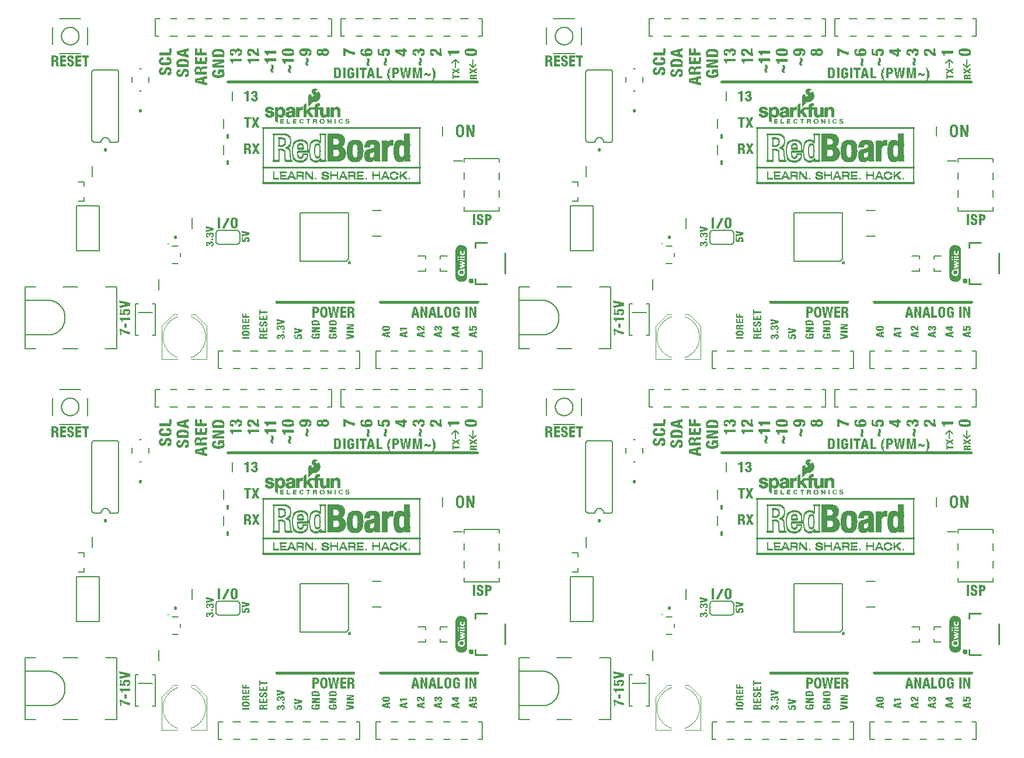
<source format=gto>
G75*
%MOIN*%
%OFA0B0*%
%FSLAX25Y25*%
%IPPOS*%
%LPD*%
%AMOC8*
5,1,8,0,0,1.08239X$1,22.5*
%
%ADD10R,0.00120X0.00126*%
%ADD11R,0.00370X0.00126*%
%ADD12R,0.00510X0.00126*%
%ADD13R,0.00630X0.00126*%
%ADD14R,0.00630X0.00125*%
%ADD15R,0.00750X0.00125*%
%ADD16R,0.01640X0.00125*%
%ADD17R,0.00760X0.00125*%
%ADD18R,0.01130X0.00125*%
%ADD19R,0.04410X0.00126*%
%ADD20R,0.00760X0.00126*%
%ADD21R,0.00880X0.00126*%
%ADD22R,0.02270X0.00126*%
%ADD23R,0.01010X0.00126*%
%ADD24R,0.02890X0.00126*%
%ADD25R,0.01760X0.00126*%
%ADD26R,0.01000X0.00126*%
%ADD27R,0.01130X0.00126*%
%ADD28R,0.03390X0.00126*%
%ADD29R,0.02260X0.00126*%
%ADD30R,0.04410X0.00126*%
%ADD31R,0.01010X0.00126*%
%ADD32R,0.01130X0.00126*%
%ADD33R,0.02270X0.00126*%
%ADD34R,0.03900X0.00126*%
%ADD35R,0.02770X0.00126*%
%ADD36R,0.01250X0.00126*%
%ADD37R,0.01260X0.00126*%
%ADD38R,0.04030X0.00126*%
%ADD39R,0.04020X0.00126*%
%ADD40R,0.03400X0.00126*%
%ADD41R,0.04410X0.00125*%
%ADD42R,0.00880X0.00125*%
%ADD43R,0.04150X0.00125*%
%ADD44R,0.03900X0.00125*%
%ADD45R,0.00750X0.00126*%
%ADD46R,0.04280X0.00126*%
%ADD47R,0.03650X0.00126*%
%ADD48R,0.00120X0.00126*%
%ADD49R,0.00130X0.00126*%
%ADD50R,0.00120X0.00126*%
%ADD51R,0.00250X0.00126*%
%ADD52R,0.00630X0.00126*%
%ADD53R,0.00500X0.00126*%
%ADD54R,0.00510X0.00126*%
%ADD55R,0.01140X0.00126*%
%ADD56R,0.01260X0.00126*%
%ADD57R,0.01250X0.00126*%
%ADD58R,0.02900X0.00126*%
%ADD59R,0.00620X0.00126*%
%ADD60R,0.00500X0.00126*%
%ADD61R,0.01640X0.00126*%
%ADD62R,0.01630X0.00126*%
%ADD63R,0.01640X0.00126*%
%ADD64R,0.00500X0.00125*%
%ADD65R,0.00620X0.00125*%
%ADD66R,0.01140X0.00125*%
%ADD67R,0.02010X0.00125*%
%ADD68R,0.02020X0.00125*%
%ADD69R,0.02130X0.00125*%
%ADD70R,0.02140X0.00125*%
%ADD71R,0.00620X0.00126*%
%ADD72R,0.01390X0.00126*%
%ADD73R,0.02510X0.00126*%
%ADD74R,0.02520X0.00126*%
%ADD75R,0.02520X0.00126*%
%ADD76R,0.00880X0.00126*%
%ADD77R,0.00750X0.00126*%
%ADD78R,0.02020X0.00126*%
%ADD79R,0.03020X0.00126*%
%ADD80R,0.03020X0.00126*%
%ADD81R,0.03010X0.00126*%
%ADD82R,0.02760X0.00126*%
%ADD83R,0.02650X0.00126*%
%ADD84R,0.03270X0.00126*%
%ADD85R,0.03270X0.00126*%
%ADD86R,0.02760X0.00125*%
%ADD87R,0.03270X0.00125*%
%ADD88R,0.03150X0.00125*%
%ADD89R,0.03140X0.00125*%
%ADD90R,0.03140X0.00125*%
%ADD91R,0.01390X0.00126*%
%ADD92R,0.02140X0.00126*%
%ADD93R,0.02640X0.00126*%
%ADD94R,0.00890X0.00126*%
%ADD95R,0.03640X0.00126*%
%ADD96R,0.03520X0.00126*%
%ADD97R,0.01890X0.00126*%
%ADD98R,0.04280X0.00126*%
%ADD99R,0.01640X0.00126*%
%ADD100R,0.02520X0.00126*%
%ADD101R,0.01000X0.00126*%
%ADD102R,0.03520X0.00126*%
%ADD103R,0.02260X0.00126*%
%ADD104R,0.00760X0.00126*%
%ADD105R,0.02390X0.00126*%
%ADD106R,0.02390X0.00126*%
%ADD107R,0.02270X0.00126*%
%ADD108R,0.02010X0.00126*%
%ADD109R,0.02140X0.00126*%
%ADD110R,0.01510X0.00126*%
%ADD111R,0.01890X0.00126*%
%ADD112R,0.02020X0.00126*%
%ADD113R,0.03020X0.00126*%
%ADD114R,0.02390X0.00126*%
%ADD115R,0.02390X0.00126*%
%ADD116R,0.01140X0.00126*%
%ADD117R,0.02900X0.00125*%
%ADD118R,0.01760X0.00125*%
%ADD119R,0.01010X0.00125*%
%ADD120R,0.01260X0.00125*%
%ADD121R,0.02390X0.00125*%
%ADD122R,0.02270X0.00125*%
%ADD123R,0.01890X0.00125*%
%ADD124R,0.03150X0.00126*%
%ADD125R,0.02020X0.00126*%
%ADD126R,0.01380X0.00126*%
%ADD127R,0.03400X0.00126*%
%ADD128R,0.01770X0.00126*%
%ADD129R,0.02270X0.00126*%
%ADD130R,0.01760X0.00126*%
%ADD131R,0.02770X0.00125*%
%ADD132R,0.03270X0.00126*%
%ADD133R,0.03270X0.00126*%
%ADD134R,0.02130X0.00126*%
%ADD135R,0.03020X0.00126*%
%ADD136R,0.03010X0.00126*%
%ADD137R,0.01000X0.00125*%
%ADD138R,0.02140X0.00125*%
%ADD139R,0.02640X0.00126*%
%ADD140R,0.02140X0.00126*%
%ADD141R,0.03140X0.00126*%
%ADD142R,0.01880X0.00126*%
%ADD143R,0.03770X0.00126*%
%ADD144R,0.01380X0.00125*%
%ADD145R,0.03270X0.00125*%
%ADD146R,0.04280X0.00125*%
%ADD147R,0.02010X0.00126*%
%ADD148R,0.01770X0.00125*%
%ADD149R,0.00510X0.00125*%
%ADD150R,0.03520X0.00126*%
%ADD151R,0.00380X0.00126*%
%ADD152R,0.03140X0.00126*%
%ADD153R,0.03900X0.00126*%
%ADD154R,0.04020X0.00126*%
%ADD155R,0.03770X0.00125*%
%ADD156R,0.01640X0.00125*%
%ADD157R,0.01250X0.00125*%
%ADD158R,0.01390X0.00125*%
%ADD159R,0.01140X0.00125*%
%ADD160R,0.02390X0.00125*%
%ADD161R,0.03140X0.00126*%
%ADD162R,0.04150X0.00126*%
%ADD163R,0.02640X0.00126*%
%ADD164R,0.01890X0.00126*%
%ADD165R,0.02640X0.00125*%
%ADD166R,0.02640X0.00126*%
%ADD167R,0.04150X0.00126*%
%ADD168R,0.02130X0.00126*%
%ADD169R,0.04270X0.00126*%
%ADD170R,0.00380X0.00125*%
%ADD171R,0.01510X0.00125*%
%ADD172R,0.01510X0.00126*%
%ADD173R,0.01390X0.00126*%
%ADD174R,0.01380X0.00126*%
%ADD175R,0.02270X0.00125*%
%ADD176R,0.01390X0.00125*%
%ADD177R,0.03650X0.00126*%
%ADD178R,0.03770X0.00126*%
%ADD179R,0.01880X0.00125*%
%ADD180R,0.05280X0.00126*%
%ADD181R,0.05540X0.00126*%
%ADD182R,0.04030X0.00126*%
%ADD183R,0.04020X0.00126*%
%ADD184R,0.05790X0.00125*%
%ADD185R,0.03020X0.00125*%
%ADD186R,0.03770X0.00125*%
%ADD187R,0.03780X0.00125*%
%ADD188R,0.05790X0.00126*%
%ADD189R,0.05790X0.00126*%
%ADD190R,0.03150X0.00126*%
%ADD191R,0.01630X0.00126*%
%ADD192R,0.02770X0.00126*%
%ADD193R,0.02890X0.00126*%
%ADD194R,0.01500X0.00126*%
%ADD195R,0.02890X0.00126*%
%ADD196R,0.03390X0.00126*%
%ADD197R,0.01500X0.00125*%
%ADD198R,0.03520X0.00125*%
%ADD199R,0.01500X0.00126*%
%ADD200R,0.01630X0.00125*%
%ADD201R,0.01880X0.00126*%
%ADD202R,0.01140X0.00126*%
%ADD203R,0.03530X0.00126*%
%ADD204R,0.03520X0.00125*%
%ADD205R,0.03530X0.00125*%
%ADD206R,0.00890X0.00125*%
%ADD207R,0.02770X0.00126*%
%ADD208R,0.03520X0.00126*%
%ADD209R,0.03780X0.00126*%
%ADD210R,0.03140X0.00126*%
%ADD211R,0.01140X0.00126*%
%ADD212R,0.03650X0.00125*%
%ADD213R,0.03390X0.00125*%
%ADD214R,0.02890X0.00126*%
%ADD215R,0.00890X0.00126*%
%ADD216R,0.03770X0.00126*%
%ADD217R,0.01770X0.00126*%
%ADD218R,0.04400X0.00126*%
%ADD219R,0.01770X0.00126*%
%ADD220R,0.04900X0.00125*%
%ADD221R,0.02890X0.00125*%
%ADD222R,0.02770X0.00125*%
%ADD223R,0.05150X0.00126*%
%ADD224R,0.05030X0.00126*%
%ADD225R,0.04660X0.00126*%
%ADD226R,0.05030X0.00125*%
%ADD227R,0.05030X0.00126*%
%ADD228R,0.04520X0.00126*%
%ADD229R,0.44410X0.00126*%
%ADD230R,0.55850X0.00126*%
%ADD231R,0.45150X0.00126*%
%ADD232R,0.56600X0.00126*%
%ADD233R,0.45410X0.00126*%
%ADD234R,0.56850X0.00126*%
%ADD235R,0.45660X0.00125*%
%ADD236R,0.56980X0.00125*%
%ADD237R,0.45660X0.00126*%
%ADD238R,0.57110X0.00126*%
%ADD239R,0.45660X0.00126*%
%ADD240R,0.57110X0.00126*%
%ADD241R,0.45530X0.00125*%
%ADD242R,0.56850X0.00125*%
%ADD243R,0.56730X0.00126*%
%ADD244R,0.44910X0.00126*%
%ADD245R,0.56230X0.00126*%
%ADD246R,0.03400X0.00125*%
%ADD247R,0.02140X0.00126*%
%ADD248R,0.02770X0.00126*%
%ADD249R,0.00250X0.00125*%
%ADD250R,0.02890X0.00125*%
%ADD251R,0.01890X0.00126*%
%ADD252R,0.02260X0.00125*%
%ADD253R,0.03780X0.00126*%
%ADD254R,0.02900X0.00126*%
%ADD255R,0.04650X0.00126*%
%ADD256R,1.43150X0.00126*%
%ADD257R,0.05160X0.00126*%
%ADD258R,1.43520X0.00126*%
%ADD259R,1.43770X0.00126*%
%ADD260R,1.44020X0.00125*%
%ADD261R,0.05290X0.00126*%
%ADD262R,1.44020X0.00126*%
%ADD263R,0.05410X0.00126*%
%ADD264R,1.44020X0.00126*%
%ADD265R,1.43770X0.00126*%
%ADD266R,1.42770X0.00126*%
%ADD267R,0.05410X0.00125*%
%ADD268R,0.05160X0.00125*%
%ADD269R,0.04780X0.00126*%
%ADD270R,0.03280X0.00125*%
%ADD271R,0.04650X0.00126*%
%ADD272R,0.03280X0.00126*%
%ADD273R,0.05660X0.00126*%
%ADD274R,0.06040X0.00126*%
%ADD275R,0.01390X0.00126*%
%ADD276R,0.06170X0.00125*%
%ADD277R,0.06410X0.00126*%
%ADD278R,0.06670X0.00126*%
%ADD279R,0.06790X0.00126*%
%ADD280R,0.00250X0.00126*%
%ADD281R,0.06790X0.00126*%
%ADD282R,0.00120X0.00126*%
%ADD283R,0.00130X0.00126*%
%ADD284R,0.06790X0.00125*%
%ADD285R,0.01890X0.00125*%
%ADD286R,0.00890X0.00125*%
%ADD287R,0.00130X0.00125*%
%ADD288R,0.03390X0.00126*%
%ADD289R,0.03390X0.00125*%
%ADD290R,0.06540X0.00126*%
%ADD291R,0.03280X0.00126*%
%ADD292R,0.02760X0.00126*%
%ADD293R,0.06170X0.00126*%
%ADD294R,0.06160X0.00126*%
%ADD295R,0.06290X0.00126*%
%ADD296R,0.02510X0.00125*%
%ADD297R,0.06410X0.00125*%
%ADD298R,0.06290X0.00125*%
%ADD299R,0.06540X0.00125*%
%ADD300R,0.06660X0.00126*%
%ADD301R,0.06420X0.00126*%
%ADD302R,0.06800X0.00126*%
%ADD303R,0.06800X0.00126*%
%ADD304R,0.06800X0.00125*%
%ADD305R,0.00370X0.00126*%
%ADD306R,0.03020X0.00125*%
%ADD307R,0.04530X0.00126*%
%ADD308R,0.04910X0.00126*%
%ADD309R,0.02510X0.00126*%
%ADD310R,0.03390X0.00126*%
%ADD311R,0.05290X0.00126*%
%ADD312R,0.03640X0.00126*%
%ADD313R,0.05780X0.00126*%
%ADD314R,0.06030X0.00125*%
%ADD315R,0.03640X0.00125*%
%ADD316R,0.06040X0.00125*%
%ADD317R,0.06170X0.00126*%
%ADD318R,0.06410X0.00126*%
%ADD319R,0.06290X0.00126*%
%ADD320R,0.03640X0.00126*%
%ADD321R,0.06670X0.00126*%
%ADD322R,0.02520X0.00125*%
%ADD323R,0.02020X0.00125*%
%ADD324R,0.01640X0.00126*%
%ADD325R,0.06540X0.00126*%
%ADD326R,0.06420X0.00125*%
%ADD327R,0.06670X0.00125*%
%ADD328R,0.05780X0.00126*%
%ADD329R,0.06420X0.00126*%
%ADD330R,0.03530X0.00126*%
%ADD331R,0.05540X0.00126*%
%ADD332R,0.06040X0.00126*%
%ADD333R,0.05920X0.00126*%
%ADD334R,0.03890X0.00126*%
%ADD335R,0.04660X0.00125*%
%ADD336R,0.05780X0.00125*%
%ADD337R,0.05400X0.00126*%
%ADD338R,0.05530X0.00126*%
%ADD339R,0.05040X0.00126*%
%ADD340R,0.05160X0.00126*%
%ADD341C,0.00800*%
%ADD342R,0.02020X0.00126*%
%ADD343R,0.02650X0.00125*%
%ADD344R,0.02650X0.00126*%
%ADD345R,0.04780X0.00126*%
%ADD346R,0.05660X0.00126*%
%ADD347R,0.06670X0.00126*%
%ADD348R,0.06280X0.00126*%
%ADD349R,0.06160X0.00125*%
%ADD350R,0.04650X0.00125*%
%ADD351R,0.05150X0.00125*%
%ADD352R,0.05280X0.00125*%
%ADD353R,0.04910X0.00126*%
%ADD354R,0.02000X0.00166*%
%ADD355R,0.01660X0.00166*%
%ADD356R,0.01340X0.00166*%
%ADD357R,0.00330X0.00166*%
%ADD358R,0.00500X0.00166*%
%ADD359R,0.01330X0.00166*%
%ADD360R,0.00340X0.00166*%
%ADD361R,0.02000X0.00167*%
%ADD362R,0.01660X0.00167*%
%ADD363R,0.00500X0.00167*%
%ADD364R,0.01670X0.00167*%
%ADD365R,0.00670X0.00167*%
%ADD366R,0.01830X0.00167*%
%ADD367R,0.00830X0.00167*%
%ADD368R,0.00660X0.00167*%
%ADD369R,0.00670X0.00166*%
%ADD370R,0.00660X0.00166*%
%ADD371R,0.00830X0.00166*%
%ADD372R,0.00330X0.00167*%
%ADD373R,0.01000X0.00167*%
%ADD374R,0.01000X0.00166*%
%ADD375R,0.01840X0.00167*%
%ADD376R,0.01330X0.00167*%
%ADD377R,0.01500X0.00167*%
%ADD378R,0.01160X0.00167*%
%ADD379R,0.02170X0.00167*%
%ADD380R,0.00840X0.00167*%
%ADD381R,0.02330X0.00167*%
%ADD382R,0.01840X0.00166*%
%ADD383R,0.01830X0.00166*%
%ADD384R,0.01170X0.00166*%
%ADD385R,0.02160X0.00166*%
%ADD386R,0.01500X0.00166*%
%ADD387R,0.01160X0.00166*%
%ADD388R,0.90060X0.00056*%
%ADD389R,0.90170X0.00057*%
%ADD390R,0.90280X0.00057*%
%ADD391R,0.90400X0.00057*%
%ADD392R,0.90450X0.00057*%
%ADD393R,0.90450X0.00056*%
%ADD394R,0.90510X0.00057*%
%ADD395R,0.90510X0.00056*%
%ADD396R,0.00970X0.00056*%
%ADD397R,0.00910X0.00056*%
%ADD398R,0.00970X0.00057*%
%ADD399R,0.00910X0.00057*%
%ADD400R,0.00970X0.00056*%
%ADD401R,0.00910X0.00056*%
%ADD402R,0.00960X0.00057*%
%ADD403R,0.01700X0.00057*%
%ADD404R,0.01530X0.00057*%
%ADD405R,0.03580X0.00056*%
%ADD406R,0.03810X0.00056*%
%ADD407R,0.01030X0.00056*%
%ADD408R,0.01020X0.00056*%
%ADD409R,0.00860X0.00056*%
%ADD410R,0.01080X0.00056*%
%ADD411R,0.02160X0.00056*%
%ADD412R,0.01020X0.00056*%
%ADD413R,0.03800X0.00056*%
%ADD414R,0.01930X0.00056*%
%ADD415R,0.01250X0.00056*%
%ADD416R,0.03580X0.00057*%
%ADD417R,0.03810X0.00057*%
%ADD418R,0.00970X0.00057*%
%ADD419R,0.01030X0.00057*%
%ADD420R,0.00860X0.00057*%
%ADD421R,0.01140X0.00057*%
%ADD422R,0.02440X0.00057*%
%ADD423R,0.01020X0.00057*%
%ADD424R,0.03800X0.00057*%
%ADD425R,0.02270X0.00057*%
%ADD426R,0.01190X0.00057*%
%ADD427R,0.02720X0.00057*%
%ADD428R,0.01020X0.00057*%
%ADD429R,0.02500X0.00057*%
%ADD430R,0.01190X0.00057*%
%ADD431R,0.02960X0.00057*%
%ADD432R,0.02790X0.00057*%
%ADD433R,0.01250X0.00057*%
%ADD434R,0.03120X0.00057*%
%ADD435R,0.02950X0.00057*%
%ADD436R,0.03580X0.00056*%
%ADD437R,0.03810X0.00056*%
%ADD438R,0.01020X0.00056*%
%ADD439R,0.00860X0.00056*%
%ADD440R,0.01310X0.00056*%
%ADD441R,0.03300X0.00056*%
%ADD442R,0.01020X0.00056*%
%ADD443R,0.00970X0.00056*%
%ADD444R,0.03800X0.00056*%
%ADD445R,0.01030X0.00056*%
%ADD446R,0.03130X0.00056*%
%ADD447R,0.01250X0.00056*%
%ADD448R,0.01360X0.00057*%
%ADD449R,0.03410X0.00057*%
%ADD450R,0.03290X0.00057*%
%ADD451R,0.03520X0.00057*%
%ADD452R,0.03470X0.00057*%
%ADD453R,0.01200X0.00057*%
%ADD454R,0.01420X0.00057*%
%ADD455R,0.03640X0.00057*%
%ADD456R,0.01480X0.00057*%
%ADD457R,0.03750X0.00057*%
%ADD458R,0.03690X0.00057*%
%ADD459R,0.01590X0.00057*%
%ADD460R,0.01470X0.00057*%
%ADD461R,0.01590X0.00057*%
%ADD462R,0.01540X0.00057*%
%ADD463R,0.00960X0.00056*%
%ADD464R,0.01590X0.00056*%
%ADD465R,0.01360X0.00056*%
%ADD466R,0.01310X0.00056*%
%ADD467R,0.00970X0.00056*%
%ADD468R,0.01420X0.00056*%
%ADD469R,0.03530X0.00057*%
%ADD470R,0.01310X0.00057*%
%ADD471R,0.00900X0.00057*%
%ADD472R,0.01650X0.00057*%
%ADD473R,0.01140X0.00057*%
%ADD474R,0.01710X0.00057*%
%ADD475R,0.01130X0.00057*%
%ADD476R,0.01080X0.00057*%
%ADD477R,0.01760X0.00057*%
%ADD478R,0.00960X0.00056*%
%ADD479R,0.01820X0.00056*%
%ADD480R,0.01080X0.00056*%
%ADD481R,0.00900X0.00056*%
%ADD482R,0.01140X0.00056*%
%ADD483R,0.01070X0.00056*%
%ADD484R,0.01820X0.00057*%
%ADD485R,0.01880X0.00057*%
%ADD486R,0.03980X0.00057*%
%ADD487R,0.01930X0.00057*%
%ADD488R,0.03970X0.00057*%
%ADD489R,0.03970X0.00057*%
%ADD490R,0.03920X0.00057*%
%ADD491R,0.03920X0.00057*%
%ADD492R,0.03860X0.00057*%
%ADD493R,0.03870X0.00057*%
%ADD494R,0.03870X0.00057*%
%ADD495R,0.00900X0.00056*%
%ADD496R,0.03690X0.00057*%
%ADD497R,0.03640X0.00057*%
%ADD498R,0.01070X0.00057*%
%ADD499R,0.03630X0.00057*%
%ADD500R,0.03520X0.00056*%
%ADD501R,0.01190X0.00056*%
%ADD502R,0.03530X0.00056*%
%ADD503R,0.01190X0.00056*%
%ADD504R,0.03470X0.00057*%
%ADD505R,0.01300X0.00057*%
%ADD506R,0.01990X0.00057*%
%ADD507R,0.01470X0.00057*%
%ADD508R,0.03640X0.00056*%
%ADD509R,0.03870X0.00056*%
%ADD510R,0.02390X0.00056*%
%ADD511R,0.03630X0.00056*%
%ADD512R,0.01530X0.00056*%
%ADD513R,0.01190X0.00056*%
%ADD514R,0.02670X0.00057*%
%ADD515R,0.03700X0.00057*%
%ADD516R,0.02840X0.00057*%
%ADD517R,0.04540X0.00057*%
%ADD518R,0.04550X0.00057*%
%ADD519R,0.03010X0.00057*%
%ADD520R,0.02780X0.00057*%
%ADD521R,0.03070X0.00057*%
%ADD522R,0.03190X0.00057*%
%ADD523R,0.03640X0.00056*%
%ADD524R,0.03240X0.00056*%
%ADD525R,0.04540X0.00056*%
%ADD526R,0.03630X0.00056*%
%ADD527R,0.04550X0.00056*%
%ADD528R,0.02670X0.00056*%
%ADD529R,0.02610X0.00057*%
%ADD530R,0.03120X0.00057*%
%ADD531R,0.02550X0.00057*%
%ADD532R,0.02840X0.00057*%
%ADD533R,0.01420X0.00057*%
%ADD534R,0.02610X0.00056*%
%ADD535R,0.04540X0.00056*%
%ADD536R,0.04550X0.00056*%
%ADD537R,0.02330X0.00057*%
%ADD538R,0.00850X0.00057*%
%ADD539R,0.01870X0.00057*%
%ADD540R,0.01200X0.00056*%
%ADD541R,0.00850X0.00056*%
%ADD542R,0.01940X0.00057*%
%ADD543R,0.01820X0.00057*%
%ADD544R,0.00850X0.00056*%
%ADD545R,0.01770X0.00056*%
%ADD546R,0.01770X0.00057*%
%ADD547R,0.04090X0.00057*%
%ADD548R,0.03750X0.00056*%
%ADD549R,0.01590X0.00056*%
%ADD550R,0.04090X0.00056*%
%ADD551R,0.01540X0.00056*%
%ADD552R,0.01470X0.00056*%
%ADD553R,0.04040X0.00057*%
%ADD554R,0.01370X0.00057*%
%ADD555R,0.03350X0.00057*%
%ADD556R,0.03240X0.00057*%
%ADD557R,0.03300X0.00057*%
%ADD558R,0.03130X0.00057*%
%ADD559R,0.01370X0.00057*%
%ADD560R,0.03750X0.00056*%
%ADD561R,0.03010X0.00056*%
%ADD562R,0.02950X0.00056*%
%ADD563R,0.02270X0.00057*%
%ADD564R,0.02050X0.00057*%
%ADD565R,0.90510X0.00056*%
%ADD566R,0.02280X0.00057*%
%ADD567R,0.03410X0.00056*%
%ADD568R,0.02620X0.00056*%
%ADD569R,0.01130X0.00056*%
%ADD570R,0.00800X0.00056*%
%ADD571R,0.00740X0.00056*%
%ADD572R,0.02210X0.00057*%
%ADD573R,0.03180X0.00057*%
%ADD574R,0.03060X0.00057*%
%ADD575R,0.04430X0.00057*%
%ADD576R,0.03400X0.00057*%
%ADD577R,0.03290X0.00057*%
%ADD578R,0.02390X0.00057*%
%ADD579R,0.04030X0.00057*%
%ADD580R,0.04660X0.00057*%
%ADD581R,0.02900X0.00057*%
%ADD582R,0.02730X0.00057*%
%ADD583R,0.04030X0.00056*%
%ADD584R,0.04890X0.00056*%
%ADD585R,0.05340X0.00056*%
%ADD586R,0.02840X0.00056*%
%ADD587R,0.04150X0.00057*%
%ADD588R,0.05110X0.00057*%
%ADD589R,0.06300X0.00057*%
%ADD590R,0.04320X0.00057*%
%ADD591R,0.04210X0.00057*%
%ADD592R,0.05340X0.00057*%
%ADD593R,0.06760X0.00057*%
%ADD594R,0.04610X0.00057*%
%ADD595R,0.05570X0.00057*%
%ADD596R,0.04260X0.00057*%
%ADD597R,0.07110X0.00057*%
%ADD598R,0.04830X0.00057*%
%ADD599R,0.05680X0.00057*%
%ADD600R,0.07330X0.00057*%
%ADD601R,0.05050X0.00057*%
%ADD602R,0.05910X0.00057*%
%ADD603R,0.08240X0.00057*%
%ADD604R,0.07500X0.00057*%
%ADD605R,0.05290X0.00057*%
%ADD606R,0.03980X0.00056*%
%ADD607R,0.04320X0.00056*%
%ADD608R,0.06020X0.00056*%
%ADD609R,0.08300X0.00056*%
%ADD610R,0.07670X0.00056*%
%ADD611R,0.05450X0.00056*%
%ADD612R,0.04200X0.00056*%
%ADD613R,0.03290X0.00056*%
%ADD614R,0.03470X0.00056*%
%ADD615R,0.04030X0.00056*%
%ADD616R,0.03290X0.00056*%
%ADD617R,0.05400X0.00057*%
%ADD618R,0.07850X0.00057*%
%ADD619R,0.05630X0.00057*%
%ADD620R,0.04370X0.00057*%
%ADD621R,0.04380X0.00057*%
%ADD622R,0.02100X0.00057*%
%ADD623R,0.07960X0.00057*%
%ADD624R,0.05790X0.00057*%
%ADD625R,0.04490X0.00057*%
%ADD626R,0.01870X0.00057*%
%ADD627R,0.04940X0.00057*%
%ADD628R,0.08130X0.00057*%
%ADD629R,0.05970X0.00057*%
%ADD630R,0.04600X0.00057*%
%ADD631R,0.04770X0.00057*%
%ADD632R,0.06080X0.00057*%
%ADD633R,0.04710X0.00057*%
%ADD634R,0.03980X0.00056*%
%ADD635R,0.04370X0.00056*%
%ADD636R,0.01650X0.00056*%
%ADD637R,0.01600X0.00056*%
%ADD638R,0.01420X0.00056*%
%ADD639R,0.04660X0.00056*%
%ADD640R,0.08360X0.00056*%
%ADD641R,0.06250X0.00056*%
%ADD642R,0.04830X0.00056*%
%ADD643R,0.03350X0.00056*%
%ADD644R,0.03470X0.00056*%
%ADD645R,0.04710X0.00056*%
%ADD646R,0.03290X0.00056*%
%ADD647R,0.08410X0.00057*%
%ADD648R,0.06360X0.00057*%
%ADD649R,0.04890X0.00057*%
%ADD650R,0.08530X0.00057*%
%ADD651R,0.06480X0.00057*%
%ADD652R,0.05000X0.00057*%
%ADD653R,0.08640X0.00057*%
%ADD654R,0.06590X0.00057*%
%ADD655R,0.08290X0.00057*%
%ADD656R,0.08700X0.00057*%
%ADD657R,0.06710X0.00057*%
%ADD658R,0.08520X0.00057*%
%ADD659R,0.08810X0.00057*%
%ADD660R,0.06820X0.00057*%
%ADD661R,0.08350X0.00057*%
%ADD662R,0.01140X0.00056*%
%ADD663R,0.01420X0.00056*%
%ADD664R,0.08870X0.00056*%
%ADD665R,0.06930X0.00056*%
%ADD666R,0.08580X0.00056*%
%ADD667R,0.08410X0.00056*%
%ADD668R,0.08920X0.00057*%
%ADD669R,0.07050X0.00057*%
%ADD670R,0.08460X0.00057*%
%ADD671R,0.08980X0.00057*%
%ADD672R,0.07160X0.00057*%
%ADD673R,0.08580X0.00057*%
%ADD674R,0.09100X0.00057*%
%ADD675R,0.07210X0.00057*%
%ADD676R,0.08630X0.00057*%
%ADD677R,0.09150X0.00057*%
%ADD678R,0.07270X0.00057*%
%ADD679R,0.01130X0.00056*%
%ADD680R,0.09210X0.00056*%
%ADD681R,0.07390X0.00056*%
%ADD682R,0.08690X0.00056*%
%ADD683R,0.08580X0.00056*%
%ADD684R,0.09270X0.00057*%
%ADD685R,0.08690X0.00057*%
%ADD686R,0.09320X0.00057*%
%ADD687R,0.08750X0.00057*%
%ADD688R,0.09380X0.00057*%
%ADD689R,0.07610X0.00057*%
%ADD690R,0.07730X0.00057*%
%ADD691R,0.00620X0.00057*%
%ADD692R,0.09440X0.00057*%
%ADD693R,0.09490X0.00056*%
%ADD694R,0.07840X0.00056*%
%ADD695R,0.08750X0.00056*%
%ADD696R,0.09550X0.00057*%
%ADD697R,0.07900X0.00057*%
%ADD698R,0.08800X0.00057*%
%ADD699R,0.00740X0.00057*%
%ADD700R,0.09610X0.00057*%
%ADD701R,0.07950X0.00057*%
%ADD702R,0.00620X0.00057*%
%ADD703R,0.08010X0.00057*%
%ADD704R,0.08860X0.00057*%
%ADD705R,0.00510X0.00057*%
%ADD706R,0.09660X0.00057*%
%ADD707R,0.08070X0.00057*%
%ADD708R,0.08870X0.00057*%
%ADD709R,0.02160X0.00057*%
%ADD710R,0.00220X0.00057*%
%ADD711R,0.09720X0.00057*%
%ADD712R,0.08120X0.00057*%
%ADD713R,0.02280X0.00056*%
%ADD714R,0.01530X0.00056*%
%ADD715R,0.09720X0.00056*%
%ADD716R,0.08180X0.00056*%
%ADD717R,0.08870X0.00056*%
%ADD718R,0.08920X0.00056*%
%ADD719R,0.02380X0.00057*%
%ADD720R,0.09780X0.00057*%
%ADD721R,0.08920X0.00057*%
%ADD722R,0.09830X0.00057*%
%ADD723R,0.08970X0.00057*%
%ADD724R,0.02620X0.00057*%
%ADD725R,0.02110X0.00057*%
%ADD726R,0.02670X0.00057*%
%ADD727R,0.09890X0.00057*%
%ADD728R,0.02720X0.00056*%
%ADD729R,0.02330X0.00056*%
%ADD730R,0.09890X0.00056*%
%ADD731R,0.03920X0.00056*%
%ADD732R,0.04490X0.00056*%
%ADD733R,0.09030X0.00056*%
%ADD734R,0.02450X0.00057*%
%ADD735R,0.09950X0.00057*%
%ADD736R,0.09030X0.00057*%
%ADD737R,0.10000X0.00057*%
%ADD738R,0.03520X0.00057*%
%ADD739R,0.09090X0.00057*%
%ADD740R,0.04540X0.00057*%
%ADD741R,0.10060X0.00056*%
%ADD742R,0.03520X0.00056*%
%ADD743R,0.03870X0.00056*%
%ADD744R,0.03920X0.00056*%
%ADD745R,0.04310X0.00056*%
%ADD746R,0.02890X0.00057*%
%ADD747R,0.10060X0.00057*%
%ADD748R,0.04200X0.00057*%
%ADD749R,0.10120X0.00057*%
%ADD750R,0.03460X0.00057*%
%ADD751R,0.03360X0.00057*%
%ADD752R,0.04650X0.00056*%
%ADD753R,0.03400X0.00056*%
%ADD754R,0.03360X0.00056*%
%ADD755R,0.03530X0.00056*%
%ADD756R,0.04480X0.00057*%
%ADD757R,0.04320X0.00057*%
%ADD758R,0.04090X0.00056*%
%ADD759R,0.03410X0.00056*%
%ADD760R,0.03930X0.00057*%
%ADD761R,0.03930X0.00056*%
%ADD762R,0.03240X0.00056*%
%ADD763R,0.03350X0.00056*%
%ADD764R,0.03460X0.00056*%
%ADD765R,0.03400X0.00056*%
%ADD766R,0.03520X0.00056*%
%ADD767R,0.03690X0.00056*%
%ADD768R,0.03300X0.00056*%
%ADD769R,0.03520X0.00056*%
%ADD770R,0.03240X0.00056*%
%ADD771R,0.03690X0.00056*%
%ADD772R,0.03460X0.00056*%
%ADD773R,0.03860X0.00056*%
%ADD774R,0.06530X0.00057*%
%ADD775R,0.04720X0.00057*%
%ADD776R,0.06650X0.00056*%
%ADD777R,0.04890X0.00056*%
%ADD778R,0.06650X0.00057*%
%ADD779R,0.05180X0.00057*%
%ADD780R,0.06700X0.00057*%
%ADD781R,0.08470X0.00057*%
%ADD782R,0.06700X0.00056*%
%ADD783R,0.08410X0.00056*%
%ADD784R,0.08300X0.00057*%
%ADD785R,0.08180X0.00057*%
%ADD786R,0.06300X0.00056*%
%ADD787R,0.08130X0.00056*%
%ADD788R,0.08070X0.00057*%
%ADD789R,0.01700X0.00056*%
%ADD790R,0.07790X0.00056*%
%ADD791R,0.07620X0.00057*%
%ADD792R,0.07560X0.00057*%
%ADD793R,0.07450X0.00057*%
%ADD794R,0.07220X0.00056*%
%ADD795R,0.07100X0.00057*%
%ADD796R,0.06990X0.00057*%
%ADD797R,0.04720X0.00057*%
%ADD798R,0.03180X0.00056*%
%ADD799R,0.09950X0.00056*%
%ADD800R,0.06540X0.00056*%
%ADD801R,0.06370X0.00057*%
%ADD802R,0.06140X0.00057*%
%ADD803R,0.02560X0.00057*%
%ADD804R,0.05740X0.00057*%
%ADD805R,0.05510X0.00057*%
%ADD806R,0.03860X0.00056*%
%ADD807R,0.09720X0.00056*%
%ADD808R,0.05340X0.00056*%
%ADD809R,0.05120X0.00057*%
%ADD810R,0.02160X0.00056*%
%ADD811R,0.09490X0.00056*%
%ADD812R,0.04260X0.00056*%
%ADD813R,0.09210X0.00057*%
%ADD814R,0.01760X0.00056*%
%ADD815R,0.09100X0.00056*%
%ADD816R,0.09040X0.00057*%
%ADD817R,0.01990X0.00056*%
%ADD818R,0.08640X0.00056*%
%ADD819R,0.03070X0.00056*%
%ADD820R,0.03700X0.00056*%
%ADD821R,0.08360X0.00057*%
%ADD822R,0.01640X0.00057*%
%ADD823R,0.03130X0.00056*%
%ADD824R,0.03920X0.00056*%
%ADD825R,0.03070X0.00057*%
%ADD826R,0.04270X0.00057*%
%ADD827R,0.08810X0.00056*%
%ADD828R,0.04380X0.00056*%
%ADD829R,0.03470X0.00056*%
%ADD830R,0.08870X0.00057*%
%ADD831R,0.06420X0.00057*%
%ADD832R,0.09150X0.00056*%
%ADD833R,0.06540X0.00056*%
%ADD834R,0.06540X0.00057*%
%ADD835R,0.01420X0.00056*%
%ADD836R,0.09380X0.00056*%
%ADD837R,0.03570X0.00056*%
%ADD838R,0.04140X0.00056*%
%ADD839R,0.03570X0.00057*%
%ADD840R,0.02900X0.00056*%
%ADD841R,0.02450X0.00056*%
%ADD842R,0.04090X0.00057*%
%ADD843R,0.02440X0.00056*%
%ADD844R,0.01760X0.00056*%
%ADD845R,0.08240X0.00056*%
%ADD846R,0.08300X0.00056*%
%ADD847R,0.08120X0.00057*%
%ADD848R,0.00690X0.00057*%
%ADD849R,0.08060X0.00057*%
%ADD850R,0.01600X0.00057*%
%ADD851R,0.00620X0.00056*%
%ADD852R,0.07900X0.00056*%
%ADD853R,0.08010X0.00056*%
%ADD854R,0.08800X0.00056*%
%ADD855R,0.07780X0.00057*%
%ADD856R,0.07670X0.00057*%
%ADD857R,0.07840X0.00057*%
%ADD858R,0.07720X0.00057*%
%ADD859R,0.07440X0.00056*%
%ADD860R,0.07670X0.00056*%
%ADD861R,0.08630X0.00056*%
%ADD862R,0.07390X0.00057*%
%ADD863R,0.07270X0.00057*%
%ADD864R,0.07440X0.00057*%
%ADD865R,0.01300X0.00056*%
%ADD866R,0.01200X0.00056*%
%ADD867R,0.06990X0.00056*%
%ADD868R,0.07270X0.00056*%
%ADD869R,0.06930X0.00057*%
%ADD870R,0.06820X0.00057*%
%ADD871R,0.06880X0.00057*%
%ADD872R,0.06480X0.00056*%
%ADD873R,0.06760X0.00056*%
%ADD874R,0.02960X0.00056*%
%ADD875R,0.06590X0.00057*%
%ADD876R,0.06130X0.00057*%
%ADD877R,0.06470X0.00057*%
%ADD878R,0.06020X0.00057*%
%ADD879R,0.06370X0.00057*%
%ADD880R,0.02040X0.00057*%
%ADD881R,0.06190X0.00057*%
%ADD882R,0.05730X0.00057*%
%ADD883R,0.06030X0.00057*%
%ADD884R,0.02670X0.00056*%
%ADD885R,0.02270X0.00056*%
%ADD886R,0.02780X0.00056*%
%ADD887R,0.05570X0.00056*%
%ADD888R,0.05910X0.00056*%
%ADD889R,0.05960X0.00057*%
%ADD890R,0.05390X0.00057*%
%ADD891R,0.05280X0.00057*%
%ADD892R,0.05170X0.00057*%
%ADD893R,0.05450X0.00057*%
%ADD894R,0.05620X0.00057*%
%ADD895R,0.05230X0.00057*%
%ADD896R,0.04950X0.00057*%
%ADD897R,0.03240X0.00057*%
%ADD898R,0.05230X0.00056*%
%ADD899R,0.04040X0.00056*%
%ADD900R,0.04490X0.00056*%
%ADD901R,0.04770X0.00056*%
%ADD902R,0.02220X0.00056*%
%ADD903R,0.03020X0.00057*%
%ADD904R,0.04770X0.00057*%
%ADD905R,0.02720X0.00057*%
%ADD906R,0.01810X0.00057*%
%ADD907R,0.03700X0.00056*%
%ADD908R,0.01870X0.00056*%
%ADD909R,0.01880X0.00056*%
%ADD910R,0.01140X0.00056*%
%ADD911R,0.04260X0.00056*%
%ADD912R,0.09780X0.00056*%
%ADD913R,0.02950X0.00056*%
%ADD914R,0.09660X0.00056*%
%ADD915R,0.09550X0.00056*%
%ADD916R,0.09490X0.00057*%
%ADD917R,0.09320X0.00056*%
%ADD918R,0.09150X0.00056*%
%ADD919R,0.08810X0.00056*%
%ADD920R,0.02220X0.00057*%
%ADD921R,0.02900X0.00056*%
%ADD922R,0.08020X0.00057*%
%ADD923R,0.08700X0.00056*%
%ADD924R,0.07790X0.00056*%
%ADD925R,0.07620X0.00057*%
%ADD926R,0.08470X0.00057*%
%ADD927R,0.07220X0.00057*%
%ADD928R,0.08010X0.00056*%
%ADD929R,0.06650X0.00056*%
%ADD930R,0.03360X0.00056*%
%ADD931R,0.90340X0.00056*%
%ADD932R,0.90110X0.00057*%
%ADD933R,0.89940X0.00057*%
%ADD934R,0.03010X0.00125*%
%ADD935R,0.03770X0.00126*%
%ADD936R,0.01240X0.00203*%
%ADD937R,0.01110X0.00129*%
%ADD938R,0.01210X0.00155*%
%ADD939R,0.01180X0.00181*%
%ADD940R,0.01180X0.00206*%
%ADD941R,0.01160X0.00132*%
%ADD942R,0.01260X0.00158*%
%ADD943R,0.01230X0.00184*%
%ADD944R,0.01250X0.00191*%
%ADD945R,0.01280X0.00165*%
%ADD946R,0.01180X0.00239*%
%ADD947R,0.01200X0.00213*%
%ADD948R,0.01200X0.00187*%
%ADD949R,0.01230X0.00162*%
%ADD950R,0.01230X0.00126*%
%ADD951C,0.00400*%
%ADD952C,0.00500*%
%ADD953C,0.00300*%
%ADD954C,0.00700*%
%ADD955C,0.01000*%
%ADD956C,0.01500*%
%ADD957R,0.01500X0.03000*%
%ADD958C,0.00600*%
%ADD959C,0.01000*%
%ADD960C,0.01575*%
%ADD961R,0.00157X0.16220*%
%ADD962R,0.00157X0.17165*%
%ADD963R,0.00157X0.17795*%
%ADD964R,0.00157X0.18425*%
%ADD965R,0.00157X0.18740*%
%ADD966R,0.00157X0.19055*%
%ADD967R,0.00157X0.11654*%
%ADD968R,0.00157X0.00945*%
%ADD969R,0.00157X0.05669*%
%ADD970R,0.00157X0.04252*%
%ADD971R,0.00157X0.06614*%
%ADD972R,0.00157X0.00630*%
%ADD973R,0.00157X0.03937*%
%ADD974R,0.00157X0.06142*%
%ADD975R,0.00157X0.00472*%
%ADD976R,0.00157X0.05827*%
%ADD977R,0.00157X0.03622*%
%ADD978R,0.00157X0.05984*%
%ADD979R,0.00157X0.03465*%
%ADD980R,0.00157X0.05512*%
%ADD981R,0.00157X0.13858*%
%ADD982R,0.00157X0.03307*%
%ADD983R,0.00157X0.01102*%
%ADD984R,0.00157X0.13701*%
%ADD985R,0.00157X0.01417*%
%ADD986R,0.00157X0.00787*%
%ADD987R,0.00157X0.03780*%
%ADD988R,0.00157X0.01732*%
%ADD989R,0.00157X0.00315*%
%ADD990R,0.00157X0.01890*%
%ADD991R,0.00157X0.02047*%
%ADD992R,0.00157X0.03150*%
%ADD993R,0.00157X0.00157*%
%ADD994R,0.00157X0.04882*%
%ADD995R,0.00157X0.04567*%
%ADD996R,0.00157X0.02992*%
%ADD997R,0.00157X0.01260*%
%ADD998R,0.00157X0.02835*%
%ADD999R,0.00157X0.01575*%
%ADD1000R,0.00157X0.19370*%
D10*
X0216550Y0050250D03*
X0264350Y0202200D03*
X0216550Y0262250D03*
X0264350Y0414200D03*
X0498550Y0262250D03*
X0546350Y0202200D03*
X0498550Y0050250D03*
X0546350Y0414200D03*
D11*
X0546225Y0413948D03*
X0510125Y0424137D03*
X0421575Y0315376D03*
X0451885Y0272313D03*
X0462075Y0262376D03*
X0510125Y0212137D03*
X0546225Y0201948D03*
X0421575Y0103376D03*
X0451885Y0060313D03*
X0462075Y0050376D03*
X0264225Y0201948D03*
X0228125Y0212137D03*
X0180075Y0262376D03*
X0169885Y0272313D03*
X0139575Y0315376D03*
X0264225Y0413948D03*
X0228125Y0424137D03*
X0139575Y0103376D03*
X0169885Y0060313D03*
X0180075Y0050376D03*
D12*
X0188565Y0051256D03*
X0190075Y0050376D03*
X0179885Y0058049D03*
X0206805Y0059181D03*
X0268815Y0056288D03*
X0268815Y0056162D03*
X0160075Y0105876D03*
X0158565Y0106756D03*
X0139385Y0111049D03*
X0195105Y0212388D03*
X0228815Y0210753D03*
X0277245Y0202451D03*
X0268815Y0268162D03*
X0268815Y0268288D03*
X0206805Y0271181D03*
X0190075Y0262376D03*
X0188565Y0263256D03*
X0179885Y0270049D03*
X0160075Y0317876D03*
X0158565Y0318756D03*
X0139385Y0323049D03*
X0195105Y0424388D03*
X0228815Y0422753D03*
X0277245Y0414451D03*
X0408086Y0428356D03*
X0477105Y0424388D03*
X0510815Y0422753D03*
X0559245Y0414451D03*
X0442075Y0317876D03*
X0440565Y0318756D03*
X0421385Y0323049D03*
X0461885Y0270049D03*
X0470565Y0263256D03*
X0472075Y0262376D03*
X0488805Y0271181D03*
X0550815Y0268288D03*
X0550815Y0268162D03*
X0510815Y0210753D03*
X0477105Y0212388D03*
X0408086Y0216356D03*
X0421385Y0111049D03*
X0440565Y0106756D03*
X0442075Y0105876D03*
X0461885Y0058049D03*
X0470565Y0051256D03*
X0472075Y0050376D03*
X0488805Y0059181D03*
X0550815Y0056288D03*
X0550815Y0056162D03*
X0559245Y0202451D03*
X0126086Y0216356D03*
X0126086Y0428356D03*
D13*
X0238815Y0428288D03*
X0261335Y0413319D03*
X0277305Y0413319D03*
X0277305Y0413445D03*
X0277305Y0412942D03*
X0277305Y0412816D03*
X0277305Y0411810D03*
X0277305Y0411684D03*
X0277305Y0411558D03*
X0277305Y0411181D03*
X0280575Y0414451D03*
X0277305Y0416590D03*
X0287245Y0416590D03*
X0290515Y0414451D03*
X0288875Y0412313D03*
X0288875Y0412187D03*
X0288875Y0411684D03*
X0287245Y0411684D03*
X0160765Y0319385D03*
X0158505Y0319385D03*
X0157115Y0319385D03*
X0157115Y0319134D03*
X0157115Y0319008D03*
X0157115Y0318756D03*
X0157115Y0319637D03*
X0157115Y0319888D03*
X0157115Y0320140D03*
X0157115Y0320266D03*
X0140325Y0316256D03*
X0136685Y0316256D03*
X0136555Y0316508D03*
X0136555Y0316885D03*
X0136555Y0321917D03*
X0157216Y0276658D03*
X0157216Y0276406D03*
X0157216Y0276280D03*
X0157216Y0275903D03*
X0157216Y0275777D03*
X0157216Y0275651D03*
X0158976Y0275651D03*
X0158976Y0275777D03*
X0158976Y0275903D03*
X0158976Y0276280D03*
X0158976Y0276406D03*
X0158976Y0276658D03*
X0158976Y0273513D03*
X0158976Y0273387D03*
X0158976Y0273010D03*
X0158976Y0272884D03*
X0158976Y0272758D03*
X0158976Y0272381D03*
X0158976Y0272255D03*
X0157216Y0272255D03*
X0157216Y0272381D03*
X0157216Y0272758D03*
X0157216Y0272884D03*
X0157216Y0273010D03*
X0157216Y0273387D03*
X0157216Y0273513D03*
X0160736Y0273513D03*
X0160736Y0273387D03*
X0160736Y0273010D03*
X0160736Y0272884D03*
X0160736Y0272758D03*
X0160736Y0272381D03*
X0160736Y0272255D03*
X0157216Y0269362D03*
X0157216Y0268985D03*
X0157216Y0268859D03*
X0157216Y0268733D03*
X0157216Y0265840D03*
X0157086Y0265463D03*
X0160866Y0265463D03*
X0160866Y0265337D03*
X0160866Y0265840D03*
X0167115Y0267156D03*
X0167115Y0267533D03*
X0167115Y0267659D03*
X0167115Y0267910D03*
X0167115Y0268162D03*
X0167115Y0268288D03*
X0167115Y0268665D03*
X0168875Y0268288D03*
X0168875Y0268162D03*
X0168875Y0267910D03*
X0168875Y0267659D03*
X0168875Y0267533D03*
X0168875Y0267156D03*
X0170895Y0265269D03*
X0169005Y0264137D03*
X0169005Y0263885D03*
X0169005Y0263634D03*
X0169005Y0263508D03*
X0167115Y0263508D03*
X0167115Y0263634D03*
X0167115Y0263885D03*
X0167115Y0264137D03*
X0167115Y0270552D03*
X0166995Y0270678D03*
X0166995Y0271055D03*
X0167115Y0271181D03*
X0167115Y0274074D03*
X0167115Y0274451D03*
X0167115Y0274577D03*
X0167115Y0274703D03*
X0167115Y0275080D03*
X0167115Y0275206D03*
X0167115Y0276338D03*
X0167115Y0276590D03*
X0167115Y0276841D03*
X0167115Y0276967D03*
X0167115Y0278351D03*
X0167115Y0278602D03*
X0167115Y0278728D03*
X0168875Y0275206D03*
X0168875Y0275080D03*
X0168875Y0274703D03*
X0168875Y0274577D03*
X0168875Y0274451D03*
X0168875Y0274074D03*
X0170895Y0271181D03*
X0170895Y0271055D03*
X0170895Y0270678D03*
X0170895Y0270552D03*
X0177055Y0268917D03*
X0177055Y0263885D03*
X0177055Y0263508D03*
X0177185Y0263256D03*
X0180825Y0263256D03*
X0187115Y0263256D03*
X0187115Y0263508D03*
X0187115Y0263634D03*
X0187115Y0263885D03*
X0187115Y0264137D03*
X0187115Y0264388D03*
X0187115Y0264640D03*
X0187115Y0264766D03*
X0188505Y0263885D03*
X0190765Y0263885D03*
X0196805Y0263885D03*
X0196805Y0264137D03*
X0198945Y0264137D03*
X0198945Y0264388D03*
X0200705Y0264137D03*
X0200705Y0263885D03*
X0206745Y0263885D03*
X0206745Y0264137D03*
X0208875Y0264137D03*
X0208875Y0264388D03*
X0216805Y0262376D03*
X0210515Y0271684D03*
X0210515Y0271810D03*
X0206865Y0271810D03*
X0206865Y0271684D03*
X0206865Y0271558D03*
X0206865Y0271055D03*
X0200705Y0271055D03*
X0200705Y0271181D03*
X0200705Y0271558D03*
X0200575Y0271684D03*
X0200575Y0271810D03*
X0196925Y0271810D03*
X0196925Y0271684D03*
X0196925Y0271558D03*
X0196925Y0271181D03*
X0196925Y0271055D03*
X0237185Y0268665D03*
X0237185Y0268162D03*
X0240955Y0268162D03*
X0240955Y0268665D03*
X0240825Y0266401D03*
X0239945Y0265269D03*
X0239945Y0265017D03*
X0239945Y0264766D03*
X0239945Y0264640D03*
X0247745Y0267030D03*
X0247745Y0267156D03*
X0247745Y0267533D03*
X0249885Y0265269D03*
X0249885Y0265017D03*
X0249885Y0264766D03*
X0249885Y0264640D03*
X0250765Y0266401D03*
X0257055Y0268288D03*
X0257055Y0268791D03*
X0257935Y0269797D03*
X0260705Y0269797D03*
X0260705Y0269420D03*
X0260705Y0269294D03*
X0260705Y0268917D03*
X0260705Y0268791D03*
X0260705Y0268665D03*
X0260705Y0268288D03*
X0260705Y0266401D03*
X0266995Y0268162D03*
X0266995Y0268791D03*
X0270765Y0268791D03*
X0270765Y0268665D03*
X0270765Y0268288D03*
X0270765Y0268162D03*
X0279695Y0268162D03*
X0279695Y0268288D03*
X0279695Y0267910D03*
X0280575Y0266401D03*
X0279695Y0269797D03*
X0286865Y0269420D03*
X0286865Y0269294D03*
X0286865Y0268917D03*
X0286865Y0268791D03*
X0286865Y0268665D03*
X0286865Y0268288D03*
X0286865Y0268162D03*
X0290515Y0266401D03*
X0238815Y0216288D03*
X0261335Y0201319D03*
X0277305Y0201319D03*
X0277305Y0201445D03*
X0277305Y0200942D03*
X0277305Y0200816D03*
X0277305Y0199810D03*
X0277305Y0199684D03*
X0277305Y0199558D03*
X0277305Y0199181D03*
X0280575Y0202451D03*
X0277305Y0204590D03*
X0287245Y0204590D03*
X0290515Y0202451D03*
X0288875Y0200313D03*
X0288875Y0200187D03*
X0288875Y0199684D03*
X0287245Y0199684D03*
X0371375Y0277590D03*
X0371375Y0277841D03*
X0418685Y0316256D03*
X0418555Y0316508D03*
X0418555Y0316885D03*
X0422325Y0316256D03*
X0418555Y0321917D03*
X0439115Y0320266D03*
X0439115Y0320140D03*
X0439115Y0319888D03*
X0439115Y0319637D03*
X0439115Y0319385D03*
X0439115Y0319134D03*
X0439115Y0319008D03*
X0439115Y0318756D03*
X0440505Y0319385D03*
X0442765Y0319385D03*
X0449115Y0278728D03*
X0449115Y0278602D03*
X0449115Y0278351D03*
X0449115Y0276967D03*
X0449115Y0276841D03*
X0449115Y0276590D03*
X0449115Y0276338D03*
X0449115Y0275206D03*
X0449115Y0275080D03*
X0449115Y0274703D03*
X0449115Y0274577D03*
X0449115Y0274451D03*
X0449115Y0274074D03*
X0450875Y0274074D03*
X0450875Y0274451D03*
X0450875Y0274577D03*
X0450875Y0274703D03*
X0450875Y0275080D03*
X0450875Y0275206D03*
X0449115Y0271181D03*
X0448995Y0271055D03*
X0448995Y0270678D03*
X0449115Y0270552D03*
X0449115Y0268665D03*
X0449115Y0268288D03*
X0449115Y0268162D03*
X0449115Y0267910D03*
X0449115Y0267659D03*
X0449115Y0267533D03*
X0449115Y0267156D03*
X0450875Y0267156D03*
X0450875Y0267533D03*
X0450875Y0267659D03*
X0450875Y0267910D03*
X0450875Y0268162D03*
X0450875Y0268288D03*
X0452895Y0270552D03*
X0452895Y0270678D03*
X0452895Y0271055D03*
X0452895Y0271181D03*
X0452895Y0265269D03*
X0451005Y0264137D03*
X0451005Y0263885D03*
X0451005Y0263634D03*
X0451005Y0263508D03*
X0449115Y0263508D03*
X0449115Y0263634D03*
X0449115Y0263885D03*
X0449115Y0264137D03*
X0442866Y0265337D03*
X0442866Y0265463D03*
X0442866Y0265840D03*
X0439216Y0265840D03*
X0439086Y0265463D03*
X0439216Y0268733D03*
X0439216Y0268859D03*
X0439216Y0268985D03*
X0439216Y0269362D03*
X0439216Y0272255D03*
X0439216Y0272381D03*
X0439216Y0272758D03*
X0439216Y0272884D03*
X0439216Y0273010D03*
X0439216Y0273387D03*
X0439216Y0273513D03*
X0440976Y0273513D03*
X0440976Y0273387D03*
X0440976Y0273010D03*
X0440976Y0272884D03*
X0440976Y0272758D03*
X0440976Y0272381D03*
X0440976Y0272255D03*
X0442736Y0272255D03*
X0442736Y0272381D03*
X0442736Y0272758D03*
X0442736Y0272884D03*
X0442736Y0273010D03*
X0442736Y0273387D03*
X0442736Y0273513D03*
X0440976Y0275651D03*
X0440976Y0275777D03*
X0440976Y0275903D03*
X0440976Y0276280D03*
X0440976Y0276406D03*
X0440976Y0276658D03*
X0439216Y0276658D03*
X0439216Y0276406D03*
X0439216Y0276280D03*
X0439216Y0275903D03*
X0439216Y0275777D03*
X0439216Y0275651D03*
X0459055Y0268917D03*
X0459055Y0263885D03*
X0459055Y0263508D03*
X0459185Y0263256D03*
X0462825Y0263256D03*
X0469115Y0263256D03*
X0469115Y0263508D03*
X0469115Y0263634D03*
X0469115Y0263885D03*
X0469115Y0264137D03*
X0469115Y0264388D03*
X0469115Y0264640D03*
X0469115Y0264766D03*
X0470505Y0263885D03*
X0472765Y0263885D03*
X0478805Y0263885D03*
X0478805Y0264137D03*
X0480945Y0264137D03*
X0480945Y0264388D03*
X0482705Y0264137D03*
X0482705Y0263885D03*
X0488745Y0263885D03*
X0488745Y0264137D03*
X0490875Y0264137D03*
X0490875Y0264388D03*
X0498805Y0262376D03*
X0492515Y0271684D03*
X0492515Y0271810D03*
X0488865Y0271810D03*
X0488865Y0271684D03*
X0488865Y0271558D03*
X0488865Y0271055D03*
X0482705Y0271055D03*
X0482705Y0271181D03*
X0482705Y0271558D03*
X0482575Y0271684D03*
X0482575Y0271810D03*
X0478925Y0271810D03*
X0478925Y0271684D03*
X0478925Y0271558D03*
X0478925Y0271181D03*
X0478925Y0271055D03*
X0519185Y0268665D03*
X0519185Y0268162D03*
X0522955Y0268162D03*
X0522955Y0268665D03*
X0522825Y0266401D03*
X0521945Y0265269D03*
X0521945Y0265017D03*
X0521945Y0264766D03*
X0521945Y0264640D03*
X0529745Y0267030D03*
X0529745Y0267156D03*
X0529745Y0267533D03*
X0531885Y0265269D03*
X0531885Y0265017D03*
X0531885Y0264766D03*
X0531885Y0264640D03*
X0532765Y0266401D03*
X0539055Y0268288D03*
X0539055Y0268791D03*
X0539935Y0269797D03*
X0542705Y0269797D03*
X0542705Y0269420D03*
X0542705Y0269294D03*
X0542705Y0268917D03*
X0542705Y0268791D03*
X0542705Y0268665D03*
X0542705Y0268288D03*
X0542705Y0266401D03*
X0548995Y0268162D03*
X0548995Y0268791D03*
X0552765Y0268791D03*
X0552765Y0268665D03*
X0552765Y0268288D03*
X0552765Y0268162D03*
X0561695Y0268162D03*
X0561695Y0268288D03*
X0561695Y0267910D03*
X0562575Y0266401D03*
X0561695Y0269797D03*
X0568865Y0269420D03*
X0568865Y0269294D03*
X0568865Y0268917D03*
X0568865Y0268791D03*
X0568865Y0268665D03*
X0568865Y0268288D03*
X0568865Y0268162D03*
X0572515Y0266401D03*
X0520815Y0216288D03*
X0543335Y0201319D03*
X0559305Y0201319D03*
X0559305Y0201445D03*
X0559305Y0200942D03*
X0559305Y0200816D03*
X0559305Y0199810D03*
X0559305Y0199684D03*
X0559305Y0199558D03*
X0559305Y0199181D03*
X0562575Y0202451D03*
X0559305Y0204590D03*
X0569245Y0204590D03*
X0572515Y0202451D03*
X0570875Y0200313D03*
X0570875Y0200187D03*
X0570875Y0199684D03*
X0569245Y0199684D03*
X0442765Y0107385D03*
X0440505Y0107385D03*
X0439115Y0107385D03*
X0439115Y0107134D03*
X0439115Y0107008D03*
X0439115Y0106756D03*
X0439115Y0107637D03*
X0439115Y0107888D03*
X0439115Y0108140D03*
X0439115Y0108266D03*
X0422325Y0104256D03*
X0418685Y0104256D03*
X0418555Y0104508D03*
X0418555Y0104885D03*
X0418555Y0109917D03*
X0439216Y0064658D03*
X0439216Y0064406D03*
X0439216Y0064280D03*
X0439216Y0063903D03*
X0439216Y0063777D03*
X0439216Y0063651D03*
X0440976Y0063651D03*
X0440976Y0063777D03*
X0440976Y0063903D03*
X0440976Y0064280D03*
X0440976Y0064406D03*
X0440976Y0064658D03*
X0440976Y0061513D03*
X0440976Y0061387D03*
X0440976Y0061010D03*
X0440976Y0060884D03*
X0440976Y0060758D03*
X0440976Y0060381D03*
X0440976Y0060255D03*
X0439216Y0060255D03*
X0439216Y0060381D03*
X0439216Y0060758D03*
X0439216Y0060884D03*
X0439216Y0061010D03*
X0439216Y0061387D03*
X0439216Y0061513D03*
X0442736Y0061513D03*
X0442736Y0061387D03*
X0442736Y0061010D03*
X0442736Y0060884D03*
X0442736Y0060758D03*
X0442736Y0060381D03*
X0442736Y0060255D03*
X0439216Y0057362D03*
X0439216Y0056985D03*
X0439216Y0056859D03*
X0439216Y0056733D03*
X0439216Y0053840D03*
X0439086Y0053463D03*
X0442866Y0053463D03*
X0442866Y0053337D03*
X0442866Y0053840D03*
X0449115Y0055156D03*
X0449115Y0055533D03*
X0449115Y0055659D03*
X0449115Y0055910D03*
X0449115Y0056162D03*
X0449115Y0056288D03*
X0449115Y0056665D03*
X0450875Y0056288D03*
X0450875Y0056162D03*
X0450875Y0055910D03*
X0450875Y0055659D03*
X0450875Y0055533D03*
X0450875Y0055156D03*
X0452895Y0053269D03*
X0451005Y0052137D03*
X0451005Y0051885D03*
X0451005Y0051634D03*
X0451005Y0051508D03*
X0449115Y0051508D03*
X0449115Y0051634D03*
X0449115Y0051885D03*
X0449115Y0052137D03*
X0449115Y0058552D03*
X0448995Y0058678D03*
X0448995Y0059055D03*
X0449115Y0059181D03*
X0449115Y0062074D03*
X0449115Y0062451D03*
X0449115Y0062577D03*
X0449115Y0062703D03*
X0449115Y0063080D03*
X0449115Y0063206D03*
X0449115Y0064338D03*
X0449115Y0064590D03*
X0449115Y0064841D03*
X0449115Y0064967D03*
X0449115Y0066351D03*
X0449115Y0066602D03*
X0449115Y0066728D03*
X0450875Y0063206D03*
X0450875Y0063080D03*
X0450875Y0062703D03*
X0450875Y0062577D03*
X0450875Y0062451D03*
X0450875Y0062074D03*
X0452895Y0059181D03*
X0452895Y0059055D03*
X0452895Y0058678D03*
X0452895Y0058552D03*
X0459055Y0056917D03*
X0459055Y0051885D03*
X0459055Y0051508D03*
X0459185Y0051256D03*
X0462825Y0051256D03*
X0469115Y0051256D03*
X0469115Y0051508D03*
X0469115Y0051634D03*
X0469115Y0051885D03*
X0469115Y0052137D03*
X0469115Y0052388D03*
X0469115Y0052640D03*
X0469115Y0052766D03*
X0470505Y0051885D03*
X0472765Y0051885D03*
X0478805Y0051885D03*
X0478805Y0052137D03*
X0480945Y0052137D03*
X0480945Y0052388D03*
X0482705Y0052137D03*
X0482705Y0051885D03*
X0488745Y0051885D03*
X0488745Y0052137D03*
X0490875Y0052137D03*
X0490875Y0052388D03*
X0488865Y0059055D03*
X0488865Y0059558D03*
X0488865Y0059684D03*
X0488865Y0059810D03*
X0492515Y0059810D03*
X0492515Y0059684D03*
X0482705Y0059558D03*
X0482575Y0059684D03*
X0482575Y0059810D03*
X0482705Y0059181D03*
X0482705Y0059055D03*
X0478925Y0059055D03*
X0478925Y0059181D03*
X0478925Y0059558D03*
X0478925Y0059684D03*
X0478925Y0059810D03*
X0498805Y0050376D03*
X0519185Y0056162D03*
X0519185Y0056665D03*
X0522955Y0056665D03*
X0522955Y0056162D03*
X0522825Y0054401D03*
X0521945Y0053269D03*
X0521945Y0053017D03*
X0521945Y0052766D03*
X0521945Y0052640D03*
X0529745Y0055030D03*
X0529745Y0055156D03*
X0529745Y0055533D03*
X0531885Y0053269D03*
X0531885Y0053017D03*
X0531885Y0052766D03*
X0531885Y0052640D03*
X0532765Y0054401D03*
X0539055Y0056288D03*
X0539055Y0056791D03*
X0539935Y0057797D03*
X0542705Y0057797D03*
X0542705Y0057420D03*
X0542705Y0057294D03*
X0542705Y0056917D03*
X0542705Y0056791D03*
X0542705Y0056665D03*
X0542705Y0056288D03*
X0542705Y0054401D03*
X0548995Y0056162D03*
X0548995Y0056791D03*
X0552765Y0056791D03*
X0552765Y0056665D03*
X0552765Y0056288D03*
X0552765Y0056162D03*
X0561695Y0056162D03*
X0561695Y0056288D03*
X0561695Y0055910D03*
X0562575Y0054401D03*
X0561695Y0057797D03*
X0568865Y0057420D03*
X0568865Y0057294D03*
X0568865Y0056917D03*
X0568865Y0056791D03*
X0568865Y0056665D03*
X0568865Y0056288D03*
X0568865Y0056162D03*
X0572515Y0054401D03*
X0371375Y0065590D03*
X0371375Y0065841D03*
X0290515Y0054401D03*
X0286865Y0056162D03*
X0286865Y0056288D03*
X0286865Y0056665D03*
X0286865Y0056791D03*
X0286865Y0056917D03*
X0286865Y0057294D03*
X0286865Y0057420D03*
X0280575Y0054401D03*
X0279695Y0055910D03*
X0279695Y0056162D03*
X0279695Y0056288D03*
X0279695Y0057797D03*
X0270765Y0056791D03*
X0270765Y0056665D03*
X0270765Y0056288D03*
X0270765Y0056162D03*
X0266995Y0056162D03*
X0266995Y0056791D03*
X0260705Y0056791D03*
X0260705Y0056917D03*
X0260705Y0056665D03*
X0260705Y0056288D03*
X0260705Y0057294D03*
X0260705Y0057420D03*
X0260705Y0057797D03*
X0257935Y0057797D03*
X0257055Y0056791D03*
X0257055Y0056288D03*
X0260705Y0054401D03*
X0250765Y0054401D03*
X0249885Y0053269D03*
X0249885Y0053017D03*
X0249885Y0052766D03*
X0249885Y0052640D03*
X0247745Y0055030D03*
X0247745Y0055156D03*
X0247745Y0055533D03*
X0240955Y0056162D03*
X0240955Y0056665D03*
X0240825Y0054401D03*
X0239945Y0053269D03*
X0239945Y0053017D03*
X0239945Y0052766D03*
X0239945Y0052640D03*
X0237185Y0056162D03*
X0237185Y0056665D03*
X0216805Y0050376D03*
X0208875Y0052137D03*
X0208875Y0052388D03*
X0206745Y0052137D03*
X0206745Y0051885D03*
X0200705Y0051885D03*
X0200705Y0052137D03*
X0198945Y0052137D03*
X0198945Y0052388D03*
X0196805Y0052137D03*
X0196805Y0051885D03*
X0190765Y0051885D03*
X0188505Y0051885D03*
X0187115Y0051885D03*
X0187115Y0051634D03*
X0187115Y0051508D03*
X0187115Y0051256D03*
X0187115Y0052137D03*
X0187115Y0052388D03*
X0187115Y0052640D03*
X0187115Y0052766D03*
X0180825Y0051256D03*
X0177185Y0051256D03*
X0177055Y0051508D03*
X0177055Y0051885D03*
X0177055Y0056917D03*
X0170895Y0058552D03*
X0170895Y0058678D03*
X0170895Y0059055D03*
X0170895Y0059181D03*
X0168875Y0062074D03*
X0168875Y0062451D03*
X0168875Y0062577D03*
X0168875Y0062703D03*
X0168875Y0063080D03*
X0168875Y0063206D03*
X0167115Y0063206D03*
X0167115Y0063080D03*
X0167115Y0062703D03*
X0167115Y0062577D03*
X0167115Y0062451D03*
X0167115Y0062074D03*
X0167115Y0064338D03*
X0167115Y0064590D03*
X0167115Y0064841D03*
X0167115Y0064967D03*
X0167115Y0066351D03*
X0167115Y0066602D03*
X0167115Y0066728D03*
X0167115Y0059181D03*
X0166995Y0059055D03*
X0166995Y0058678D03*
X0167115Y0058552D03*
X0167115Y0056665D03*
X0167115Y0056288D03*
X0167115Y0056162D03*
X0167115Y0055910D03*
X0167115Y0055659D03*
X0167115Y0055533D03*
X0167115Y0055156D03*
X0168875Y0055156D03*
X0168875Y0055533D03*
X0168875Y0055659D03*
X0168875Y0055910D03*
X0168875Y0056162D03*
X0168875Y0056288D03*
X0170895Y0053269D03*
X0169005Y0052137D03*
X0169005Y0051885D03*
X0169005Y0051634D03*
X0169005Y0051508D03*
X0167115Y0051508D03*
X0167115Y0051634D03*
X0167115Y0051885D03*
X0167115Y0052137D03*
X0160866Y0053337D03*
X0160866Y0053463D03*
X0160866Y0053840D03*
X0157216Y0053840D03*
X0157086Y0053463D03*
X0157216Y0056733D03*
X0157216Y0056859D03*
X0157216Y0056985D03*
X0157216Y0057362D03*
X0157216Y0060255D03*
X0157216Y0060381D03*
X0157216Y0060758D03*
X0157216Y0060884D03*
X0157216Y0061010D03*
X0157216Y0061387D03*
X0157216Y0061513D03*
X0158976Y0061513D03*
X0158976Y0061387D03*
X0158976Y0061010D03*
X0158976Y0060884D03*
X0158976Y0060758D03*
X0158976Y0060381D03*
X0158976Y0060255D03*
X0160736Y0060255D03*
X0160736Y0060381D03*
X0160736Y0060758D03*
X0160736Y0060884D03*
X0160736Y0061010D03*
X0160736Y0061387D03*
X0160736Y0061513D03*
X0158976Y0063651D03*
X0158976Y0063777D03*
X0158976Y0063903D03*
X0158976Y0064280D03*
X0158976Y0064406D03*
X0158976Y0064658D03*
X0157216Y0064658D03*
X0157216Y0064406D03*
X0157216Y0064280D03*
X0157216Y0063903D03*
X0157216Y0063777D03*
X0157216Y0063651D03*
X0196925Y0059810D03*
X0196925Y0059684D03*
X0196925Y0059558D03*
X0196925Y0059181D03*
X0196925Y0059055D03*
X0200575Y0059684D03*
X0200575Y0059810D03*
X0200705Y0059558D03*
X0200705Y0059181D03*
X0200705Y0059055D03*
X0206865Y0059055D03*
X0206865Y0059558D03*
X0206865Y0059684D03*
X0206865Y0059810D03*
X0210515Y0059810D03*
X0210515Y0059684D03*
X0160765Y0107385D03*
X0158505Y0107385D03*
X0157115Y0107385D03*
X0157115Y0107134D03*
X0157115Y0107008D03*
X0157115Y0106756D03*
X0157115Y0107637D03*
X0157115Y0107888D03*
X0157115Y0108140D03*
X0157115Y0108266D03*
X0140325Y0104256D03*
X0136685Y0104256D03*
X0136555Y0104508D03*
X0136555Y0104885D03*
X0136555Y0109917D03*
X0089375Y0065841D03*
X0089375Y0065590D03*
X0089375Y0277590D03*
X0089375Y0277841D03*
X0520815Y0428288D03*
X0543335Y0413319D03*
X0559305Y0413319D03*
X0559305Y0413445D03*
X0559305Y0412942D03*
X0559305Y0412816D03*
X0559305Y0411810D03*
X0559305Y0411684D03*
X0559305Y0411558D03*
X0559305Y0411181D03*
X0562575Y0414451D03*
X0559305Y0416590D03*
X0569245Y0416590D03*
X0572515Y0414451D03*
X0570875Y0412313D03*
X0570875Y0412187D03*
X0570875Y0411684D03*
X0569245Y0411684D03*
D14*
X0559305Y0411935D03*
X0559305Y0411306D03*
X0559305Y0413194D03*
X0541445Y0424262D03*
X0437045Y0424262D03*
X0423585Y0416087D03*
X0396706Y0413262D03*
X0418555Y0322042D03*
X0422325Y0322042D03*
X0422325Y0321413D03*
X0420315Y0316759D03*
X0419185Y0315502D03*
X0439115Y0319259D03*
X0439115Y0319763D03*
X0440755Y0318630D03*
X0442765Y0319259D03*
X0449115Y0278980D03*
X0449115Y0278477D03*
X0449115Y0276716D03*
X0449115Y0275458D03*
X0449115Y0274955D03*
X0449115Y0274326D03*
X0450875Y0274326D03*
X0450875Y0274955D03*
X0450875Y0275458D03*
X0448995Y0270803D03*
X0449115Y0268413D03*
X0449115Y0267784D03*
X0449115Y0267281D03*
X0450875Y0267281D03*
X0450875Y0267784D03*
X0450875Y0268413D03*
X0452895Y0270803D03*
X0459055Y0269042D03*
X0462825Y0269042D03*
X0462825Y0268413D03*
X0460815Y0263759D03*
X0459685Y0262502D03*
X0451005Y0263759D03*
X0449115Y0263759D03*
X0442866Y0265588D03*
X0439086Y0265588D03*
X0439216Y0269110D03*
X0439216Y0272633D03*
X0439216Y0273262D03*
X0440976Y0273262D03*
X0440976Y0272633D03*
X0442736Y0272633D03*
X0442736Y0273262D03*
X0440976Y0275526D03*
X0440976Y0276155D03*
X0439216Y0276155D03*
X0439216Y0276784D03*
X0439216Y0275526D03*
X0469115Y0264263D03*
X0469115Y0263759D03*
X0470755Y0263130D03*
X0472765Y0263759D03*
X0478805Y0263759D03*
X0480945Y0264263D03*
X0482575Y0264263D03*
X0482705Y0263759D03*
X0488745Y0263759D03*
X0490875Y0264263D03*
X0492515Y0264263D03*
X0482705Y0271306D03*
X0478925Y0271306D03*
X0521945Y0264891D03*
X0529745Y0267281D03*
X0531885Y0264891D03*
X0542705Y0268413D03*
X0542705Y0269042D03*
X0542705Y0269545D03*
X0549625Y0267281D03*
X0550755Y0268413D03*
X0561695Y0268413D03*
X0561695Y0267784D03*
X0561695Y0269545D03*
X0568865Y0269545D03*
X0568865Y0269042D03*
X0568865Y0268413D03*
X0572015Y0267281D03*
X0541445Y0212262D03*
X0559305Y0201194D03*
X0559305Y0199935D03*
X0559305Y0199306D03*
X0437045Y0212262D03*
X0423585Y0204087D03*
X0396706Y0201262D03*
X0371375Y0277716D03*
X0290015Y0267281D03*
X0286865Y0268413D03*
X0286865Y0269042D03*
X0286865Y0269545D03*
X0279695Y0269545D03*
X0279695Y0268413D03*
X0279695Y0267784D03*
X0268755Y0268413D03*
X0267625Y0267281D03*
X0260705Y0268413D03*
X0260705Y0269042D03*
X0260705Y0269545D03*
X0249885Y0264891D03*
X0247745Y0267281D03*
X0239945Y0264891D03*
X0210515Y0264263D03*
X0208875Y0264263D03*
X0206745Y0263759D03*
X0200705Y0263759D03*
X0200575Y0264263D03*
X0198945Y0264263D03*
X0196805Y0263759D03*
X0190765Y0263759D03*
X0188755Y0263130D03*
X0187115Y0263759D03*
X0187115Y0264263D03*
X0180825Y0268413D03*
X0180825Y0269042D03*
X0177055Y0269042D03*
X0178815Y0263759D03*
X0177685Y0262502D03*
X0169005Y0263759D03*
X0167115Y0263759D03*
X0167115Y0267281D03*
X0167115Y0267784D03*
X0167115Y0268413D03*
X0168875Y0268413D03*
X0168875Y0267784D03*
X0168875Y0267281D03*
X0166995Y0270803D03*
X0167115Y0274326D03*
X0167115Y0274955D03*
X0167115Y0275458D03*
X0167115Y0276716D03*
X0167115Y0278477D03*
X0167115Y0278980D03*
X0168875Y0275458D03*
X0168875Y0274955D03*
X0168875Y0274326D03*
X0170895Y0270803D03*
X0160736Y0272633D03*
X0160736Y0273262D03*
X0158976Y0273262D03*
X0158976Y0272633D03*
X0157216Y0272633D03*
X0157216Y0273262D03*
X0157216Y0275526D03*
X0157216Y0276155D03*
X0157216Y0276784D03*
X0158976Y0276155D03*
X0158976Y0275526D03*
X0157216Y0269110D03*
X0157086Y0265588D03*
X0160866Y0265588D03*
X0196925Y0271306D03*
X0200705Y0271306D03*
X0160765Y0319259D03*
X0158755Y0318630D03*
X0157115Y0319259D03*
X0157115Y0319763D03*
X0140325Y0321413D03*
X0140325Y0322042D03*
X0136555Y0322042D03*
X0138315Y0316759D03*
X0137185Y0315502D03*
X0089375Y0277716D03*
X0155045Y0212262D03*
X0141585Y0204087D03*
X0114706Y0201262D03*
X0136555Y0110042D03*
X0140325Y0110042D03*
X0140325Y0109413D03*
X0138315Y0104759D03*
X0137185Y0103502D03*
X0157115Y0107259D03*
X0157115Y0107762D03*
X0158755Y0106630D03*
X0160765Y0107259D03*
X0167115Y0066980D03*
X0167115Y0066477D03*
X0167115Y0064716D03*
X0167115Y0063458D03*
X0167115Y0062955D03*
X0167115Y0062326D03*
X0168875Y0062326D03*
X0168875Y0062955D03*
X0168875Y0063458D03*
X0166995Y0058803D03*
X0167115Y0056413D03*
X0167115Y0055784D03*
X0167115Y0055281D03*
X0168875Y0055281D03*
X0168875Y0055784D03*
X0168875Y0056413D03*
X0170895Y0058803D03*
X0177055Y0057042D03*
X0180825Y0057042D03*
X0180825Y0056413D03*
X0178815Y0051759D03*
X0177685Y0050502D03*
X0187115Y0051759D03*
X0187115Y0052262D03*
X0188755Y0051130D03*
X0190765Y0051759D03*
X0196805Y0051759D03*
X0198945Y0052262D03*
X0200575Y0052262D03*
X0200705Y0051759D03*
X0206745Y0051759D03*
X0208875Y0052262D03*
X0210515Y0052262D03*
X0200705Y0059306D03*
X0196925Y0059306D03*
X0169005Y0051759D03*
X0167115Y0051759D03*
X0160866Y0053588D03*
X0157086Y0053588D03*
X0157216Y0057110D03*
X0157216Y0060633D03*
X0157216Y0061262D03*
X0158976Y0061262D03*
X0158976Y0060633D03*
X0160736Y0060633D03*
X0160736Y0061262D03*
X0158976Y0063526D03*
X0158976Y0064155D03*
X0157216Y0064155D03*
X0157216Y0064784D03*
X0157216Y0063526D03*
X0089375Y0065716D03*
X0239945Y0052891D03*
X0247745Y0055281D03*
X0249885Y0052891D03*
X0260705Y0056413D03*
X0260705Y0057042D03*
X0260705Y0057545D03*
X0267625Y0055281D03*
X0268755Y0056413D03*
X0279695Y0056413D03*
X0279695Y0055784D03*
X0279695Y0057545D03*
X0286865Y0057545D03*
X0286865Y0057042D03*
X0286865Y0056413D03*
X0290015Y0055281D03*
X0371375Y0065716D03*
X0419185Y0103502D03*
X0420315Y0104759D03*
X0422325Y0109413D03*
X0422325Y0110042D03*
X0418555Y0110042D03*
X0439115Y0107762D03*
X0439115Y0107259D03*
X0440755Y0106630D03*
X0442765Y0107259D03*
X0449115Y0066980D03*
X0449115Y0066477D03*
X0449115Y0064716D03*
X0449115Y0063458D03*
X0449115Y0062955D03*
X0449115Y0062326D03*
X0450875Y0062326D03*
X0450875Y0062955D03*
X0450875Y0063458D03*
X0448995Y0058803D03*
X0449115Y0056413D03*
X0449115Y0055784D03*
X0449115Y0055281D03*
X0450875Y0055281D03*
X0450875Y0055784D03*
X0450875Y0056413D03*
X0452895Y0058803D03*
X0459055Y0057042D03*
X0462825Y0057042D03*
X0462825Y0056413D03*
X0460815Y0051759D03*
X0459685Y0050502D03*
X0451005Y0051759D03*
X0449115Y0051759D03*
X0442866Y0053588D03*
X0439086Y0053588D03*
X0439216Y0057110D03*
X0439216Y0060633D03*
X0439216Y0061262D03*
X0440976Y0061262D03*
X0440976Y0060633D03*
X0442736Y0060633D03*
X0442736Y0061262D03*
X0440976Y0063526D03*
X0440976Y0064155D03*
X0439216Y0064155D03*
X0439216Y0064784D03*
X0439216Y0063526D03*
X0469115Y0052262D03*
X0469115Y0051759D03*
X0470755Y0051130D03*
X0472765Y0051759D03*
X0478805Y0051759D03*
X0480945Y0052262D03*
X0482575Y0052262D03*
X0482705Y0051759D03*
X0488745Y0051759D03*
X0490875Y0052262D03*
X0492515Y0052262D03*
X0482705Y0059306D03*
X0478925Y0059306D03*
X0521945Y0052891D03*
X0529745Y0055281D03*
X0531885Y0052891D03*
X0542705Y0056413D03*
X0542705Y0057042D03*
X0542705Y0057545D03*
X0549625Y0055281D03*
X0550755Y0056413D03*
X0561695Y0056413D03*
X0561695Y0055784D03*
X0561695Y0057545D03*
X0568865Y0057545D03*
X0568865Y0057042D03*
X0568865Y0056413D03*
X0572015Y0055281D03*
X0277305Y0199306D03*
X0277305Y0199935D03*
X0277305Y0201194D03*
X0259445Y0212262D03*
X0277305Y0411306D03*
X0277305Y0411935D03*
X0277305Y0413194D03*
X0259445Y0424262D03*
X0155045Y0424262D03*
X0141585Y0416087D03*
X0114706Y0413262D03*
D15*
X0166175Y0424262D03*
X0224915Y0426023D03*
X0227435Y0426023D03*
X0241395Y0417219D03*
X0249695Y0414955D03*
X0250705Y0415458D03*
X0250955Y0414326D03*
X0250955Y0413697D03*
X0249445Y0413194D03*
X0256235Y0414326D03*
X0256365Y0413697D03*
X0257495Y0413697D03*
X0257745Y0414955D03*
X0265795Y0410174D03*
X0287305Y0412565D03*
X0421765Y0315502D03*
X0374585Y0277716D03*
X0369305Y0284130D03*
X0288825Y0277219D03*
X0279635Y0264891D03*
X0270075Y0267281D03*
X0269695Y0264891D03*
X0237245Y0264891D03*
X0206805Y0264263D03*
X0200515Y0271935D03*
X0208565Y0277848D03*
X0209695Y0278477D03*
X0196865Y0264263D03*
X0180265Y0262502D03*
X0224915Y0214023D03*
X0227435Y0214023D03*
X0241395Y0205219D03*
X0249695Y0202955D03*
X0250705Y0203458D03*
X0250955Y0202326D03*
X0250955Y0201697D03*
X0249445Y0201194D03*
X0256235Y0202326D03*
X0256365Y0201697D03*
X0257495Y0201697D03*
X0257745Y0202955D03*
X0265795Y0198174D03*
X0287305Y0200565D03*
X0166175Y0212262D03*
X0092585Y0277716D03*
X0087305Y0284130D03*
X0139765Y0315502D03*
X0139765Y0103502D03*
X0092585Y0065716D03*
X0087305Y0072130D03*
X0180265Y0050502D03*
X0196865Y0052262D03*
X0200515Y0059935D03*
X0206805Y0052262D03*
X0208565Y0065848D03*
X0209695Y0066477D03*
X0237245Y0052891D03*
X0269695Y0052891D03*
X0270075Y0055281D03*
X0279635Y0052891D03*
X0288825Y0065219D03*
X0369305Y0072130D03*
X0374585Y0065716D03*
X0421765Y0103502D03*
X0482515Y0059935D03*
X0478865Y0052262D03*
X0488805Y0052262D03*
X0490565Y0065848D03*
X0491695Y0066477D03*
X0519245Y0052891D03*
X0551695Y0052891D03*
X0552075Y0055281D03*
X0561635Y0052891D03*
X0570825Y0065219D03*
X0462265Y0050502D03*
X0531445Y0201194D03*
X0532955Y0201697D03*
X0532955Y0202326D03*
X0532705Y0203458D03*
X0531695Y0202955D03*
X0538235Y0202326D03*
X0538365Y0201697D03*
X0539495Y0201697D03*
X0539745Y0202955D03*
X0547795Y0198174D03*
X0569305Y0200565D03*
X0523395Y0205219D03*
X0509435Y0214023D03*
X0506915Y0214023D03*
X0448175Y0212262D03*
X0462265Y0262502D03*
X0478865Y0264263D03*
X0482515Y0271935D03*
X0490565Y0277848D03*
X0491695Y0278477D03*
X0488805Y0264263D03*
X0519245Y0264891D03*
X0551695Y0264891D03*
X0552075Y0267281D03*
X0561635Y0264891D03*
X0570825Y0277219D03*
X0547795Y0410174D03*
X0539495Y0413697D03*
X0538365Y0413697D03*
X0538235Y0414326D03*
X0539745Y0414955D03*
X0532955Y0414326D03*
X0532955Y0413697D03*
X0531445Y0413194D03*
X0531695Y0414955D03*
X0532705Y0415458D03*
X0523395Y0417219D03*
X0509435Y0426023D03*
X0506915Y0426023D03*
X0448175Y0424262D03*
X0569305Y0412565D03*
D16*
X0561950Y0416087D03*
X0550500Y0426023D03*
X0541950Y0424891D03*
X0570600Y0378202D03*
X0440250Y0318002D03*
X0470250Y0262502D03*
X0541950Y0212891D03*
X0550500Y0214023D03*
X0561950Y0204087D03*
X0570600Y0166202D03*
X0440250Y0106002D03*
X0470250Y0050502D03*
X0288600Y0166202D03*
X0279950Y0204087D03*
X0268500Y0214023D03*
X0259950Y0212891D03*
X0188250Y0262502D03*
X0158250Y0318002D03*
X0288600Y0378202D03*
X0279950Y0416087D03*
X0268500Y0426023D03*
X0259950Y0424891D03*
X0341950Y0420741D03*
X0059950Y0420741D03*
X0059950Y0208741D03*
X0158250Y0106002D03*
X0188250Y0050502D03*
X0341950Y0208741D03*
D17*
X0289570Y0264891D03*
X0259760Y0264891D03*
X0257120Y0264891D03*
X0247180Y0264891D03*
X0260900Y0277219D03*
X0260650Y0277848D03*
X0210450Y0271935D03*
X0206930Y0271935D03*
X0208440Y0276716D03*
X0208440Y0277219D03*
X0208690Y0278477D03*
X0208690Y0278980D03*
X0209570Y0278980D03*
X0209820Y0277848D03*
X0209950Y0276716D03*
X0196990Y0271935D03*
X0190200Y0262502D03*
X0170830Y0267281D03*
X0170830Y0267784D03*
X0170830Y0268413D03*
X0170200Y0269545D03*
X0170830Y0271306D03*
X0170830Y0274326D03*
X0170830Y0274955D03*
X0170830Y0275458D03*
X0167180Y0277219D03*
X0167560Y0271935D03*
X0167180Y0271306D03*
X0167180Y0264263D03*
X0193470Y0214652D03*
X0237120Y0214023D03*
X0249820Y0203458D03*
X0250830Y0202955D03*
X0249570Y0202326D03*
X0249570Y0201697D03*
X0251080Y0201194D03*
X0256110Y0202955D03*
X0257620Y0202326D03*
X0370310Y0272306D03*
X0442200Y0318002D03*
X0449180Y0277219D03*
X0452830Y0275458D03*
X0452830Y0274955D03*
X0452830Y0274326D03*
X0452830Y0271306D03*
X0452200Y0269545D03*
X0452830Y0268413D03*
X0452830Y0267784D03*
X0452830Y0267281D03*
X0449180Y0264263D03*
X0449180Y0271306D03*
X0449560Y0271935D03*
X0472200Y0262502D03*
X0478990Y0271935D03*
X0488930Y0271935D03*
X0492450Y0271935D03*
X0491950Y0276716D03*
X0491820Y0277848D03*
X0491570Y0278980D03*
X0490690Y0278980D03*
X0490690Y0278477D03*
X0490440Y0277219D03*
X0490440Y0276716D03*
X0529180Y0264891D03*
X0539120Y0264891D03*
X0541760Y0264891D03*
X0542900Y0277219D03*
X0542650Y0277848D03*
X0571570Y0264891D03*
X0519120Y0214023D03*
X0531820Y0203458D03*
X0532830Y0202955D03*
X0531570Y0202326D03*
X0531570Y0201697D03*
X0533080Y0201194D03*
X0538110Y0202955D03*
X0539620Y0202326D03*
X0475470Y0214652D03*
X0442200Y0106002D03*
X0449180Y0065219D03*
X0452830Y0063458D03*
X0452830Y0062955D03*
X0452830Y0062326D03*
X0452830Y0059306D03*
X0452200Y0057545D03*
X0452830Y0056413D03*
X0452830Y0055784D03*
X0452830Y0055281D03*
X0449180Y0052262D03*
X0449180Y0059306D03*
X0449560Y0059935D03*
X0472200Y0050502D03*
X0478990Y0059935D03*
X0488930Y0059935D03*
X0492450Y0059935D03*
X0491950Y0064716D03*
X0491820Y0065848D03*
X0491570Y0066980D03*
X0490690Y0066980D03*
X0490690Y0066477D03*
X0490440Y0065219D03*
X0490440Y0064716D03*
X0529180Y0052891D03*
X0539120Y0052891D03*
X0541760Y0052891D03*
X0542900Y0065219D03*
X0542650Y0065848D03*
X0571570Y0052891D03*
X0370310Y0060306D03*
X0289570Y0052891D03*
X0259760Y0052891D03*
X0257120Y0052891D03*
X0247180Y0052891D03*
X0260900Y0065219D03*
X0260650Y0065848D03*
X0210450Y0059935D03*
X0206930Y0059935D03*
X0208440Y0064716D03*
X0208440Y0065219D03*
X0208690Y0066477D03*
X0208690Y0066980D03*
X0209570Y0066980D03*
X0209820Y0065848D03*
X0209950Y0064716D03*
X0196990Y0059935D03*
X0190200Y0050502D03*
X0170830Y0055281D03*
X0170830Y0055784D03*
X0170830Y0056413D03*
X0170200Y0057545D03*
X0170830Y0059306D03*
X0170830Y0062326D03*
X0170830Y0062955D03*
X0170830Y0063458D03*
X0167180Y0065219D03*
X0167560Y0059935D03*
X0167180Y0059306D03*
X0167180Y0052262D03*
X0160200Y0106002D03*
X0088310Y0060306D03*
X0088310Y0272306D03*
X0160200Y0318002D03*
X0249570Y0413697D03*
X0249570Y0414326D03*
X0249820Y0415458D03*
X0250830Y0414955D03*
X0251080Y0413194D03*
X0256110Y0414955D03*
X0257620Y0414326D03*
X0237120Y0426023D03*
X0193470Y0426652D03*
X0475470Y0426652D03*
X0519120Y0426023D03*
X0531820Y0415458D03*
X0532830Y0414955D03*
X0531570Y0414326D03*
X0531570Y0413697D03*
X0533080Y0413194D03*
X0538110Y0414955D03*
X0539620Y0414326D03*
D18*
X0540315Y0419609D03*
X0540565Y0420741D03*
X0540815Y0421370D03*
X0534775Y0417219D03*
X0534655Y0416716D03*
X0532265Y0417219D03*
X0529875Y0416716D03*
X0525345Y0416087D03*
X0525345Y0415458D03*
X0525345Y0414955D03*
X0525345Y0413697D03*
X0525345Y0413194D03*
X0525345Y0412565D03*
X0525345Y0411935D03*
X0520435Y0419609D03*
X0520945Y0421370D03*
X0522705Y0426652D03*
X0517045Y0425520D03*
X0510625Y0420237D03*
X0510505Y0419609D03*
X0508115Y0416087D03*
X0508115Y0415458D03*
X0508115Y0414955D03*
X0508115Y0414326D03*
X0508115Y0413697D03*
X0508115Y0413194D03*
X0508115Y0412565D03*
X0508115Y0411935D03*
X0510875Y0411935D03*
X0511005Y0412565D03*
X0511255Y0413697D03*
X0513395Y0414326D03*
X0513775Y0412565D03*
X0514025Y0411935D03*
X0516165Y0412565D03*
X0516165Y0413194D03*
X0516165Y0413697D03*
X0516165Y0414326D03*
X0516165Y0414955D03*
X0516165Y0415458D03*
X0516165Y0416087D03*
X0516165Y0416716D03*
X0516165Y0417219D03*
X0502075Y0416087D03*
X0499685Y0416087D03*
X0499555Y0415458D03*
X0499555Y0414955D03*
X0499555Y0414326D03*
X0499555Y0413697D03*
X0499555Y0413194D03*
X0497165Y0413194D03*
X0497165Y0413697D03*
X0497165Y0414326D03*
X0497165Y0414955D03*
X0497165Y0415458D03*
X0497165Y0416087D03*
X0497165Y0416716D03*
X0497165Y0417219D03*
X0494525Y0416087D03*
X0494655Y0415458D03*
X0494775Y0414326D03*
X0494655Y0413697D03*
X0494655Y0413194D03*
X0497165Y0412565D03*
X0497165Y0411935D03*
X0497165Y0424262D03*
X0497165Y0424891D03*
X0497165Y0425520D03*
X0497165Y0426023D03*
X0497165Y0426652D03*
X0484715Y0426652D03*
X0476285Y0421998D03*
X0476165Y0421370D03*
X0475655Y0420237D03*
X0475655Y0419609D03*
X0466225Y0417219D03*
X0465725Y0416087D03*
X0465725Y0415458D03*
X0456415Y0417848D03*
X0455785Y0416087D03*
X0453145Y0425520D03*
X0444865Y0402962D03*
X0441975Y0403591D03*
X0441975Y0401830D03*
X0441975Y0401202D03*
X0441975Y0400698D03*
X0441975Y0400070D03*
X0441975Y0399441D03*
X0441975Y0398937D03*
X0447135Y0399441D03*
X0447255Y0400070D03*
X0447645Y0388452D03*
X0447135Y0387320D03*
X0445625Y0387823D03*
X0445755Y0384930D03*
X0445505Y0384302D03*
X0445255Y0383798D03*
X0447135Y0384930D03*
X0442105Y0384930D03*
X0442105Y0384302D03*
X0442105Y0383798D03*
X0442105Y0385559D03*
X0442105Y0386062D03*
X0442105Y0386691D03*
X0442105Y0387320D03*
X0442105Y0387823D03*
X0440675Y0372958D03*
X0440675Y0372455D03*
X0440675Y0371826D03*
X0440675Y0370065D03*
X0440675Y0369435D03*
X0440675Y0368806D03*
X0440675Y0368303D03*
X0443185Y0368806D03*
X0443315Y0368303D03*
X0443185Y0369435D03*
X0443185Y0370065D03*
X0443065Y0371826D03*
X0443185Y0372455D03*
X0445955Y0372455D03*
X0447465Y0372455D03*
X0447335Y0370065D03*
X0445705Y0369435D03*
X0445455Y0368806D03*
X0435805Y0329980D03*
X0435805Y0329477D03*
X0435805Y0328848D03*
X0435805Y0328219D03*
X0435805Y0327716D03*
X0433165Y0327087D03*
X0430465Y0329955D03*
X0428705Y0326935D03*
X0428455Y0326306D03*
X0422075Y0316130D03*
X0418935Y0316130D03*
X0442515Y0318630D03*
X0479685Y0279609D03*
X0479685Y0278980D03*
X0479685Y0278477D03*
X0479685Y0276716D03*
X0479685Y0276087D03*
X0479685Y0275458D03*
X0479685Y0274955D03*
X0484215Y0276087D03*
X0484085Y0277219D03*
X0484085Y0277848D03*
X0484215Y0278980D03*
X0484335Y0279609D03*
X0486725Y0279609D03*
X0486855Y0278980D03*
X0488865Y0279609D03*
X0486855Y0276716D03*
X0486855Y0276087D03*
X0493395Y0278980D03*
X0495535Y0278980D03*
X0495535Y0278477D03*
X0495535Y0279609D03*
X0495535Y0277219D03*
X0495535Y0276716D03*
X0495535Y0276087D03*
X0499685Y0276087D03*
X0499685Y0276716D03*
X0499685Y0277219D03*
X0499685Y0278477D03*
X0499685Y0278980D03*
X0499685Y0279609D03*
X0502325Y0278980D03*
X0502325Y0276087D03*
X0502325Y0275458D03*
X0499685Y0275458D03*
X0499685Y0274955D03*
X0489245Y0264891D03*
X0490755Y0262502D03*
X0499055Y0262502D03*
X0480815Y0262502D03*
X0479305Y0264891D03*
X0472515Y0263130D03*
X0462575Y0263130D03*
X0459435Y0263130D03*
X0453145Y0213520D03*
X0456415Y0205848D03*
X0455785Y0204087D03*
X0465725Y0204087D03*
X0465725Y0203458D03*
X0466225Y0205219D03*
X0475655Y0207609D03*
X0475655Y0208237D03*
X0476165Y0209370D03*
X0476285Y0209998D03*
X0484715Y0214652D03*
X0497165Y0214652D03*
X0497165Y0214023D03*
X0497165Y0213520D03*
X0497165Y0212891D03*
X0497165Y0212262D03*
X0497165Y0205219D03*
X0497165Y0204716D03*
X0497165Y0204087D03*
X0497165Y0203458D03*
X0497165Y0202955D03*
X0497165Y0202326D03*
X0497165Y0201697D03*
X0497165Y0201194D03*
X0497165Y0200565D03*
X0497165Y0199935D03*
X0499555Y0201194D03*
X0499555Y0201697D03*
X0499555Y0202326D03*
X0499555Y0202955D03*
X0499555Y0203458D03*
X0499685Y0204087D03*
X0502075Y0204087D03*
X0508115Y0204087D03*
X0508115Y0203458D03*
X0508115Y0202955D03*
X0508115Y0202326D03*
X0508115Y0201697D03*
X0508115Y0201194D03*
X0508115Y0200565D03*
X0508115Y0199935D03*
X0510875Y0199935D03*
X0511005Y0200565D03*
X0511255Y0201697D03*
X0513395Y0202326D03*
X0513775Y0200565D03*
X0514025Y0199935D03*
X0516165Y0200565D03*
X0516165Y0201194D03*
X0516165Y0201697D03*
X0516165Y0202326D03*
X0516165Y0202955D03*
X0516165Y0203458D03*
X0516165Y0204087D03*
X0516165Y0204716D03*
X0516165Y0205219D03*
X0520435Y0207609D03*
X0520945Y0209370D03*
X0522705Y0214652D03*
X0517045Y0213520D03*
X0510625Y0208237D03*
X0510505Y0207609D03*
X0525345Y0204087D03*
X0525345Y0203458D03*
X0525345Y0202955D03*
X0525345Y0201697D03*
X0525345Y0201194D03*
X0525345Y0200565D03*
X0525345Y0199935D03*
X0529875Y0204716D03*
X0532265Y0205219D03*
X0534655Y0204716D03*
X0534775Y0205219D03*
X0540315Y0207609D03*
X0540565Y0208741D03*
X0540815Y0209370D03*
X0494655Y0203458D03*
X0494525Y0204087D03*
X0494775Y0202326D03*
X0494655Y0201697D03*
X0494655Y0201194D03*
X0447255Y0188070D03*
X0447135Y0187441D03*
X0444865Y0190962D03*
X0441975Y0191591D03*
X0441975Y0189830D03*
X0441975Y0189202D03*
X0441975Y0188698D03*
X0441975Y0188070D03*
X0441975Y0187441D03*
X0441975Y0186937D03*
X0447645Y0176452D03*
X0447135Y0175320D03*
X0445625Y0175823D03*
X0445755Y0172930D03*
X0445505Y0172302D03*
X0445255Y0171798D03*
X0447135Y0172930D03*
X0442105Y0172930D03*
X0442105Y0172302D03*
X0442105Y0171798D03*
X0442105Y0173559D03*
X0442105Y0174062D03*
X0442105Y0174691D03*
X0442105Y0175320D03*
X0442105Y0175823D03*
X0440675Y0160958D03*
X0440675Y0160455D03*
X0440675Y0159826D03*
X0440675Y0158065D03*
X0440675Y0157435D03*
X0440675Y0156806D03*
X0440675Y0156303D03*
X0443185Y0156806D03*
X0443315Y0156303D03*
X0443185Y0157435D03*
X0443185Y0158065D03*
X0443065Y0159826D03*
X0443185Y0160455D03*
X0445955Y0160455D03*
X0447465Y0160455D03*
X0447335Y0158065D03*
X0445705Y0157435D03*
X0445455Y0156806D03*
X0435805Y0117980D03*
X0435805Y0117477D03*
X0435805Y0116848D03*
X0435805Y0116219D03*
X0435805Y0115716D03*
X0433165Y0115087D03*
X0430465Y0117955D03*
X0428705Y0114935D03*
X0428455Y0114306D03*
X0422075Y0104130D03*
X0418935Y0104130D03*
X0442515Y0106630D03*
X0479685Y0067609D03*
X0479685Y0066980D03*
X0479685Y0066477D03*
X0479685Y0064716D03*
X0479685Y0064087D03*
X0479685Y0063458D03*
X0479685Y0062955D03*
X0484215Y0064087D03*
X0484085Y0065219D03*
X0484085Y0065848D03*
X0484215Y0066980D03*
X0484335Y0067609D03*
X0486725Y0067609D03*
X0486855Y0066980D03*
X0488865Y0067609D03*
X0486855Y0064716D03*
X0486855Y0064087D03*
X0493395Y0066980D03*
X0495535Y0066980D03*
X0495535Y0066477D03*
X0495535Y0067609D03*
X0495535Y0065219D03*
X0495535Y0064716D03*
X0495535Y0064087D03*
X0499685Y0064087D03*
X0499685Y0064716D03*
X0499685Y0065219D03*
X0499685Y0066477D03*
X0499685Y0066980D03*
X0499685Y0067609D03*
X0502325Y0066980D03*
X0502325Y0064087D03*
X0502325Y0063458D03*
X0499685Y0063458D03*
X0499685Y0062955D03*
X0489245Y0052891D03*
X0490755Y0050502D03*
X0499055Y0050502D03*
X0480815Y0050502D03*
X0479305Y0052891D03*
X0472515Y0051130D03*
X0462575Y0051130D03*
X0459435Y0051130D03*
X0536175Y0062955D03*
X0536295Y0063458D03*
X0539315Y0063458D03*
X0539445Y0062955D03*
X0544095Y0065219D03*
X0544095Y0065848D03*
X0544095Y0066477D03*
X0544095Y0066980D03*
X0544095Y0067609D03*
X0544095Y0068238D03*
X0546485Y0065219D03*
X0546105Y0063458D03*
X0549125Y0063458D03*
X0549255Y0062955D03*
X0549745Y0057545D03*
X0555165Y0064087D03*
X0557805Y0064716D03*
X0557805Y0065219D03*
X0557805Y0065848D03*
X0557805Y0066477D03*
X0557805Y0066980D03*
X0559945Y0066980D03*
X0559945Y0066477D03*
X0559945Y0065219D03*
X0559945Y0064716D03*
X0562585Y0064716D03*
X0562585Y0064087D03*
X0559435Y0056413D03*
X0572265Y0055784D03*
X0571385Y0115784D03*
X0571385Y0116413D03*
X0571385Y0117042D03*
X0571385Y0117545D03*
X0571385Y0118174D03*
X0571385Y0118803D03*
X0571385Y0119306D03*
X0571385Y0119935D03*
X0571385Y0120565D03*
X0571385Y0121194D03*
X0573525Y0119935D03*
X0575915Y0120565D03*
X0578175Y0120565D03*
X0578175Y0119935D03*
X0578175Y0119306D03*
X0578175Y0117545D03*
X0578175Y0117042D03*
X0578175Y0116413D03*
X0578175Y0115784D03*
X0580565Y0119306D03*
X0580695Y0119935D03*
X0573395Y0117042D03*
X0570855Y0168591D03*
X0570855Y0169220D03*
X0570855Y0169723D03*
X0570855Y0170352D03*
X0570855Y0170981D03*
X0570855Y0171484D03*
X0570855Y0172113D03*
X0570855Y0172742D03*
X0572265Y0267784D03*
X0559435Y0268413D03*
X0562585Y0276087D03*
X0562585Y0276716D03*
X0559945Y0276716D03*
X0559945Y0277219D03*
X0559945Y0278477D03*
X0559945Y0278980D03*
X0557805Y0278980D03*
X0557805Y0278477D03*
X0557805Y0277848D03*
X0557805Y0277219D03*
X0557805Y0276716D03*
X0555165Y0276087D03*
X0549255Y0274955D03*
X0549125Y0275458D03*
X0546105Y0275458D03*
X0546485Y0277219D03*
X0544095Y0277219D03*
X0544095Y0277848D03*
X0544095Y0278477D03*
X0544095Y0278980D03*
X0544095Y0279609D03*
X0544095Y0280238D03*
X0539315Y0275458D03*
X0539445Y0274955D03*
X0536295Y0275458D03*
X0536175Y0274955D03*
X0549745Y0269545D03*
X0571385Y0327784D03*
X0571385Y0328413D03*
X0571385Y0329042D03*
X0571385Y0329545D03*
X0571385Y0330174D03*
X0571385Y0330803D03*
X0571385Y0331306D03*
X0571385Y0331935D03*
X0571385Y0332565D03*
X0571385Y0333194D03*
X0573525Y0331935D03*
X0575915Y0332565D03*
X0578175Y0332565D03*
X0578175Y0331935D03*
X0578175Y0331306D03*
X0578175Y0329545D03*
X0578175Y0329042D03*
X0578175Y0328413D03*
X0578175Y0327784D03*
X0580565Y0331306D03*
X0580695Y0331935D03*
X0573395Y0329042D03*
X0570855Y0380591D03*
X0570855Y0381220D03*
X0570855Y0381723D03*
X0570855Y0382352D03*
X0570855Y0382981D03*
X0570855Y0383484D03*
X0570855Y0384113D03*
X0570855Y0384742D03*
X0415285Y0421370D03*
X0415285Y0421998D03*
X0415285Y0422502D03*
X0415285Y0423130D03*
X0412515Y0423130D03*
X0412515Y0422502D03*
X0412515Y0421998D03*
X0412515Y0421370D03*
X0412515Y0426023D03*
X0412515Y0426652D03*
X0412515Y0427281D03*
X0412515Y0427784D03*
X0412515Y0428413D03*
X0415285Y0427784D03*
X0415285Y0427281D03*
X0415285Y0426652D03*
X0415285Y0426023D03*
X0406386Y0426091D03*
X0406386Y0425588D03*
X0407896Y0415023D03*
X0407896Y0413765D03*
X0397956Y0416155D03*
X0392046Y0415023D03*
X0349495Y0418477D03*
X0349495Y0418980D03*
X0349495Y0419609D03*
X0349495Y0420237D03*
X0349495Y0420741D03*
X0349495Y0421370D03*
X0349495Y0421998D03*
X0349495Y0422502D03*
X0349495Y0423130D03*
X0344335Y0423130D03*
X0344335Y0422502D03*
X0344335Y0421998D03*
X0344335Y0420741D03*
X0344335Y0420237D03*
X0344335Y0419609D03*
X0342075Y0423130D03*
X0339685Y0423130D03*
X0339685Y0422502D03*
X0335535Y0422502D03*
X0335535Y0421998D03*
X0335535Y0423130D03*
X0333265Y0423130D03*
X0333145Y0421998D03*
X0333145Y0420741D03*
X0333265Y0420237D03*
X0333265Y0419609D03*
X0333395Y0418980D03*
X0335535Y0419609D03*
X0335535Y0420237D03*
X0335535Y0420741D03*
X0330755Y0420741D03*
X0330755Y0420237D03*
X0330755Y0419609D03*
X0330755Y0418980D03*
X0330755Y0418477D03*
X0330755Y0421998D03*
X0330755Y0422502D03*
X0330755Y0423130D03*
X0288855Y0384742D03*
X0288855Y0384113D03*
X0288855Y0383484D03*
X0288855Y0382981D03*
X0288855Y0382352D03*
X0288855Y0381723D03*
X0288855Y0381220D03*
X0288855Y0380591D03*
X0243345Y0411935D03*
X0243345Y0412565D03*
X0243345Y0413194D03*
X0243345Y0413697D03*
X0243345Y0414955D03*
X0243345Y0415458D03*
X0243345Y0416087D03*
X0247875Y0416716D03*
X0250265Y0417219D03*
X0252655Y0416716D03*
X0252775Y0417219D03*
X0258315Y0419609D03*
X0258565Y0420741D03*
X0258815Y0421370D03*
X0240705Y0426652D03*
X0238945Y0421370D03*
X0238435Y0419609D03*
X0234165Y0417219D03*
X0234165Y0416716D03*
X0234165Y0416087D03*
X0234165Y0415458D03*
X0234165Y0414955D03*
X0234165Y0414326D03*
X0234165Y0413697D03*
X0234165Y0413194D03*
X0234165Y0412565D03*
X0232025Y0411935D03*
X0231775Y0412565D03*
X0231395Y0414326D03*
X0229255Y0413697D03*
X0229005Y0412565D03*
X0228875Y0411935D03*
X0226115Y0411935D03*
X0226115Y0412565D03*
X0226115Y0413194D03*
X0226115Y0413697D03*
X0226115Y0414326D03*
X0226115Y0414955D03*
X0226115Y0415458D03*
X0226115Y0416087D03*
X0228505Y0419609D03*
X0228625Y0420237D03*
X0235045Y0425520D03*
X0220075Y0416087D03*
X0217685Y0416087D03*
X0217555Y0415458D03*
X0217555Y0414955D03*
X0217555Y0414326D03*
X0217555Y0413697D03*
X0217555Y0413194D03*
X0215165Y0413194D03*
X0215165Y0413697D03*
X0215165Y0414326D03*
X0215165Y0414955D03*
X0215165Y0415458D03*
X0215165Y0416087D03*
X0215165Y0416716D03*
X0215165Y0417219D03*
X0212525Y0416087D03*
X0212655Y0415458D03*
X0212775Y0414326D03*
X0212655Y0413697D03*
X0212655Y0413194D03*
X0215165Y0412565D03*
X0215165Y0411935D03*
X0215165Y0424262D03*
X0215165Y0424891D03*
X0215165Y0425520D03*
X0215165Y0426023D03*
X0215165Y0426652D03*
X0202715Y0426652D03*
X0194285Y0421998D03*
X0194165Y0421370D03*
X0193655Y0420237D03*
X0193655Y0419609D03*
X0184225Y0417219D03*
X0183725Y0416087D03*
X0183725Y0415458D03*
X0174415Y0417848D03*
X0173785Y0416087D03*
X0171145Y0425520D03*
X0162865Y0402962D03*
X0159975Y0403591D03*
X0159975Y0401830D03*
X0159975Y0401202D03*
X0159975Y0400698D03*
X0159975Y0400070D03*
X0159975Y0399441D03*
X0159975Y0398937D03*
X0165135Y0399441D03*
X0165255Y0400070D03*
X0165645Y0388452D03*
X0165135Y0387320D03*
X0163625Y0387823D03*
X0163755Y0384930D03*
X0163505Y0384302D03*
X0163255Y0383798D03*
X0165135Y0384930D03*
X0160105Y0384930D03*
X0160105Y0384302D03*
X0160105Y0383798D03*
X0160105Y0385559D03*
X0160105Y0386062D03*
X0160105Y0386691D03*
X0160105Y0387320D03*
X0160105Y0387823D03*
X0158675Y0372958D03*
X0158675Y0372455D03*
X0158675Y0371826D03*
X0158675Y0370065D03*
X0158675Y0369435D03*
X0158675Y0368806D03*
X0158675Y0368303D03*
X0161185Y0368806D03*
X0161315Y0368303D03*
X0161185Y0369435D03*
X0161185Y0370065D03*
X0161065Y0371826D03*
X0161185Y0372455D03*
X0163955Y0372455D03*
X0165465Y0372455D03*
X0165335Y0370065D03*
X0163705Y0369435D03*
X0163455Y0368806D03*
X0153805Y0329980D03*
X0153805Y0329477D03*
X0153805Y0328848D03*
X0153805Y0328219D03*
X0153805Y0327716D03*
X0151165Y0327087D03*
X0148465Y0329955D03*
X0146705Y0326935D03*
X0146455Y0326306D03*
X0140075Y0316130D03*
X0136935Y0316130D03*
X0160515Y0318630D03*
X0197685Y0279609D03*
X0197685Y0278980D03*
X0197685Y0278477D03*
X0197685Y0276716D03*
X0197685Y0276087D03*
X0197685Y0275458D03*
X0197685Y0274955D03*
X0202215Y0276087D03*
X0202085Y0277219D03*
X0202085Y0277848D03*
X0202215Y0278980D03*
X0202335Y0279609D03*
X0204725Y0279609D03*
X0204855Y0278980D03*
X0206865Y0279609D03*
X0204855Y0276716D03*
X0204855Y0276087D03*
X0211395Y0278980D03*
X0213535Y0278980D03*
X0213535Y0278477D03*
X0213535Y0279609D03*
X0213535Y0277219D03*
X0213535Y0276716D03*
X0213535Y0276087D03*
X0217685Y0276087D03*
X0217685Y0276716D03*
X0217685Y0277219D03*
X0217685Y0278477D03*
X0217685Y0278980D03*
X0217685Y0279609D03*
X0220325Y0278980D03*
X0220325Y0276087D03*
X0220325Y0275458D03*
X0217685Y0275458D03*
X0217685Y0274955D03*
X0207245Y0264891D03*
X0208755Y0262502D03*
X0217055Y0262502D03*
X0198815Y0262502D03*
X0197305Y0264891D03*
X0190515Y0263130D03*
X0180575Y0263130D03*
X0177435Y0263130D03*
X0171145Y0213520D03*
X0174415Y0205848D03*
X0173785Y0204087D03*
X0183725Y0204087D03*
X0183725Y0203458D03*
X0184225Y0205219D03*
X0193655Y0207609D03*
X0193655Y0208237D03*
X0194165Y0209370D03*
X0194285Y0209998D03*
X0202715Y0214652D03*
X0215165Y0214652D03*
X0215165Y0214023D03*
X0215165Y0213520D03*
X0215165Y0212891D03*
X0215165Y0212262D03*
X0215165Y0205219D03*
X0215165Y0204716D03*
X0215165Y0204087D03*
X0215165Y0203458D03*
X0215165Y0202955D03*
X0215165Y0202326D03*
X0215165Y0201697D03*
X0215165Y0201194D03*
X0215165Y0200565D03*
X0215165Y0199935D03*
X0217555Y0201194D03*
X0217555Y0201697D03*
X0217555Y0202326D03*
X0217555Y0202955D03*
X0217555Y0203458D03*
X0217685Y0204087D03*
X0220075Y0204087D03*
X0226115Y0204087D03*
X0226115Y0203458D03*
X0226115Y0202955D03*
X0226115Y0202326D03*
X0226115Y0201697D03*
X0226115Y0201194D03*
X0226115Y0200565D03*
X0226115Y0199935D03*
X0228875Y0199935D03*
X0229005Y0200565D03*
X0229255Y0201697D03*
X0231395Y0202326D03*
X0231775Y0200565D03*
X0232025Y0199935D03*
X0234165Y0200565D03*
X0234165Y0201194D03*
X0234165Y0201697D03*
X0234165Y0202326D03*
X0234165Y0202955D03*
X0234165Y0203458D03*
X0234165Y0204087D03*
X0234165Y0204716D03*
X0234165Y0205219D03*
X0238435Y0207609D03*
X0238945Y0209370D03*
X0240705Y0214652D03*
X0235045Y0213520D03*
X0228625Y0208237D03*
X0228505Y0207609D03*
X0243345Y0204087D03*
X0243345Y0203458D03*
X0243345Y0202955D03*
X0243345Y0201697D03*
X0243345Y0201194D03*
X0243345Y0200565D03*
X0243345Y0199935D03*
X0247875Y0204716D03*
X0250265Y0205219D03*
X0252655Y0204716D03*
X0252775Y0205219D03*
X0258315Y0207609D03*
X0258565Y0208741D03*
X0258815Y0209370D03*
X0212655Y0203458D03*
X0212525Y0204087D03*
X0212775Y0202326D03*
X0212655Y0201697D03*
X0212655Y0201194D03*
X0165255Y0188070D03*
X0165135Y0187441D03*
X0162865Y0190962D03*
X0159975Y0191591D03*
X0159975Y0189830D03*
X0159975Y0189202D03*
X0159975Y0188698D03*
X0159975Y0188070D03*
X0159975Y0187441D03*
X0159975Y0186937D03*
X0165645Y0176452D03*
X0165135Y0175320D03*
X0163625Y0175823D03*
X0163755Y0172930D03*
X0163505Y0172302D03*
X0163255Y0171798D03*
X0165135Y0172930D03*
X0160105Y0172930D03*
X0160105Y0172302D03*
X0160105Y0171798D03*
X0160105Y0173559D03*
X0160105Y0174062D03*
X0160105Y0174691D03*
X0160105Y0175320D03*
X0160105Y0175823D03*
X0158675Y0160958D03*
X0158675Y0160455D03*
X0158675Y0159826D03*
X0158675Y0158065D03*
X0158675Y0157435D03*
X0158675Y0156806D03*
X0158675Y0156303D03*
X0161185Y0156806D03*
X0161315Y0156303D03*
X0161185Y0157435D03*
X0161185Y0158065D03*
X0161065Y0159826D03*
X0161185Y0160455D03*
X0163955Y0160455D03*
X0165465Y0160455D03*
X0165335Y0158065D03*
X0163705Y0157435D03*
X0163455Y0156806D03*
X0153805Y0117980D03*
X0153805Y0117477D03*
X0153805Y0116848D03*
X0153805Y0116219D03*
X0153805Y0115716D03*
X0151165Y0115087D03*
X0148465Y0117955D03*
X0146705Y0114935D03*
X0146455Y0114306D03*
X0140075Y0104130D03*
X0136935Y0104130D03*
X0160515Y0106630D03*
X0197685Y0067609D03*
X0197685Y0066980D03*
X0197685Y0066477D03*
X0197685Y0064716D03*
X0197685Y0064087D03*
X0197685Y0063458D03*
X0197685Y0062955D03*
X0202215Y0064087D03*
X0202085Y0065219D03*
X0202085Y0065848D03*
X0202215Y0066980D03*
X0202335Y0067609D03*
X0204725Y0067609D03*
X0204855Y0066980D03*
X0206865Y0067609D03*
X0204855Y0064716D03*
X0204855Y0064087D03*
X0211395Y0066980D03*
X0213535Y0066980D03*
X0213535Y0066477D03*
X0213535Y0067609D03*
X0213535Y0065219D03*
X0213535Y0064716D03*
X0213535Y0064087D03*
X0217685Y0064087D03*
X0217685Y0064716D03*
X0217685Y0065219D03*
X0217685Y0066477D03*
X0217685Y0066980D03*
X0217685Y0067609D03*
X0220325Y0066980D03*
X0220325Y0064087D03*
X0220325Y0063458D03*
X0217685Y0063458D03*
X0217685Y0062955D03*
X0207245Y0052891D03*
X0208755Y0050502D03*
X0217055Y0050502D03*
X0198815Y0050502D03*
X0197305Y0052891D03*
X0190515Y0051130D03*
X0180575Y0051130D03*
X0177435Y0051130D03*
X0254175Y0062955D03*
X0254295Y0063458D03*
X0257315Y0063458D03*
X0257445Y0062955D03*
X0262095Y0065219D03*
X0262095Y0065848D03*
X0262095Y0066477D03*
X0262095Y0066980D03*
X0262095Y0067609D03*
X0262095Y0068238D03*
X0264485Y0065219D03*
X0264105Y0063458D03*
X0267125Y0063458D03*
X0267255Y0062955D03*
X0267745Y0057545D03*
X0273165Y0064087D03*
X0275805Y0064716D03*
X0275805Y0065219D03*
X0275805Y0065848D03*
X0275805Y0066477D03*
X0275805Y0066980D03*
X0277945Y0066980D03*
X0277945Y0066477D03*
X0277945Y0065219D03*
X0277945Y0064716D03*
X0280585Y0064716D03*
X0280585Y0064087D03*
X0277435Y0056413D03*
X0290265Y0055784D03*
X0289385Y0115784D03*
X0289385Y0116413D03*
X0289385Y0117042D03*
X0289385Y0117545D03*
X0289385Y0118174D03*
X0289385Y0118803D03*
X0289385Y0119306D03*
X0289385Y0119935D03*
X0289385Y0120565D03*
X0289385Y0121194D03*
X0291525Y0119935D03*
X0293915Y0120565D03*
X0296175Y0120565D03*
X0296175Y0119935D03*
X0296175Y0119306D03*
X0296175Y0117545D03*
X0296175Y0117042D03*
X0296175Y0116413D03*
X0296175Y0115784D03*
X0298565Y0119306D03*
X0298695Y0119935D03*
X0291395Y0117042D03*
X0288855Y0168591D03*
X0288855Y0169220D03*
X0288855Y0169723D03*
X0288855Y0170352D03*
X0288855Y0170981D03*
X0288855Y0171484D03*
X0288855Y0172113D03*
X0288855Y0172742D03*
X0330755Y0206477D03*
X0330755Y0206980D03*
X0330755Y0207609D03*
X0330755Y0208237D03*
X0330755Y0208741D03*
X0330755Y0209998D03*
X0330755Y0210502D03*
X0330755Y0211130D03*
X0333265Y0211130D03*
X0333145Y0209998D03*
X0333145Y0208741D03*
X0333265Y0208237D03*
X0333265Y0207609D03*
X0333395Y0206980D03*
X0335535Y0207609D03*
X0335535Y0208237D03*
X0335535Y0208741D03*
X0335535Y0209998D03*
X0335535Y0210502D03*
X0335535Y0211130D03*
X0339685Y0211130D03*
X0339685Y0210502D03*
X0342075Y0211130D03*
X0344335Y0211130D03*
X0344335Y0210502D03*
X0344335Y0209998D03*
X0344335Y0208741D03*
X0344335Y0208237D03*
X0344335Y0207609D03*
X0349495Y0207609D03*
X0349495Y0208237D03*
X0349495Y0208741D03*
X0349495Y0209370D03*
X0349495Y0209998D03*
X0349495Y0210502D03*
X0349495Y0211130D03*
X0349495Y0206980D03*
X0349495Y0206477D03*
X0392046Y0203023D03*
X0397956Y0204155D03*
X0407896Y0203023D03*
X0407896Y0201765D03*
X0412515Y0209370D03*
X0412515Y0209998D03*
X0412515Y0210502D03*
X0412515Y0211130D03*
X0415285Y0211130D03*
X0415285Y0210502D03*
X0415285Y0209998D03*
X0415285Y0209370D03*
X0415285Y0214023D03*
X0415285Y0214652D03*
X0415285Y0215281D03*
X0415285Y0215784D03*
X0412515Y0215784D03*
X0412515Y0215281D03*
X0412515Y0214652D03*
X0412515Y0214023D03*
X0412515Y0216413D03*
X0406386Y0214091D03*
X0406386Y0213588D03*
X0290265Y0267784D03*
X0277435Y0268413D03*
X0280585Y0276087D03*
X0280585Y0276716D03*
X0277945Y0276716D03*
X0277945Y0277219D03*
X0277945Y0278477D03*
X0277945Y0278980D03*
X0275805Y0278980D03*
X0275805Y0278477D03*
X0275805Y0277848D03*
X0275805Y0277219D03*
X0275805Y0276716D03*
X0273165Y0276087D03*
X0267255Y0274955D03*
X0267125Y0275458D03*
X0264105Y0275458D03*
X0264485Y0277219D03*
X0262095Y0277219D03*
X0262095Y0277848D03*
X0262095Y0278477D03*
X0262095Y0278980D03*
X0262095Y0279609D03*
X0262095Y0280238D03*
X0257315Y0275458D03*
X0257445Y0274955D03*
X0254295Y0275458D03*
X0254175Y0274955D03*
X0267745Y0269545D03*
X0289385Y0327784D03*
X0289385Y0328413D03*
X0289385Y0329042D03*
X0289385Y0329545D03*
X0289385Y0330174D03*
X0289385Y0330803D03*
X0289385Y0331306D03*
X0289385Y0331935D03*
X0289385Y0332565D03*
X0289385Y0333194D03*
X0291525Y0331935D03*
X0293915Y0332565D03*
X0296175Y0332565D03*
X0296175Y0331935D03*
X0296175Y0331306D03*
X0296175Y0329545D03*
X0296175Y0329042D03*
X0296175Y0328413D03*
X0296175Y0327784D03*
X0298565Y0331306D03*
X0298695Y0331935D03*
X0291395Y0329042D03*
X0133285Y0421370D03*
X0133285Y0421998D03*
X0133285Y0422502D03*
X0133285Y0423130D03*
X0130515Y0423130D03*
X0130515Y0422502D03*
X0130515Y0421998D03*
X0130515Y0421370D03*
X0130515Y0426023D03*
X0130515Y0426652D03*
X0130515Y0427281D03*
X0130515Y0427784D03*
X0130515Y0428413D03*
X0133285Y0427784D03*
X0133285Y0427281D03*
X0133285Y0426652D03*
X0133285Y0426023D03*
X0124386Y0426091D03*
X0124386Y0425588D03*
X0125896Y0415023D03*
X0125896Y0413765D03*
X0115956Y0416155D03*
X0110046Y0415023D03*
X0067495Y0418477D03*
X0067495Y0418980D03*
X0067495Y0419609D03*
X0067495Y0420237D03*
X0067495Y0420741D03*
X0067495Y0421370D03*
X0067495Y0421998D03*
X0067495Y0422502D03*
X0067495Y0423130D03*
X0062335Y0423130D03*
X0062335Y0422502D03*
X0062335Y0421998D03*
X0062335Y0420741D03*
X0062335Y0420237D03*
X0062335Y0419609D03*
X0060075Y0423130D03*
X0057685Y0423130D03*
X0057685Y0422502D03*
X0053535Y0422502D03*
X0053535Y0421998D03*
X0053535Y0423130D03*
X0051265Y0423130D03*
X0051145Y0421998D03*
X0051145Y0420741D03*
X0051265Y0420237D03*
X0051265Y0419609D03*
X0051395Y0418980D03*
X0053535Y0419609D03*
X0053535Y0420237D03*
X0053535Y0420741D03*
X0048755Y0420741D03*
X0048755Y0420237D03*
X0048755Y0419609D03*
X0048755Y0418980D03*
X0048755Y0418477D03*
X0048755Y0421998D03*
X0048755Y0422502D03*
X0048755Y0423130D03*
X0130515Y0216413D03*
X0130515Y0215784D03*
X0130515Y0215281D03*
X0130515Y0214652D03*
X0130515Y0214023D03*
X0133285Y0214023D03*
X0133285Y0214652D03*
X0133285Y0215281D03*
X0133285Y0215784D03*
X0133285Y0211130D03*
X0133285Y0210502D03*
X0133285Y0209998D03*
X0133285Y0209370D03*
X0130515Y0209370D03*
X0130515Y0209998D03*
X0130515Y0210502D03*
X0130515Y0211130D03*
X0124386Y0213588D03*
X0124386Y0214091D03*
X0125896Y0203023D03*
X0125896Y0201765D03*
X0115956Y0204155D03*
X0110046Y0203023D03*
X0067495Y0206477D03*
X0067495Y0206980D03*
X0067495Y0207609D03*
X0067495Y0208237D03*
X0067495Y0208741D03*
X0067495Y0209370D03*
X0067495Y0209998D03*
X0067495Y0210502D03*
X0067495Y0211130D03*
X0062335Y0211130D03*
X0062335Y0210502D03*
X0062335Y0209998D03*
X0062335Y0208741D03*
X0062335Y0208237D03*
X0062335Y0207609D03*
X0060075Y0211130D03*
X0057685Y0211130D03*
X0057685Y0210502D03*
X0053535Y0210502D03*
X0053535Y0209998D03*
X0053535Y0211130D03*
X0051265Y0211130D03*
X0051145Y0209998D03*
X0051145Y0208741D03*
X0051265Y0208237D03*
X0051265Y0207609D03*
X0051395Y0206980D03*
X0053535Y0207609D03*
X0053535Y0208237D03*
X0053535Y0208741D03*
X0048755Y0208741D03*
X0048755Y0208237D03*
X0048755Y0207609D03*
X0048755Y0206980D03*
X0048755Y0206477D03*
X0048755Y0209998D03*
X0048755Y0210502D03*
X0048755Y0211130D03*
D19*
X0169005Y0262627D03*
X0169005Y0262753D03*
X0169005Y0263005D03*
X0169005Y0263256D03*
X0169005Y0266401D03*
X0169005Y0266527D03*
X0169005Y0266778D03*
X0169005Y0267030D03*
X0169005Y0273319D03*
X0169005Y0273445D03*
X0169005Y0273822D03*
X0169005Y0273948D03*
X0169005Y0277344D03*
X0169005Y0277470D03*
X0169005Y0277722D03*
X0169005Y0277973D03*
X0198815Y0270678D03*
X0198815Y0270552D03*
X0198815Y0270426D03*
X0198815Y0268917D03*
X0198815Y0268791D03*
X0198815Y0268665D03*
X0198815Y0266778D03*
X0198815Y0266527D03*
X0198815Y0266401D03*
X0198815Y0263256D03*
X0451005Y0263256D03*
X0451005Y0263005D03*
X0451005Y0262753D03*
X0451005Y0262627D03*
X0451005Y0266401D03*
X0451005Y0266527D03*
X0451005Y0266778D03*
X0451005Y0267030D03*
X0451005Y0273319D03*
X0451005Y0273445D03*
X0451005Y0273822D03*
X0451005Y0273948D03*
X0451005Y0277344D03*
X0451005Y0277470D03*
X0451005Y0277722D03*
X0451005Y0277973D03*
X0480815Y0270678D03*
X0480815Y0270552D03*
X0480815Y0270426D03*
X0480815Y0268917D03*
X0480815Y0268791D03*
X0480815Y0268665D03*
X0480815Y0266778D03*
X0480815Y0266527D03*
X0480815Y0266401D03*
X0480815Y0263256D03*
X0451005Y0065973D03*
X0451005Y0065722D03*
X0451005Y0065470D03*
X0451005Y0065344D03*
X0451005Y0061948D03*
X0451005Y0061822D03*
X0451005Y0061445D03*
X0451005Y0061319D03*
X0451005Y0055030D03*
X0451005Y0054778D03*
X0451005Y0054527D03*
X0451005Y0054401D03*
X0451005Y0051256D03*
X0451005Y0051005D03*
X0451005Y0050753D03*
X0451005Y0050627D03*
X0480815Y0051256D03*
X0480815Y0054401D03*
X0480815Y0054527D03*
X0480815Y0054778D03*
X0480815Y0056665D03*
X0480815Y0056791D03*
X0480815Y0056917D03*
X0480815Y0058426D03*
X0480815Y0058552D03*
X0480815Y0058678D03*
X0198815Y0058678D03*
X0198815Y0058552D03*
X0198815Y0058426D03*
X0198815Y0056917D03*
X0198815Y0056791D03*
X0198815Y0056665D03*
X0198815Y0054778D03*
X0198815Y0054527D03*
X0198815Y0054401D03*
X0198815Y0051256D03*
X0169005Y0051256D03*
X0169005Y0051005D03*
X0169005Y0050753D03*
X0169005Y0050627D03*
X0169005Y0054401D03*
X0169005Y0054527D03*
X0169005Y0054778D03*
X0169005Y0055030D03*
X0169005Y0061319D03*
X0169005Y0061445D03*
X0169005Y0061822D03*
X0169005Y0061948D03*
X0169005Y0065344D03*
X0169005Y0065470D03*
X0169005Y0065722D03*
X0169005Y0065973D03*
D20*
X0167180Y0066099D03*
X0170830Y0063583D03*
X0170830Y0063206D03*
X0170830Y0063080D03*
X0170830Y0062703D03*
X0170830Y0062577D03*
X0170830Y0062451D03*
X0170830Y0062074D03*
X0170830Y0058426D03*
X0170830Y0056665D03*
X0170830Y0056288D03*
X0170830Y0056162D03*
X0170830Y0055910D03*
X0170830Y0055659D03*
X0170830Y0055533D03*
X0170830Y0055156D03*
X0167180Y0058426D03*
X0160801Y0053966D03*
X0177620Y0055659D03*
X0178880Y0056917D03*
X0178880Y0051885D03*
X0177620Y0050627D03*
X0200640Y0051634D03*
X0210450Y0052388D03*
X0209950Y0064590D03*
X0209950Y0064841D03*
X0209950Y0064967D03*
X0209820Y0065344D03*
X0209820Y0065470D03*
X0209820Y0065722D03*
X0209820Y0065973D03*
X0208690Y0066351D03*
X0208690Y0066602D03*
X0208690Y0066728D03*
X0208440Y0065344D03*
X0208440Y0064967D03*
X0208440Y0064841D03*
X0240890Y0056791D03*
X0257120Y0056917D03*
X0257120Y0056162D03*
X0259760Y0053269D03*
X0259760Y0053017D03*
X0259760Y0052766D03*
X0259760Y0052640D03*
X0268690Y0056665D03*
X0260400Y0066602D03*
X0288320Y0066728D03*
X0288450Y0066351D03*
X0288950Y0064967D03*
X0289570Y0053269D03*
X0289570Y0053017D03*
X0289570Y0052766D03*
X0289570Y0052640D03*
X0370310Y0060181D03*
X0370310Y0060558D03*
X0370310Y0060684D03*
X0419120Y0103627D03*
X0420380Y0104885D03*
X0419120Y0108659D03*
X0420380Y0109917D03*
X0449180Y0066099D03*
X0452830Y0063583D03*
X0452830Y0063206D03*
X0452830Y0063080D03*
X0452830Y0062703D03*
X0452830Y0062577D03*
X0452830Y0062451D03*
X0452830Y0062074D03*
X0452830Y0058426D03*
X0452830Y0056665D03*
X0452830Y0056288D03*
X0452830Y0056162D03*
X0452830Y0055910D03*
X0452830Y0055659D03*
X0452830Y0055533D03*
X0452830Y0055156D03*
X0449180Y0058426D03*
X0442801Y0053966D03*
X0459620Y0055659D03*
X0460880Y0056917D03*
X0460880Y0051885D03*
X0459620Y0050627D03*
X0482640Y0051634D03*
X0492450Y0052388D03*
X0491950Y0064590D03*
X0491950Y0064841D03*
X0491950Y0064967D03*
X0491820Y0065344D03*
X0491820Y0065470D03*
X0491820Y0065722D03*
X0491820Y0065973D03*
X0490690Y0066351D03*
X0490690Y0066602D03*
X0490690Y0066728D03*
X0490440Y0065344D03*
X0490440Y0064967D03*
X0490440Y0064841D03*
X0522890Y0056791D03*
X0539120Y0056917D03*
X0539120Y0056162D03*
X0541760Y0053269D03*
X0541760Y0053017D03*
X0541760Y0052766D03*
X0541760Y0052640D03*
X0550690Y0056665D03*
X0542400Y0066602D03*
X0570320Y0066728D03*
X0570450Y0066351D03*
X0570950Y0064967D03*
X0571570Y0053269D03*
X0571570Y0053017D03*
X0571570Y0052766D03*
X0571570Y0052640D03*
X0546160Y0201822D03*
X0547670Y0205344D03*
X0539620Y0202577D03*
X0539620Y0202451D03*
X0539370Y0201445D03*
X0539370Y0201319D03*
X0538490Y0201319D03*
X0538490Y0201445D03*
X0538110Y0203080D03*
X0532830Y0203080D03*
X0532830Y0203206D03*
X0532830Y0202703D03*
X0532830Y0202577D03*
X0533080Y0201445D03*
X0533080Y0201319D03*
X0531570Y0201822D03*
X0531570Y0201948D03*
X0531570Y0202074D03*
X0531820Y0203583D03*
X0531820Y0203709D03*
X0537860Y0212388D03*
X0537860Y0216162D03*
X0519120Y0214149D03*
X0557610Y0212640D03*
X0557610Y0212388D03*
X0559370Y0202577D03*
X0572450Y0204590D03*
X0492450Y0264388D03*
X0482640Y0263634D03*
X0490440Y0276841D03*
X0490440Y0276967D03*
X0490440Y0277344D03*
X0490690Y0278351D03*
X0490690Y0278602D03*
X0490690Y0278728D03*
X0491820Y0277973D03*
X0491820Y0277722D03*
X0491820Y0277470D03*
X0491820Y0277344D03*
X0491950Y0276967D03*
X0491950Y0276841D03*
X0491950Y0276590D03*
X0522890Y0268791D03*
X0539120Y0268917D03*
X0539120Y0268162D03*
X0541760Y0265269D03*
X0541760Y0265017D03*
X0541760Y0264766D03*
X0541760Y0264640D03*
X0550690Y0268665D03*
X0542400Y0278602D03*
X0570320Y0278728D03*
X0570450Y0278351D03*
X0570950Y0276967D03*
X0571570Y0265269D03*
X0571570Y0265017D03*
X0571570Y0264766D03*
X0571570Y0264640D03*
X0460880Y0263885D03*
X0459620Y0262627D03*
X0459620Y0267659D03*
X0460880Y0268917D03*
X0452830Y0268665D03*
X0452830Y0268288D03*
X0452830Y0268162D03*
X0452830Y0267910D03*
X0452830Y0267659D03*
X0452830Y0267533D03*
X0452830Y0267156D03*
X0452830Y0270426D03*
X0452830Y0274074D03*
X0452830Y0274451D03*
X0452830Y0274577D03*
X0452830Y0274703D03*
X0452830Y0275080D03*
X0452830Y0275206D03*
X0452830Y0275583D03*
X0449180Y0278099D03*
X0449180Y0270426D03*
X0442801Y0265966D03*
X0419120Y0315627D03*
X0420380Y0316885D03*
X0419120Y0320659D03*
X0420380Y0321917D03*
X0370310Y0272684D03*
X0370310Y0272558D03*
X0370310Y0272181D03*
X0289570Y0265269D03*
X0289570Y0265017D03*
X0289570Y0264766D03*
X0289570Y0264640D03*
X0288950Y0276967D03*
X0288450Y0278351D03*
X0288320Y0278728D03*
X0268690Y0268665D03*
X0259760Y0265269D03*
X0259760Y0265017D03*
X0259760Y0264766D03*
X0259760Y0264640D03*
X0257120Y0268162D03*
X0257120Y0268917D03*
X0260400Y0278602D03*
X0240890Y0268791D03*
X0210450Y0264388D03*
X0200640Y0263634D03*
X0208440Y0276841D03*
X0208440Y0276967D03*
X0208440Y0277344D03*
X0208690Y0278351D03*
X0208690Y0278602D03*
X0208690Y0278728D03*
X0209820Y0277973D03*
X0209820Y0277722D03*
X0209820Y0277470D03*
X0209820Y0277344D03*
X0209950Y0276967D03*
X0209950Y0276841D03*
X0209950Y0276590D03*
X0178880Y0268917D03*
X0177620Y0267659D03*
X0178880Y0263885D03*
X0177620Y0262627D03*
X0170830Y0267156D03*
X0170830Y0267533D03*
X0170830Y0267659D03*
X0170830Y0267910D03*
X0170830Y0268162D03*
X0170830Y0268288D03*
X0170830Y0268665D03*
X0170830Y0270426D03*
X0170830Y0274074D03*
X0170830Y0274451D03*
X0170830Y0274577D03*
X0170830Y0274703D03*
X0170830Y0275080D03*
X0170830Y0275206D03*
X0170830Y0275583D03*
X0167180Y0278099D03*
X0167180Y0270426D03*
X0160801Y0265966D03*
X0137120Y0315627D03*
X0138380Y0316885D03*
X0137120Y0320659D03*
X0138380Y0321917D03*
X0088310Y0272684D03*
X0088310Y0272558D03*
X0088310Y0272181D03*
X0237120Y0214149D03*
X0249820Y0203709D03*
X0249820Y0203583D03*
X0250830Y0203206D03*
X0250830Y0203080D03*
X0250830Y0202703D03*
X0250830Y0202577D03*
X0251080Y0201445D03*
X0251080Y0201319D03*
X0249570Y0201822D03*
X0249570Y0201948D03*
X0249570Y0202074D03*
X0256110Y0203080D03*
X0257620Y0202577D03*
X0257620Y0202451D03*
X0257370Y0201445D03*
X0257370Y0201319D03*
X0256490Y0201319D03*
X0256490Y0201445D03*
X0264160Y0201822D03*
X0265670Y0205344D03*
X0255860Y0212388D03*
X0255860Y0216162D03*
X0275610Y0212640D03*
X0275610Y0212388D03*
X0277370Y0202577D03*
X0290450Y0204590D03*
X0138380Y0109917D03*
X0137120Y0108659D03*
X0138380Y0104885D03*
X0137120Y0103627D03*
X0088310Y0060684D03*
X0088310Y0060558D03*
X0088310Y0060181D03*
X0249570Y0413822D03*
X0249570Y0413948D03*
X0249570Y0414074D03*
X0250830Y0414577D03*
X0250830Y0414703D03*
X0250830Y0415080D03*
X0250830Y0415206D03*
X0249820Y0415583D03*
X0249820Y0415709D03*
X0251080Y0413445D03*
X0251080Y0413319D03*
X0256110Y0415080D03*
X0257620Y0414577D03*
X0257620Y0414451D03*
X0257370Y0413445D03*
X0257370Y0413319D03*
X0256490Y0413319D03*
X0256490Y0413445D03*
X0264160Y0413822D03*
X0265670Y0417344D03*
X0255860Y0424388D03*
X0255860Y0428162D03*
X0275610Y0424640D03*
X0275610Y0424388D03*
X0277370Y0414577D03*
X0290450Y0416590D03*
X0237120Y0426149D03*
X0519120Y0426149D03*
X0531820Y0415709D03*
X0531820Y0415583D03*
X0532830Y0415206D03*
X0532830Y0415080D03*
X0532830Y0414703D03*
X0532830Y0414577D03*
X0533080Y0413445D03*
X0533080Y0413319D03*
X0531570Y0413822D03*
X0531570Y0413948D03*
X0531570Y0414074D03*
X0538110Y0415080D03*
X0539620Y0414577D03*
X0539620Y0414451D03*
X0539370Y0413445D03*
X0539370Y0413319D03*
X0538490Y0413319D03*
X0538490Y0413445D03*
X0546160Y0413822D03*
X0547670Y0417344D03*
X0559370Y0414577D03*
X0557610Y0424388D03*
X0557610Y0424640D03*
X0572450Y0416590D03*
X0537860Y0424388D03*
X0537860Y0428162D03*
D21*
X0539560Y0426149D03*
X0539560Y0425898D03*
X0539560Y0425772D03*
X0542700Y0425898D03*
X0542700Y0426149D03*
X0542700Y0426401D03*
X0542700Y0426527D03*
X0546600Y0426527D03*
X0546600Y0426401D03*
X0546600Y0426149D03*
X0546600Y0425898D03*
X0557550Y0425269D03*
X0557550Y0425017D03*
X0557550Y0424766D03*
X0566480Y0426149D03*
X0566480Y0426401D03*
X0566480Y0426527D03*
X0572510Y0426527D03*
X0572510Y0426401D03*
X0572510Y0426149D03*
X0572390Y0414577D03*
X0569870Y0413319D03*
X0562450Y0414577D03*
X0548490Y0415583D03*
X0548360Y0415835D03*
X0548240Y0416212D03*
X0548240Y0416338D03*
X0548110Y0416590D03*
X0547990Y0416841D03*
X0547860Y0416967D03*
X0548490Y0411810D03*
X0548490Y0411684D03*
X0548240Y0411181D03*
X0548240Y0411055D03*
X0548110Y0410678D03*
X0547990Y0410552D03*
X0547730Y0410049D03*
X0538930Y0411558D03*
X0538930Y0411684D03*
X0539560Y0414074D03*
X0539680Y0414703D03*
X0539810Y0415206D03*
X0539940Y0415835D03*
X0538050Y0415206D03*
X0538170Y0414703D03*
X0538300Y0414074D03*
X0537920Y0415835D03*
X0532890Y0414451D03*
X0531760Y0415206D03*
X0530250Y0414451D03*
X0523210Y0416841D03*
X0523210Y0416967D03*
X0523080Y0416590D03*
X0522950Y0416338D03*
X0522700Y0415709D03*
X0522580Y0415206D03*
X0522580Y0412187D03*
X0522700Y0411684D03*
X0522700Y0411558D03*
X0522830Y0411181D03*
X0522950Y0411055D03*
X0523080Y0410678D03*
X0523210Y0410426D03*
X0511630Y0415206D03*
X0511760Y0415709D03*
X0520690Y0422753D03*
X0519180Y0425898D03*
X0522830Y0426149D03*
X0512890Y0426149D03*
X0512890Y0426401D03*
X0512890Y0426527D03*
X0509620Y0425772D03*
X0509500Y0425898D03*
X0509370Y0426149D03*
X0509370Y0426401D03*
X0506980Y0426778D03*
X0506850Y0426527D03*
X0506850Y0426401D03*
X0506850Y0426149D03*
X0506980Y0425898D03*
X0502330Y0411810D03*
X0502330Y0411684D03*
X0502330Y0411558D03*
X0487990Y0426149D03*
X0487990Y0426401D03*
X0487990Y0426527D03*
X0484720Y0426401D03*
X0484720Y0426149D03*
X0482070Y0426778D03*
X0481950Y0426527D03*
X0481950Y0426401D03*
X0481950Y0426149D03*
X0478050Y0426149D03*
X0478050Y0425898D03*
X0478050Y0426401D03*
X0478050Y0426527D03*
X0475530Y0426527D03*
X0475530Y0426401D03*
X0475410Y0426778D03*
X0472010Y0426527D03*
X0472010Y0426401D03*
X0472010Y0426149D03*
X0472140Y0425772D03*
X0468110Y0426149D03*
X0468110Y0426401D03*
X0468110Y0426527D03*
X0462200Y0425898D03*
X0462070Y0426149D03*
X0462070Y0426401D03*
X0462070Y0426527D03*
X0463210Y0420112D03*
X0463210Y0419860D03*
X0463210Y0419734D03*
X0465970Y0418728D03*
X0466100Y0414703D03*
X0453270Y0420112D03*
X0453270Y0420363D03*
X0453270Y0424640D03*
X0453270Y0424766D03*
X0453270Y0425017D03*
X0443330Y0420363D03*
X0443330Y0420112D03*
X0443330Y0419860D03*
X0433390Y0419860D03*
X0433390Y0420112D03*
X0433390Y0420363D03*
X0432390Y0425898D03*
X0432260Y0426149D03*
X0432260Y0426401D03*
X0433520Y0428162D03*
X0435160Y0426401D03*
X0435160Y0426149D03*
X0435160Y0425898D03*
X0435160Y0425772D03*
X0438300Y0425898D03*
X0438300Y0426149D03*
X0438300Y0426401D03*
X0438300Y0426527D03*
X0442200Y0426527D03*
X0442200Y0426401D03*
X0442200Y0426149D03*
X0428240Y0425772D03*
X0428240Y0425395D03*
X0428240Y0425269D03*
X0415410Y0415835D03*
X0415410Y0415709D03*
X0415410Y0415583D03*
X0415410Y0415206D03*
X0408021Y0414645D03*
X0408021Y0414519D03*
X0406761Y0412255D03*
X0406511Y0416658D03*
X0407901Y0419299D03*
X0407901Y0419551D03*
X0407901Y0419802D03*
X0407901Y0419928D03*
X0407901Y0420180D03*
X0398081Y0420934D03*
X0398081Y0421060D03*
X0398081Y0421312D03*
X0398081Y0415651D03*
X0398081Y0415274D03*
X0393431Y0413387D03*
X0393051Y0417412D03*
X0418300Y0407659D03*
X0428360Y0413948D03*
X0428360Y0414074D03*
X0428240Y0414451D03*
X0442100Y0404095D03*
X0442100Y0403969D03*
X0421830Y0320659D03*
X0422200Y0317137D03*
X0421830Y0315627D03*
X0374520Y0277967D03*
X0374520Y0277590D03*
X0373640Y0276206D03*
X0371380Y0277967D03*
X0369620Y0277967D03*
X0369620Y0277841D03*
X0369620Y0277590D03*
X0369620Y0277338D03*
X0369620Y0277212D03*
X0369620Y0278344D03*
X0369620Y0278470D03*
X0369620Y0278722D03*
X0369620Y0278973D03*
X0369620Y0279099D03*
X0370250Y0272810D03*
X0369620Y0266772D03*
X0369620Y0266395D03*
X0369620Y0266269D03*
X0369620Y0266017D03*
X0369620Y0265766D03*
X0369620Y0265640D03*
X0369620Y0265388D03*
X0369620Y0265137D03*
X0369620Y0264885D03*
X0369620Y0264634D03*
X0369620Y0264508D03*
X0440971Y0269488D03*
X0442741Y0265085D03*
X0449240Y0264388D03*
X0450750Y0270552D03*
X0450880Y0270678D03*
X0451000Y0271055D03*
X0451130Y0271181D03*
X0462330Y0267659D03*
X0462700Y0264137D03*
X0462330Y0262627D03*
X0478930Y0263508D03*
X0479430Y0265017D03*
X0482580Y0263508D03*
X0488870Y0263508D03*
X0488990Y0264388D03*
X0489370Y0265017D03*
X0492510Y0263508D03*
X0493020Y0276590D03*
X0493140Y0277344D03*
X0493140Y0277470D03*
X0489370Y0276590D03*
X0489240Y0277344D03*
X0489120Y0277973D03*
X0537050Y0278602D03*
X0537180Y0279105D03*
X0537180Y0279231D03*
X0538440Y0279231D03*
X0538440Y0279105D03*
X0542460Y0278351D03*
X0542590Y0278099D03*
X0542590Y0277973D03*
X0542710Y0277722D03*
X0542840Y0277470D03*
X0542840Y0277344D03*
X0542960Y0276967D03*
X0548120Y0279483D03*
X0562710Y0275206D03*
X0562710Y0275080D03*
X0570640Y0277722D03*
X0570760Y0277470D03*
X0570760Y0277344D03*
X0571010Y0276841D03*
X0570510Y0278099D03*
X0572510Y0214527D03*
X0572510Y0214401D03*
X0572510Y0214149D03*
X0566480Y0214149D03*
X0566480Y0214401D03*
X0566480Y0214527D03*
X0557550Y0213269D03*
X0557550Y0213017D03*
X0557550Y0212766D03*
X0546600Y0213898D03*
X0546600Y0214149D03*
X0546600Y0214401D03*
X0546600Y0214527D03*
X0542700Y0214527D03*
X0542700Y0214401D03*
X0542700Y0214149D03*
X0542700Y0213898D03*
X0539560Y0213898D03*
X0539560Y0213772D03*
X0539560Y0214149D03*
X0539940Y0203835D03*
X0539810Y0203206D03*
X0539680Y0202703D03*
X0539560Y0202074D03*
X0538300Y0202074D03*
X0538170Y0202703D03*
X0538050Y0203206D03*
X0537920Y0203835D03*
X0538930Y0199684D03*
X0538930Y0199558D03*
X0532890Y0202451D03*
X0531760Y0203206D03*
X0530250Y0202451D03*
X0523210Y0204841D03*
X0523210Y0204967D03*
X0523080Y0204590D03*
X0522950Y0204338D03*
X0522700Y0203709D03*
X0522580Y0203206D03*
X0522580Y0200187D03*
X0522700Y0199684D03*
X0522700Y0199558D03*
X0522830Y0199181D03*
X0522950Y0199055D03*
X0523080Y0198678D03*
X0523210Y0198426D03*
X0511630Y0203206D03*
X0511760Y0203709D03*
X0520690Y0210753D03*
X0519180Y0213898D03*
X0522830Y0214149D03*
X0512890Y0214149D03*
X0512890Y0214401D03*
X0512890Y0214527D03*
X0509620Y0213772D03*
X0509500Y0213898D03*
X0509370Y0214149D03*
X0509370Y0214401D03*
X0506980Y0214778D03*
X0506850Y0214527D03*
X0506850Y0214401D03*
X0506850Y0214149D03*
X0506980Y0213898D03*
X0502330Y0199810D03*
X0502330Y0199684D03*
X0502330Y0199558D03*
X0487990Y0214149D03*
X0487990Y0214401D03*
X0487990Y0214527D03*
X0484720Y0214401D03*
X0484720Y0214149D03*
X0482070Y0214778D03*
X0481950Y0214527D03*
X0481950Y0214401D03*
X0481950Y0214149D03*
X0478050Y0214149D03*
X0478050Y0213898D03*
X0478050Y0214401D03*
X0478050Y0214527D03*
X0475530Y0214527D03*
X0475530Y0214401D03*
X0475410Y0214778D03*
X0472010Y0214527D03*
X0472010Y0214401D03*
X0472010Y0214149D03*
X0472140Y0213772D03*
X0468110Y0214149D03*
X0468110Y0214401D03*
X0468110Y0214527D03*
X0462200Y0213898D03*
X0462070Y0214149D03*
X0462070Y0214401D03*
X0462070Y0214527D03*
X0463210Y0208112D03*
X0463210Y0207860D03*
X0463210Y0207734D03*
X0465970Y0206728D03*
X0466100Y0202703D03*
X0453270Y0208112D03*
X0453270Y0208363D03*
X0453270Y0212640D03*
X0453270Y0212766D03*
X0453270Y0213017D03*
X0443330Y0208363D03*
X0443330Y0208112D03*
X0443330Y0207860D03*
X0442200Y0214149D03*
X0442200Y0214401D03*
X0442200Y0214527D03*
X0438300Y0214527D03*
X0438300Y0214401D03*
X0438300Y0214149D03*
X0438300Y0213898D03*
X0435160Y0213898D03*
X0435160Y0213772D03*
X0435160Y0214149D03*
X0435160Y0214401D03*
X0433520Y0216162D03*
X0432260Y0214401D03*
X0432260Y0214149D03*
X0432390Y0213898D03*
X0428240Y0213772D03*
X0428240Y0213395D03*
X0428240Y0213269D03*
X0433390Y0208363D03*
X0433390Y0208112D03*
X0433390Y0207860D03*
X0428240Y0202451D03*
X0428360Y0202074D03*
X0428360Y0201948D03*
X0418300Y0195659D03*
X0415410Y0203206D03*
X0415410Y0203583D03*
X0415410Y0203709D03*
X0415410Y0203835D03*
X0408021Y0202645D03*
X0408021Y0202519D03*
X0406761Y0200255D03*
X0406511Y0204658D03*
X0407901Y0207299D03*
X0407901Y0207551D03*
X0407901Y0207802D03*
X0407901Y0207928D03*
X0407901Y0208180D03*
X0398081Y0208934D03*
X0398081Y0209060D03*
X0398081Y0209312D03*
X0398081Y0203651D03*
X0398081Y0203274D03*
X0393431Y0201387D03*
X0393051Y0205412D03*
X0442100Y0192095D03*
X0442100Y0191969D03*
X0547730Y0198049D03*
X0547990Y0198552D03*
X0548110Y0198678D03*
X0548240Y0199055D03*
X0548240Y0199181D03*
X0548490Y0199684D03*
X0548490Y0199810D03*
X0548490Y0203583D03*
X0548360Y0203835D03*
X0548240Y0204212D03*
X0548240Y0204338D03*
X0548110Y0204590D03*
X0547990Y0204841D03*
X0547860Y0204967D03*
X0562450Y0202577D03*
X0569870Y0201319D03*
X0572390Y0202577D03*
X0421830Y0108659D03*
X0422200Y0105137D03*
X0421830Y0103627D03*
X0374520Y0065967D03*
X0374520Y0065590D03*
X0373640Y0064206D03*
X0371380Y0065967D03*
X0369620Y0065967D03*
X0369620Y0065841D03*
X0369620Y0065590D03*
X0369620Y0065338D03*
X0369620Y0065212D03*
X0369620Y0066344D03*
X0369620Y0066470D03*
X0369620Y0066722D03*
X0369620Y0066973D03*
X0369620Y0067099D03*
X0370250Y0060810D03*
X0369620Y0054772D03*
X0369620Y0054395D03*
X0369620Y0054269D03*
X0369620Y0054017D03*
X0369620Y0053766D03*
X0369620Y0053640D03*
X0369620Y0053388D03*
X0369620Y0053137D03*
X0369620Y0052885D03*
X0369620Y0052634D03*
X0369620Y0052508D03*
X0440971Y0057488D03*
X0442741Y0053085D03*
X0449240Y0052388D03*
X0450750Y0058552D03*
X0450880Y0058678D03*
X0451000Y0059055D03*
X0451130Y0059181D03*
X0462330Y0055659D03*
X0462700Y0052137D03*
X0462330Y0050627D03*
X0478930Y0051508D03*
X0479430Y0053017D03*
X0482580Y0051508D03*
X0488870Y0051508D03*
X0488990Y0052388D03*
X0489370Y0053017D03*
X0492510Y0051508D03*
X0493020Y0064590D03*
X0493140Y0065344D03*
X0493140Y0065470D03*
X0489370Y0064590D03*
X0489240Y0065344D03*
X0489120Y0065973D03*
X0537050Y0066602D03*
X0537180Y0067105D03*
X0537180Y0067231D03*
X0538440Y0067231D03*
X0538440Y0067105D03*
X0542460Y0066351D03*
X0542590Y0066099D03*
X0542590Y0065973D03*
X0542710Y0065722D03*
X0542840Y0065470D03*
X0542840Y0065344D03*
X0542960Y0064967D03*
X0548120Y0067483D03*
X0562710Y0063206D03*
X0562710Y0063080D03*
X0570640Y0065722D03*
X0570760Y0065470D03*
X0570760Y0065344D03*
X0571010Y0064841D03*
X0570510Y0066099D03*
X0290390Y0202577D03*
X0287870Y0201319D03*
X0280450Y0202577D03*
X0275550Y0212766D03*
X0275550Y0213017D03*
X0275550Y0213269D03*
X0264600Y0213898D03*
X0264600Y0214149D03*
X0264600Y0214401D03*
X0264600Y0214527D03*
X0260700Y0214527D03*
X0260700Y0214401D03*
X0260700Y0214149D03*
X0260700Y0213898D03*
X0257560Y0213898D03*
X0257560Y0213772D03*
X0257560Y0214149D03*
X0257940Y0203835D03*
X0257810Y0203206D03*
X0257680Y0202703D03*
X0257560Y0202074D03*
X0256300Y0202074D03*
X0256170Y0202703D03*
X0256050Y0203206D03*
X0255920Y0203835D03*
X0256930Y0199684D03*
X0256930Y0199558D03*
X0250890Y0202451D03*
X0249760Y0203206D03*
X0248250Y0202451D03*
X0241210Y0204841D03*
X0241210Y0204967D03*
X0241080Y0204590D03*
X0240950Y0204338D03*
X0240700Y0203709D03*
X0240580Y0203206D03*
X0240580Y0200187D03*
X0240700Y0199684D03*
X0240700Y0199558D03*
X0240830Y0199181D03*
X0240950Y0199055D03*
X0241080Y0198678D03*
X0241210Y0198426D03*
X0229630Y0203206D03*
X0229760Y0203709D03*
X0220330Y0199810D03*
X0220330Y0199684D03*
X0220330Y0199558D03*
X0238690Y0210753D03*
X0237180Y0213898D03*
X0240830Y0214149D03*
X0230890Y0214149D03*
X0230890Y0214401D03*
X0230890Y0214527D03*
X0227620Y0213772D03*
X0227500Y0213898D03*
X0227370Y0214149D03*
X0227370Y0214401D03*
X0224980Y0214778D03*
X0224850Y0214527D03*
X0224850Y0214401D03*
X0224850Y0214149D03*
X0224980Y0213898D03*
X0205990Y0214149D03*
X0205990Y0214401D03*
X0205990Y0214527D03*
X0202720Y0214401D03*
X0202720Y0214149D03*
X0200070Y0214778D03*
X0199950Y0214527D03*
X0199950Y0214401D03*
X0199950Y0214149D03*
X0196050Y0214149D03*
X0196050Y0213898D03*
X0196050Y0214401D03*
X0196050Y0214527D03*
X0193530Y0214527D03*
X0193530Y0214401D03*
X0193410Y0214778D03*
X0190010Y0214527D03*
X0190010Y0214401D03*
X0190010Y0214149D03*
X0190140Y0213772D03*
X0186110Y0214149D03*
X0186110Y0214401D03*
X0186110Y0214527D03*
X0180200Y0213898D03*
X0180070Y0214149D03*
X0180070Y0214401D03*
X0180070Y0214527D03*
X0181210Y0208112D03*
X0181210Y0207860D03*
X0181210Y0207734D03*
X0183970Y0206728D03*
X0184100Y0202703D03*
X0171270Y0208112D03*
X0171270Y0208363D03*
X0171270Y0212640D03*
X0171270Y0212766D03*
X0171270Y0213017D03*
X0161330Y0208363D03*
X0161330Y0208112D03*
X0161330Y0207860D03*
X0160200Y0214149D03*
X0160200Y0214401D03*
X0160200Y0214527D03*
X0156300Y0214527D03*
X0156300Y0214401D03*
X0156300Y0214149D03*
X0156300Y0213898D03*
X0153160Y0213898D03*
X0153160Y0213772D03*
X0153160Y0214149D03*
X0153160Y0214401D03*
X0151520Y0216162D03*
X0150260Y0214401D03*
X0150260Y0214149D03*
X0150390Y0213898D03*
X0146240Y0213772D03*
X0146240Y0213395D03*
X0146240Y0213269D03*
X0151390Y0208363D03*
X0151390Y0208112D03*
X0151390Y0207860D03*
X0146240Y0202451D03*
X0146360Y0202074D03*
X0146360Y0201948D03*
X0136300Y0195659D03*
X0133410Y0203206D03*
X0133410Y0203583D03*
X0133410Y0203709D03*
X0133410Y0203835D03*
X0126021Y0202645D03*
X0126021Y0202519D03*
X0124761Y0200255D03*
X0124511Y0204658D03*
X0125901Y0207299D03*
X0125901Y0207551D03*
X0125901Y0207802D03*
X0125901Y0207928D03*
X0125901Y0208180D03*
X0116081Y0208934D03*
X0116081Y0209060D03*
X0116081Y0209312D03*
X0116081Y0203651D03*
X0116081Y0203274D03*
X0111431Y0201387D03*
X0111051Y0205412D03*
X0160100Y0192095D03*
X0160100Y0191969D03*
X0167240Y0264388D03*
X0160741Y0265085D03*
X0158971Y0269488D03*
X0168750Y0270552D03*
X0168880Y0270678D03*
X0169000Y0271055D03*
X0169130Y0271181D03*
X0180330Y0267659D03*
X0180700Y0264137D03*
X0180330Y0262627D03*
X0196930Y0263508D03*
X0197430Y0265017D03*
X0200580Y0263508D03*
X0206870Y0263508D03*
X0206990Y0264388D03*
X0207370Y0265017D03*
X0210510Y0263508D03*
X0211020Y0276590D03*
X0211140Y0277344D03*
X0211140Y0277470D03*
X0207370Y0276590D03*
X0207240Y0277344D03*
X0207120Y0277973D03*
X0255050Y0278602D03*
X0255180Y0279105D03*
X0255180Y0279231D03*
X0256440Y0279231D03*
X0256440Y0279105D03*
X0260460Y0278351D03*
X0260590Y0278099D03*
X0260590Y0277973D03*
X0260710Y0277722D03*
X0260840Y0277470D03*
X0260840Y0277344D03*
X0260960Y0276967D03*
X0266120Y0279483D03*
X0280710Y0275206D03*
X0280710Y0275080D03*
X0288640Y0277722D03*
X0288760Y0277470D03*
X0288760Y0277344D03*
X0289010Y0276841D03*
X0288510Y0278099D03*
X0290510Y0214527D03*
X0290510Y0214401D03*
X0290510Y0214149D03*
X0284480Y0214149D03*
X0284480Y0214401D03*
X0284480Y0214527D03*
X0265990Y0204841D03*
X0265860Y0204967D03*
X0266110Y0204590D03*
X0266240Y0204338D03*
X0266240Y0204212D03*
X0266360Y0203835D03*
X0266490Y0203583D03*
X0266490Y0199810D03*
X0266490Y0199684D03*
X0266240Y0199181D03*
X0266240Y0199055D03*
X0266110Y0198678D03*
X0265990Y0198552D03*
X0265730Y0198049D03*
X0139830Y0108659D03*
X0140200Y0105137D03*
X0139830Y0103627D03*
X0092520Y0065967D03*
X0092520Y0065590D03*
X0091640Y0064206D03*
X0089380Y0065967D03*
X0087620Y0065967D03*
X0087620Y0065841D03*
X0087620Y0065590D03*
X0087620Y0065338D03*
X0087620Y0065212D03*
X0087620Y0066344D03*
X0087620Y0066470D03*
X0087620Y0066722D03*
X0087620Y0066973D03*
X0087620Y0067099D03*
X0088250Y0060810D03*
X0087620Y0054772D03*
X0087620Y0054395D03*
X0087620Y0054269D03*
X0087620Y0054017D03*
X0087620Y0053766D03*
X0087620Y0053640D03*
X0087620Y0053388D03*
X0087620Y0053137D03*
X0087620Y0052885D03*
X0087620Y0052634D03*
X0087620Y0052508D03*
X0158971Y0057488D03*
X0160741Y0053085D03*
X0167240Y0052388D03*
X0168750Y0058552D03*
X0168880Y0058678D03*
X0169000Y0059055D03*
X0169130Y0059181D03*
X0180330Y0055659D03*
X0180700Y0052137D03*
X0180330Y0050627D03*
X0196930Y0051508D03*
X0197430Y0053017D03*
X0200580Y0051508D03*
X0206870Y0051508D03*
X0206990Y0052388D03*
X0207370Y0053017D03*
X0210510Y0051508D03*
X0211020Y0064590D03*
X0211140Y0065344D03*
X0211140Y0065470D03*
X0207370Y0064590D03*
X0207240Y0065344D03*
X0207120Y0065973D03*
X0255050Y0066602D03*
X0255180Y0067105D03*
X0255180Y0067231D03*
X0256440Y0067231D03*
X0256440Y0067105D03*
X0260460Y0066351D03*
X0260590Y0066099D03*
X0260590Y0065973D03*
X0260710Y0065722D03*
X0260840Y0065470D03*
X0260840Y0065344D03*
X0260960Y0064967D03*
X0266120Y0067483D03*
X0280710Y0063206D03*
X0280710Y0063080D03*
X0288640Y0065722D03*
X0288760Y0065470D03*
X0288760Y0065344D03*
X0289010Y0064841D03*
X0288510Y0066099D03*
X0087620Y0264508D03*
X0087620Y0264634D03*
X0087620Y0264885D03*
X0087620Y0265137D03*
X0087620Y0265388D03*
X0087620Y0265640D03*
X0087620Y0265766D03*
X0087620Y0266017D03*
X0087620Y0266269D03*
X0087620Y0266395D03*
X0087620Y0266772D03*
X0088250Y0272810D03*
X0087620Y0277212D03*
X0087620Y0277338D03*
X0087620Y0277590D03*
X0087620Y0277841D03*
X0087620Y0277967D03*
X0087620Y0278344D03*
X0087620Y0278470D03*
X0087620Y0278722D03*
X0087620Y0278973D03*
X0087620Y0279099D03*
X0089380Y0277967D03*
X0091640Y0276206D03*
X0092520Y0277590D03*
X0092520Y0277967D03*
X0139830Y0315627D03*
X0140200Y0317137D03*
X0139830Y0320659D03*
X0160100Y0403969D03*
X0160100Y0404095D03*
X0146360Y0413948D03*
X0146360Y0414074D03*
X0146240Y0414451D03*
X0151390Y0419860D03*
X0151390Y0420112D03*
X0151390Y0420363D03*
X0150390Y0425898D03*
X0150260Y0426149D03*
X0150260Y0426401D03*
X0151520Y0428162D03*
X0153160Y0426401D03*
X0153160Y0426149D03*
X0153160Y0425898D03*
X0153160Y0425772D03*
X0156300Y0425898D03*
X0156300Y0426149D03*
X0156300Y0426401D03*
X0156300Y0426527D03*
X0160200Y0426527D03*
X0160200Y0426401D03*
X0160200Y0426149D03*
X0161330Y0420363D03*
X0161330Y0420112D03*
X0161330Y0419860D03*
X0171270Y0420112D03*
X0171270Y0420363D03*
X0171270Y0424640D03*
X0171270Y0424766D03*
X0171270Y0425017D03*
X0180070Y0426149D03*
X0180070Y0426401D03*
X0180070Y0426527D03*
X0180200Y0425898D03*
X0181210Y0420112D03*
X0181210Y0419860D03*
X0181210Y0419734D03*
X0183970Y0418728D03*
X0184100Y0414703D03*
X0186110Y0426149D03*
X0186110Y0426401D03*
X0186110Y0426527D03*
X0190010Y0426527D03*
X0190010Y0426401D03*
X0190010Y0426149D03*
X0190140Y0425772D03*
X0193410Y0426778D03*
X0193530Y0426527D03*
X0193530Y0426401D03*
X0196050Y0426401D03*
X0196050Y0426527D03*
X0196050Y0426149D03*
X0196050Y0425898D03*
X0199950Y0426149D03*
X0199950Y0426401D03*
X0199950Y0426527D03*
X0200070Y0426778D03*
X0202720Y0426401D03*
X0202720Y0426149D03*
X0205990Y0426149D03*
X0205990Y0426401D03*
X0205990Y0426527D03*
X0224850Y0426527D03*
X0224850Y0426401D03*
X0224850Y0426149D03*
X0224980Y0425898D03*
X0224980Y0426778D03*
X0227370Y0426401D03*
X0227370Y0426149D03*
X0227500Y0425898D03*
X0227620Y0425772D03*
X0230890Y0426149D03*
X0230890Y0426401D03*
X0230890Y0426527D03*
X0237180Y0425898D03*
X0238690Y0422753D03*
X0240830Y0426149D03*
X0241210Y0416967D03*
X0241210Y0416841D03*
X0241080Y0416590D03*
X0240950Y0416338D03*
X0240700Y0415709D03*
X0240580Y0415206D03*
X0240580Y0412187D03*
X0240700Y0411684D03*
X0240700Y0411558D03*
X0240830Y0411181D03*
X0240950Y0411055D03*
X0241080Y0410678D03*
X0241210Y0410426D03*
X0248250Y0414451D03*
X0249760Y0415206D03*
X0250890Y0414451D03*
X0256050Y0415206D03*
X0256170Y0414703D03*
X0256300Y0414074D03*
X0257560Y0414074D03*
X0257680Y0414703D03*
X0257810Y0415206D03*
X0257940Y0415835D03*
X0255920Y0415835D03*
X0256930Y0411684D03*
X0256930Y0411558D03*
X0265730Y0410049D03*
X0265990Y0410552D03*
X0266110Y0410678D03*
X0266240Y0411055D03*
X0266240Y0411181D03*
X0266490Y0411684D03*
X0266490Y0411810D03*
X0266490Y0415583D03*
X0266360Y0415835D03*
X0266240Y0416212D03*
X0266240Y0416338D03*
X0266110Y0416590D03*
X0265990Y0416841D03*
X0265860Y0416967D03*
X0275550Y0424766D03*
X0275550Y0425017D03*
X0275550Y0425269D03*
X0264600Y0425898D03*
X0264600Y0426149D03*
X0264600Y0426401D03*
X0264600Y0426527D03*
X0260700Y0426527D03*
X0260700Y0426401D03*
X0260700Y0426149D03*
X0260700Y0425898D03*
X0257560Y0425898D03*
X0257560Y0425772D03*
X0257560Y0426149D03*
X0280450Y0414577D03*
X0287870Y0413319D03*
X0290390Y0414577D03*
X0290510Y0426149D03*
X0290510Y0426401D03*
X0290510Y0426527D03*
X0284480Y0426527D03*
X0284480Y0426401D03*
X0284480Y0426149D03*
X0229760Y0415709D03*
X0229630Y0415206D03*
X0220330Y0411810D03*
X0220330Y0411684D03*
X0220330Y0411558D03*
X0146240Y0425269D03*
X0146240Y0425395D03*
X0146240Y0425772D03*
X0133410Y0415835D03*
X0133410Y0415709D03*
X0133410Y0415583D03*
X0133410Y0415206D03*
X0126021Y0414645D03*
X0126021Y0414519D03*
X0124761Y0412255D03*
X0124511Y0416658D03*
X0125901Y0419299D03*
X0125901Y0419551D03*
X0125901Y0419802D03*
X0125901Y0419928D03*
X0125901Y0420180D03*
X0116081Y0420934D03*
X0116081Y0421060D03*
X0116081Y0421312D03*
X0116081Y0415651D03*
X0116081Y0415274D03*
X0111431Y0413387D03*
X0111051Y0417412D03*
X0136300Y0407659D03*
D22*
X0204415Y0428162D03*
X0215735Y0427659D03*
X0286025Y0382856D03*
X0157935Y0318505D03*
X0157935Y0318253D03*
X0157935Y0318127D03*
X0187935Y0263005D03*
X0187935Y0262753D03*
X0187935Y0262627D03*
X0219635Y0263508D03*
X0247935Y0265269D03*
X0215735Y0215659D03*
X0204415Y0216162D03*
X0286025Y0170856D03*
X0157935Y0106505D03*
X0157935Y0106253D03*
X0157935Y0106127D03*
X0187935Y0051005D03*
X0187935Y0050753D03*
X0187935Y0050627D03*
X0219635Y0051508D03*
X0247935Y0053269D03*
X0439935Y0106127D03*
X0439935Y0106253D03*
X0439935Y0106505D03*
X0469935Y0051005D03*
X0469935Y0050753D03*
X0469935Y0050627D03*
X0501635Y0051508D03*
X0529935Y0053269D03*
X0568025Y0170856D03*
X0497735Y0215659D03*
X0486415Y0216162D03*
X0469935Y0262627D03*
X0469935Y0262753D03*
X0469935Y0263005D03*
X0501635Y0263508D03*
X0529935Y0265269D03*
X0439935Y0318127D03*
X0439935Y0318253D03*
X0439935Y0318505D03*
X0568025Y0382856D03*
X0497735Y0427659D03*
X0486415Y0428162D03*
D23*
X0487925Y0426778D03*
X0487925Y0425898D03*
X0487925Y0425772D03*
X0482135Y0425772D03*
X0477985Y0425772D03*
X0477985Y0426778D03*
X0477355Y0424640D03*
X0475595Y0425898D03*
X0475595Y0426149D03*
X0472075Y0425898D03*
X0462265Y0425772D03*
X0462135Y0426778D03*
X0463145Y0420615D03*
X0463145Y0420363D03*
X0453205Y0420615D03*
X0453205Y0420866D03*
X0453205Y0425269D03*
X0453205Y0425395D03*
X0442265Y0425898D03*
X0438235Y0425772D03*
X0438235Y0426778D03*
X0428175Y0426149D03*
X0428175Y0425898D03*
X0428175Y0425017D03*
X0418235Y0423256D03*
X0418235Y0423005D03*
X0418235Y0422753D03*
X0418235Y0422627D03*
X0418235Y0422376D03*
X0418235Y0422124D03*
X0418235Y0421873D03*
X0418235Y0421747D03*
X0418235Y0421495D03*
X0418235Y0421244D03*
X0418235Y0420992D03*
X0418235Y0418099D03*
X0422265Y0414074D03*
X0422265Y0413948D03*
X0422265Y0413822D03*
X0425535Y0414074D03*
X0425535Y0414451D03*
X0425535Y0414577D03*
X0425535Y0414703D03*
X0428175Y0414577D03*
X0442035Y0403717D03*
X0444805Y0402837D03*
X0444805Y0402585D03*
X0446945Y0401956D03*
X0447195Y0399692D03*
X0447195Y0399566D03*
X0444805Y0399566D03*
X0444805Y0399692D03*
X0407836Y0420431D03*
X0402046Y0420180D03*
X0402046Y0419928D03*
X0402046Y0419802D03*
X0402046Y0419551D03*
X0402046Y0419299D03*
X0391986Y0420934D03*
X0391986Y0421060D03*
X0391986Y0421312D03*
X0391986Y0415777D03*
X0391986Y0415651D03*
X0391986Y0415274D03*
X0391986Y0415148D03*
X0397896Y0425966D03*
X0397896Y0426217D03*
X0397896Y0426469D03*
X0397896Y0426595D03*
X0397896Y0426846D03*
X0397896Y0427098D03*
X0397896Y0427224D03*
X0397896Y0427601D03*
X0397896Y0427727D03*
X0397896Y0427978D03*
X0397896Y0428230D03*
X0397896Y0428356D03*
X0407836Y0428230D03*
X0342135Y0422753D03*
X0290325Y0426778D03*
X0287435Y0414703D03*
X0277495Y0414703D03*
X0266675Y0414703D03*
X0266675Y0414577D03*
X0266675Y0414451D03*
X0266675Y0414074D03*
X0266675Y0413948D03*
X0266675Y0413822D03*
X0266675Y0413445D03*
X0266675Y0413319D03*
X0266675Y0412942D03*
X0266675Y0412816D03*
X0266675Y0412690D03*
X0266555Y0412313D03*
X0266555Y0412187D03*
X0266425Y0411558D03*
X0266555Y0415080D03*
X0266555Y0415206D03*
X0266425Y0415709D03*
X0259005Y0415709D03*
X0259005Y0415835D03*
X0259005Y0415583D03*
X0259005Y0415206D03*
X0259005Y0415080D03*
X0259005Y0414703D03*
X0259005Y0414577D03*
X0259005Y0414451D03*
X0259005Y0414074D03*
X0259005Y0413948D03*
X0259005Y0413822D03*
X0259005Y0413445D03*
X0259005Y0413319D03*
X0259005Y0412942D03*
X0259005Y0412816D03*
X0259005Y0412690D03*
X0259005Y0412313D03*
X0259005Y0412187D03*
X0259005Y0411810D03*
X0259005Y0411684D03*
X0259005Y0411558D03*
X0254855Y0411558D03*
X0254855Y0411684D03*
X0254855Y0411810D03*
X0254855Y0412187D03*
X0254855Y0412313D03*
X0254855Y0412690D03*
X0254855Y0412816D03*
X0254855Y0412942D03*
X0254855Y0413319D03*
X0254855Y0413445D03*
X0254855Y0413822D03*
X0254855Y0413948D03*
X0254855Y0414074D03*
X0254855Y0414451D03*
X0254855Y0414577D03*
X0254855Y0414703D03*
X0254855Y0415080D03*
X0254855Y0415206D03*
X0254855Y0415583D03*
X0254855Y0415709D03*
X0254855Y0415835D03*
X0252715Y0416841D03*
X0252715Y0416967D03*
X0252715Y0417344D03*
X0252465Y0415709D03*
X0252465Y0415583D03*
X0252465Y0415206D03*
X0252335Y0415080D03*
X0252335Y0414703D03*
X0252335Y0414577D03*
X0252335Y0414451D03*
X0252215Y0414074D03*
X0252215Y0413948D03*
X0252215Y0413822D03*
X0252085Y0413445D03*
X0252085Y0413319D03*
X0248315Y0413822D03*
X0248315Y0413948D03*
X0248315Y0414074D03*
X0248185Y0414577D03*
X0248185Y0414703D03*
X0248185Y0415080D03*
X0247935Y0416212D03*
X0247935Y0416338D03*
X0240765Y0415835D03*
X0240515Y0415080D03*
X0240515Y0414703D03*
X0240515Y0414577D03*
X0240515Y0412690D03*
X0240515Y0412313D03*
X0234225Y0417344D03*
X0230955Y0416212D03*
X0231205Y0415206D03*
X0231205Y0415080D03*
X0231455Y0414074D03*
X0229445Y0414451D03*
X0229445Y0414577D03*
X0229695Y0415583D03*
X0229825Y0415835D03*
X0220135Y0415835D03*
X0220135Y0415709D03*
X0215105Y0417344D03*
X0212715Y0415206D03*
X0212715Y0415080D03*
X0212715Y0414074D03*
X0212715Y0413948D03*
X0212715Y0413822D03*
X0205925Y0425772D03*
X0205925Y0425898D03*
X0205925Y0426778D03*
X0200135Y0425772D03*
X0195985Y0425772D03*
X0195985Y0426778D03*
X0195355Y0424640D03*
X0193595Y0425898D03*
X0193595Y0426149D03*
X0190075Y0425898D03*
X0180265Y0425772D03*
X0180135Y0426778D03*
X0181145Y0420615D03*
X0181145Y0420363D03*
X0171205Y0420615D03*
X0171205Y0420866D03*
X0171205Y0425269D03*
X0171205Y0425395D03*
X0160265Y0425898D03*
X0156235Y0425772D03*
X0156235Y0426778D03*
X0146175Y0426149D03*
X0146175Y0425898D03*
X0146175Y0425017D03*
X0136235Y0423256D03*
X0136235Y0423005D03*
X0136235Y0422753D03*
X0136235Y0422627D03*
X0136235Y0422376D03*
X0136235Y0422124D03*
X0136235Y0421873D03*
X0136235Y0421747D03*
X0136235Y0421495D03*
X0136235Y0421244D03*
X0136235Y0420992D03*
X0136235Y0418099D03*
X0140265Y0414074D03*
X0140265Y0413948D03*
X0140265Y0413822D03*
X0143535Y0414074D03*
X0143535Y0414451D03*
X0143535Y0414577D03*
X0143535Y0414703D03*
X0146175Y0414577D03*
X0160035Y0403717D03*
X0162805Y0402837D03*
X0162805Y0402585D03*
X0164945Y0401956D03*
X0165195Y0399692D03*
X0165195Y0399566D03*
X0162805Y0399566D03*
X0162805Y0399692D03*
X0125836Y0420431D03*
X0120046Y0420180D03*
X0120046Y0419928D03*
X0120046Y0419802D03*
X0120046Y0419551D03*
X0120046Y0419299D03*
X0109986Y0420934D03*
X0109986Y0421060D03*
X0109986Y0421312D03*
X0109986Y0415777D03*
X0109986Y0415651D03*
X0109986Y0415274D03*
X0109986Y0415148D03*
X0115896Y0425966D03*
X0115896Y0426217D03*
X0115896Y0426469D03*
X0115896Y0426595D03*
X0115896Y0426846D03*
X0115896Y0427098D03*
X0115896Y0427224D03*
X0115896Y0427601D03*
X0115896Y0427727D03*
X0115896Y0427978D03*
X0115896Y0428230D03*
X0115896Y0428356D03*
X0125836Y0428230D03*
X0060135Y0422753D03*
X0151105Y0327338D03*
X0160325Y0318127D03*
X0137375Y0317766D03*
X0136995Y0315753D03*
X0136995Y0320910D03*
X0167435Y0271810D03*
X0167435Y0271684D03*
X0177495Y0267910D03*
X0177875Y0264766D03*
X0177495Y0262753D03*
X0190325Y0262627D03*
X0204915Y0276967D03*
X0204915Y0277344D03*
X0204915Y0278351D03*
X0207055Y0278351D03*
X0207055Y0278602D03*
X0207055Y0278728D03*
X0207055Y0278099D03*
X0207305Y0276967D03*
X0207305Y0276841D03*
X0206805Y0279734D03*
X0206805Y0279860D03*
X0206805Y0280112D03*
X0206675Y0280615D03*
X0211455Y0279483D03*
X0211455Y0279231D03*
X0211455Y0279105D03*
X0211585Y0279860D03*
X0211585Y0280112D03*
X0211205Y0278099D03*
X0211205Y0277973D03*
X0211205Y0277722D03*
X0220265Y0278728D03*
X0220265Y0276338D03*
X0220265Y0276212D03*
X0254735Y0277344D03*
X0254735Y0277470D03*
X0254865Y0277722D03*
X0254865Y0277973D03*
X0255115Y0278728D03*
X0256375Y0279483D03*
X0256625Y0278602D03*
X0256625Y0278351D03*
X0256875Y0277470D03*
X0256875Y0277344D03*
X0259265Y0277344D03*
X0259265Y0277470D03*
X0259265Y0277722D03*
X0259265Y0277973D03*
X0259265Y0278099D03*
X0259265Y0278351D03*
X0259265Y0278602D03*
X0259265Y0278728D03*
X0259265Y0276967D03*
X0259265Y0276841D03*
X0259265Y0276590D03*
X0259265Y0276338D03*
X0259265Y0276212D03*
X0259265Y0275835D03*
X0259265Y0275709D03*
X0259265Y0275583D03*
X0259265Y0275206D03*
X0259265Y0275080D03*
X0264675Y0277973D03*
X0264675Y0278099D03*
X0264925Y0279105D03*
X0264925Y0279231D03*
X0265055Y0279483D03*
X0266185Y0279231D03*
X0266185Y0279105D03*
X0266435Y0278351D03*
X0266435Y0278099D03*
X0266435Y0277973D03*
X0273105Y0276338D03*
X0280525Y0279105D03*
X0280525Y0279231D03*
X0290085Y0279231D03*
X0290085Y0279105D03*
X0290085Y0278728D03*
X0290085Y0278602D03*
X0290085Y0278351D03*
X0290085Y0278099D03*
X0290085Y0277973D03*
X0290085Y0277722D03*
X0290085Y0277470D03*
X0290085Y0277344D03*
X0290085Y0276967D03*
X0290085Y0276841D03*
X0290085Y0279483D03*
X0290085Y0279734D03*
X0290085Y0279860D03*
X0290085Y0280112D03*
X0290085Y0280363D03*
X0290085Y0280615D03*
X0267435Y0267533D03*
X0259255Y0268665D03*
X0249195Y0216288D03*
X0249195Y0216162D03*
X0249195Y0215910D03*
X0249195Y0214401D03*
X0249195Y0214149D03*
X0249195Y0213898D03*
X0249195Y0213772D03*
X0249195Y0213395D03*
X0249195Y0213269D03*
X0254725Y0213772D03*
X0254855Y0214778D03*
X0257495Y0214527D03*
X0257495Y0214401D03*
X0259635Y0212388D03*
X0264665Y0213772D03*
X0275485Y0213395D03*
X0277495Y0202703D03*
X0287435Y0202703D03*
X0290325Y0214778D03*
X0266425Y0203709D03*
X0266555Y0203206D03*
X0266555Y0203080D03*
X0266675Y0202703D03*
X0266675Y0202577D03*
X0266675Y0202451D03*
X0266675Y0202074D03*
X0266675Y0201948D03*
X0266675Y0201822D03*
X0266675Y0201445D03*
X0266675Y0201319D03*
X0266675Y0200942D03*
X0266675Y0200816D03*
X0266675Y0200690D03*
X0266555Y0200313D03*
X0266555Y0200187D03*
X0266425Y0199558D03*
X0259005Y0199558D03*
X0259005Y0199684D03*
X0259005Y0199810D03*
X0259005Y0200187D03*
X0259005Y0200313D03*
X0259005Y0200690D03*
X0259005Y0200816D03*
X0259005Y0200942D03*
X0259005Y0201319D03*
X0259005Y0201445D03*
X0259005Y0201822D03*
X0259005Y0201948D03*
X0259005Y0202074D03*
X0259005Y0202451D03*
X0259005Y0202577D03*
X0259005Y0202703D03*
X0259005Y0203080D03*
X0259005Y0203206D03*
X0259005Y0203583D03*
X0259005Y0203709D03*
X0259005Y0203835D03*
X0254855Y0203835D03*
X0254855Y0203709D03*
X0254855Y0203583D03*
X0254855Y0203206D03*
X0254855Y0203080D03*
X0254855Y0202703D03*
X0254855Y0202577D03*
X0254855Y0202451D03*
X0254855Y0202074D03*
X0254855Y0201948D03*
X0254855Y0201822D03*
X0254855Y0201445D03*
X0254855Y0201319D03*
X0254855Y0200942D03*
X0254855Y0200816D03*
X0254855Y0200690D03*
X0254855Y0200313D03*
X0254855Y0200187D03*
X0254855Y0199810D03*
X0254855Y0199684D03*
X0254855Y0199558D03*
X0252085Y0201319D03*
X0252085Y0201445D03*
X0252215Y0201822D03*
X0252215Y0201948D03*
X0252215Y0202074D03*
X0252335Y0202451D03*
X0252335Y0202577D03*
X0252335Y0202703D03*
X0252335Y0203080D03*
X0252465Y0203206D03*
X0252465Y0203583D03*
X0252465Y0203709D03*
X0252715Y0204841D03*
X0252715Y0204967D03*
X0252715Y0205344D03*
X0247935Y0204338D03*
X0247935Y0204212D03*
X0248185Y0203080D03*
X0248185Y0202703D03*
X0248185Y0202577D03*
X0248315Y0202074D03*
X0248315Y0201948D03*
X0248315Y0201822D03*
X0240765Y0203835D03*
X0240515Y0203080D03*
X0240515Y0202703D03*
X0240515Y0202577D03*
X0240515Y0200690D03*
X0240515Y0200313D03*
X0234225Y0205344D03*
X0230955Y0204212D03*
X0231205Y0203206D03*
X0231205Y0203080D03*
X0231455Y0202074D03*
X0229445Y0202451D03*
X0229445Y0202577D03*
X0229695Y0203583D03*
X0229825Y0203835D03*
X0220135Y0203835D03*
X0220135Y0203709D03*
X0215105Y0205344D03*
X0212715Y0203206D03*
X0212715Y0203080D03*
X0212715Y0202074D03*
X0212715Y0201948D03*
X0212715Y0201822D03*
X0205925Y0213772D03*
X0205925Y0213898D03*
X0205925Y0214778D03*
X0200135Y0213772D03*
X0195985Y0213772D03*
X0195985Y0214778D03*
X0195355Y0212640D03*
X0193595Y0213898D03*
X0193595Y0214149D03*
X0190075Y0213898D03*
X0180265Y0213772D03*
X0180135Y0214778D03*
X0181145Y0208615D03*
X0181145Y0208363D03*
X0171205Y0208615D03*
X0171205Y0208866D03*
X0171205Y0213269D03*
X0171205Y0213395D03*
X0160265Y0213898D03*
X0156235Y0213772D03*
X0156235Y0214778D03*
X0146175Y0214149D03*
X0146175Y0213898D03*
X0146175Y0213017D03*
X0136235Y0211256D03*
X0136235Y0211005D03*
X0136235Y0210753D03*
X0136235Y0210627D03*
X0136235Y0210376D03*
X0136235Y0210124D03*
X0136235Y0209873D03*
X0136235Y0209747D03*
X0136235Y0209495D03*
X0136235Y0209244D03*
X0136235Y0208992D03*
X0136235Y0206099D03*
X0140265Y0202074D03*
X0140265Y0201948D03*
X0140265Y0201822D03*
X0143535Y0202074D03*
X0143535Y0202451D03*
X0143535Y0202577D03*
X0143535Y0202703D03*
X0146175Y0202577D03*
X0160035Y0191717D03*
X0162805Y0190837D03*
X0162805Y0190585D03*
X0164945Y0189956D03*
X0165195Y0187692D03*
X0165195Y0187566D03*
X0162805Y0187566D03*
X0162805Y0187692D03*
X0125836Y0208431D03*
X0120046Y0208180D03*
X0120046Y0207928D03*
X0120046Y0207802D03*
X0120046Y0207551D03*
X0120046Y0207299D03*
X0109986Y0208934D03*
X0109986Y0209060D03*
X0109986Y0209312D03*
X0109986Y0203777D03*
X0109986Y0203651D03*
X0109986Y0203274D03*
X0109986Y0203148D03*
X0115896Y0213966D03*
X0115896Y0214217D03*
X0115896Y0214469D03*
X0115896Y0214595D03*
X0115896Y0214846D03*
X0115896Y0215098D03*
X0115896Y0215224D03*
X0115896Y0215601D03*
X0115896Y0215727D03*
X0115896Y0215978D03*
X0115896Y0216230D03*
X0115896Y0216356D03*
X0125836Y0216230D03*
X0060135Y0210753D03*
X0090445Y0268910D03*
X0090445Y0269162D03*
X0090445Y0269288D03*
X0090445Y0269665D03*
X0090445Y0269791D03*
X0090445Y0269917D03*
X0090445Y0270294D03*
X0090445Y0270420D03*
X0090445Y0270797D03*
X0090445Y0270923D03*
X0090445Y0271049D03*
X0088185Y0273187D03*
X0225045Y0213772D03*
X0227305Y0214527D03*
X0237115Y0214527D03*
X0237115Y0214401D03*
X0240765Y0214401D03*
X0240765Y0214527D03*
X0240765Y0213898D03*
X0240765Y0213772D03*
X0286905Y0170227D03*
X0286905Y0170101D03*
X0287155Y0169598D03*
X0287155Y0169472D03*
X0287405Y0168969D03*
X0287405Y0168717D03*
X0287535Y0168466D03*
X0287535Y0168340D03*
X0342135Y0210753D03*
X0391986Y0209312D03*
X0391986Y0209060D03*
X0391986Y0208934D03*
X0391986Y0203777D03*
X0391986Y0203651D03*
X0391986Y0203274D03*
X0391986Y0203148D03*
X0402046Y0207299D03*
X0402046Y0207551D03*
X0402046Y0207802D03*
X0402046Y0207928D03*
X0402046Y0208180D03*
X0407836Y0208431D03*
X0407836Y0216230D03*
X0397896Y0216230D03*
X0397896Y0216356D03*
X0397896Y0215978D03*
X0397896Y0215727D03*
X0397896Y0215601D03*
X0397896Y0215224D03*
X0397896Y0215098D03*
X0397896Y0214846D03*
X0397896Y0214595D03*
X0397896Y0214469D03*
X0397896Y0214217D03*
X0397896Y0213966D03*
X0418235Y0211256D03*
X0418235Y0211005D03*
X0418235Y0210753D03*
X0418235Y0210627D03*
X0418235Y0210376D03*
X0418235Y0210124D03*
X0418235Y0209873D03*
X0418235Y0209747D03*
X0418235Y0209495D03*
X0418235Y0209244D03*
X0418235Y0208992D03*
X0418235Y0206099D03*
X0422265Y0202074D03*
X0422265Y0201948D03*
X0422265Y0201822D03*
X0425535Y0202074D03*
X0425535Y0202451D03*
X0425535Y0202577D03*
X0425535Y0202703D03*
X0428175Y0202577D03*
X0428175Y0213017D03*
X0428175Y0213898D03*
X0428175Y0214149D03*
X0438235Y0213772D03*
X0438235Y0214778D03*
X0442265Y0213898D03*
X0453205Y0213395D03*
X0453205Y0213269D03*
X0453205Y0208866D03*
X0453205Y0208615D03*
X0463145Y0208615D03*
X0463145Y0208363D03*
X0462265Y0213772D03*
X0462135Y0214778D03*
X0472075Y0213898D03*
X0475595Y0213898D03*
X0475595Y0214149D03*
X0477355Y0212640D03*
X0477985Y0213772D03*
X0477985Y0214778D03*
X0482135Y0213772D03*
X0487925Y0213772D03*
X0487925Y0213898D03*
X0487925Y0214778D03*
X0497105Y0205344D03*
X0494715Y0203206D03*
X0494715Y0203080D03*
X0494715Y0202074D03*
X0494715Y0201948D03*
X0494715Y0201822D03*
X0502135Y0203709D03*
X0502135Y0203835D03*
X0511445Y0202577D03*
X0511445Y0202451D03*
X0511695Y0203583D03*
X0511825Y0203835D03*
X0512955Y0204212D03*
X0513205Y0203206D03*
X0513205Y0203080D03*
X0513455Y0202074D03*
X0516225Y0205344D03*
X0522515Y0203080D03*
X0522515Y0202703D03*
X0522515Y0202577D03*
X0522765Y0203835D03*
X0522515Y0200690D03*
X0522515Y0200313D03*
X0530315Y0201822D03*
X0530315Y0201948D03*
X0530315Y0202074D03*
X0530185Y0202577D03*
X0530185Y0202703D03*
X0530185Y0203080D03*
X0529935Y0204212D03*
X0529935Y0204338D03*
X0534465Y0203709D03*
X0534465Y0203583D03*
X0534465Y0203206D03*
X0534335Y0203080D03*
X0534335Y0202703D03*
X0534335Y0202577D03*
X0534335Y0202451D03*
X0534215Y0202074D03*
X0534215Y0201948D03*
X0534215Y0201822D03*
X0534085Y0201445D03*
X0534085Y0201319D03*
X0536855Y0201319D03*
X0536855Y0201445D03*
X0536855Y0201822D03*
X0536855Y0201948D03*
X0536855Y0202074D03*
X0536855Y0202451D03*
X0536855Y0202577D03*
X0536855Y0202703D03*
X0536855Y0203080D03*
X0536855Y0203206D03*
X0536855Y0203583D03*
X0536855Y0203709D03*
X0536855Y0203835D03*
X0534715Y0204841D03*
X0534715Y0204967D03*
X0534715Y0205344D03*
X0536855Y0200942D03*
X0536855Y0200816D03*
X0536855Y0200690D03*
X0536855Y0200313D03*
X0536855Y0200187D03*
X0536855Y0199810D03*
X0536855Y0199684D03*
X0536855Y0199558D03*
X0541005Y0199558D03*
X0541005Y0199684D03*
X0541005Y0199810D03*
X0541005Y0200187D03*
X0541005Y0200313D03*
X0541005Y0200690D03*
X0541005Y0200816D03*
X0541005Y0200942D03*
X0541005Y0201319D03*
X0541005Y0201445D03*
X0541005Y0201822D03*
X0541005Y0201948D03*
X0541005Y0202074D03*
X0541005Y0202451D03*
X0541005Y0202577D03*
X0541005Y0202703D03*
X0541005Y0203080D03*
X0541005Y0203206D03*
X0541005Y0203583D03*
X0541005Y0203709D03*
X0541005Y0203835D03*
X0548425Y0203709D03*
X0548555Y0203206D03*
X0548555Y0203080D03*
X0548675Y0202703D03*
X0548675Y0202577D03*
X0548675Y0202451D03*
X0548675Y0202074D03*
X0548675Y0201948D03*
X0548675Y0201822D03*
X0548675Y0201445D03*
X0548675Y0201319D03*
X0548675Y0200942D03*
X0548675Y0200816D03*
X0548675Y0200690D03*
X0548555Y0200313D03*
X0548555Y0200187D03*
X0548425Y0199558D03*
X0559495Y0202703D03*
X0569435Y0202703D03*
X0572325Y0214778D03*
X0557485Y0213395D03*
X0546665Y0213772D03*
X0541635Y0212388D03*
X0539495Y0214401D03*
X0539495Y0214527D03*
X0536855Y0214778D03*
X0536725Y0213772D03*
X0531195Y0213772D03*
X0531195Y0213898D03*
X0531195Y0214149D03*
X0531195Y0214401D03*
X0531195Y0213395D03*
X0531195Y0213269D03*
X0531195Y0215910D03*
X0531195Y0216162D03*
X0531195Y0216288D03*
X0522765Y0214527D03*
X0522765Y0214401D03*
X0522765Y0213898D03*
X0522765Y0213772D03*
X0519115Y0214401D03*
X0519115Y0214527D03*
X0509305Y0214527D03*
X0507045Y0213772D03*
X0446945Y0189956D03*
X0444805Y0190585D03*
X0444805Y0190837D03*
X0442035Y0191717D03*
X0444805Y0187692D03*
X0444805Y0187566D03*
X0447195Y0187566D03*
X0447195Y0187692D03*
X0433105Y0115338D03*
X0442325Y0106127D03*
X0419375Y0105766D03*
X0418995Y0103753D03*
X0418995Y0108910D03*
X0486915Y0066351D03*
X0486915Y0065344D03*
X0486915Y0064967D03*
X0489305Y0064967D03*
X0489305Y0064841D03*
X0489055Y0066099D03*
X0489055Y0066351D03*
X0489055Y0066602D03*
X0489055Y0066728D03*
X0488805Y0067734D03*
X0488805Y0067860D03*
X0488805Y0068112D03*
X0488675Y0068615D03*
X0493455Y0067483D03*
X0493455Y0067231D03*
X0493455Y0067105D03*
X0493585Y0067860D03*
X0493585Y0068112D03*
X0493205Y0066099D03*
X0493205Y0065973D03*
X0493205Y0065722D03*
X0502265Y0066728D03*
X0502265Y0064338D03*
X0502265Y0064212D03*
X0472325Y0050627D03*
X0459875Y0052766D03*
X0459495Y0050753D03*
X0459495Y0055910D03*
X0449435Y0059684D03*
X0449435Y0059810D03*
X0372445Y0059049D03*
X0372445Y0058923D03*
X0372445Y0058797D03*
X0372445Y0058420D03*
X0372445Y0058294D03*
X0372445Y0057917D03*
X0372445Y0057791D03*
X0372445Y0057665D03*
X0372445Y0057288D03*
X0372445Y0057162D03*
X0372445Y0056910D03*
X0370185Y0061187D03*
X0290085Y0064841D03*
X0290085Y0064967D03*
X0290085Y0065344D03*
X0290085Y0065470D03*
X0290085Y0065722D03*
X0290085Y0065973D03*
X0290085Y0066099D03*
X0290085Y0066351D03*
X0290085Y0066602D03*
X0290085Y0066728D03*
X0290085Y0067105D03*
X0290085Y0067231D03*
X0290085Y0067483D03*
X0290085Y0067734D03*
X0290085Y0067860D03*
X0290085Y0068112D03*
X0290085Y0068363D03*
X0290085Y0068615D03*
X0280525Y0067231D03*
X0280525Y0067105D03*
X0273105Y0064338D03*
X0266435Y0065973D03*
X0266435Y0066099D03*
X0266435Y0066351D03*
X0266185Y0067105D03*
X0266185Y0067231D03*
X0265055Y0067483D03*
X0264925Y0067231D03*
X0264925Y0067105D03*
X0264675Y0066099D03*
X0264675Y0065973D03*
X0259265Y0065973D03*
X0259265Y0066099D03*
X0259265Y0066351D03*
X0259265Y0066602D03*
X0259265Y0066728D03*
X0259265Y0065722D03*
X0259265Y0065470D03*
X0259265Y0065344D03*
X0259265Y0064967D03*
X0259265Y0064841D03*
X0259265Y0064590D03*
X0259265Y0064338D03*
X0259265Y0064212D03*
X0259265Y0063835D03*
X0259265Y0063709D03*
X0259265Y0063583D03*
X0259265Y0063206D03*
X0259265Y0063080D03*
X0256875Y0065344D03*
X0256875Y0065470D03*
X0256625Y0066351D03*
X0256625Y0066602D03*
X0256375Y0067483D03*
X0255115Y0066728D03*
X0254865Y0065973D03*
X0254865Y0065722D03*
X0254735Y0065470D03*
X0254735Y0065344D03*
X0259255Y0056665D03*
X0267435Y0055533D03*
X0220265Y0064212D03*
X0220265Y0064338D03*
X0220265Y0066728D03*
X0211585Y0067860D03*
X0211585Y0068112D03*
X0211455Y0067483D03*
X0211455Y0067231D03*
X0211455Y0067105D03*
X0211205Y0066099D03*
X0211205Y0065973D03*
X0211205Y0065722D03*
X0207305Y0064967D03*
X0207305Y0064841D03*
X0207055Y0066099D03*
X0207055Y0066351D03*
X0207055Y0066602D03*
X0207055Y0066728D03*
X0206805Y0067734D03*
X0206805Y0067860D03*
X0206805Y0068112D03*
X0206675Y0068615D03*
X0204915Y0066351D03*
X0204915Y0065344D03*
X0204915Y0064967D03*
X0190325Y0050627D03*
X0177875Y0052766D03*
X0177495Y0050753D03*
X0177495Y0055910D03*
X0167435Y0059684D03*
X0167435Y0059810D03*
X0160325Y0106127D03*
X0151105Y0115338D03*
X0136995Y0108910D03*
X0137375Y0105766D03*
X0136995Y0103753D03*
X0090445Y0059049D03*
X0090445Y0058923D03*
X0090445Y0058797D03*
X0090445Y0058420D03*
X0090445Y0058294D03*
X0090445Y0057917D03*
X0090445Y0057791D03*
X0090445Y0057665D03*
X0090445Y0057288D03*
X0090445Y0057162D03*
X0090445Y0056910D03*
X0088185Y0061187D03*
X0293975Y0120187D03*
X0293975Y0120313D03*
X0459495Y0262753D03*
X0459875Y0264766D03*
X0459495Y0267910D03*
X0449435Y0271684D03*
X0449435Y0271810D03*
X0472325Y0262627D03*
X0486915Y0276967D03*
X0486915Y0277344D03*
X0486915Y0278351D03*
X0489055Y0278351D03*
X0489055Y0278602D03*
X0489055Y0278728D03*
X0489055Y0278099D03*
X0489305Y0276967D03*
X0489305Y0276841D03*
X0488805Y0279734D03*
X0488805Y0279860D03*
X0488805Y0280112D03*
X0488675Y0280615D03*
X0493455Y0279483D03*
X0493455Y0279231D03*
X0493455Y0279105D03*
X0493585Y0279860D03*
X0493585Y0280112D03*
X0493205Y0278099D03*
X0493205Y0277973D03*
X0493205Y0277722D03*
X0502265Y0278728D03*
X0502265Y0276338D03*
X0502265Y0276212D03*
X0536735Y0277344D03*
X0536735Y0277470D03*
X0536865Y0277722D03*
X0536865Y0277973D03*
X0537115Y0278728D03*
X0538375Y0279483D03*
X0538625Y0278602D03*
X0538625Y0278351D03*
X0538875Y0277470D03*
X0538875Y0277344D03*
X0541265Y0277344D03*
X0541265Y0277470D03*
X0541265Y0277722D03*
X0541265Y0277973D03*
X0541265Y0278099D03*
X0541265Y0278351D03*
X0541265Y0278602D03*
X0541265Y0278728D03*
X0541265Y0276967D03*
X0541265Y0276841D03*
X0541265Y0276590D03*
X0541265Y0276338D03*
X0541265Y0276212D03*
X0541265Y0275835D03*
X0541265Y0275709D03*
X0541265Y0275583D03*
X0541265Y0275206D03*
X0541265Y0275080D03*
X0546675Y0277973D03*
X0546675Y0278099D03*
X0546925Y0279105D03*
X0546925Y0279231D03*
X0547055Y0279483D03*
X0548185Y0279231D03*
X0548185Y0279105D03*
X0548435Y0278351D03*
X0548435Y0278099D03*
X0548435Y0277973D03*
X0555105Y0276338D03*
X0562525Y0279105D03*
X0562525Y0279231D03*
X0572085Y0279231D03*
X0572085Y0279105D03*
X0572085Y0278728D03*
X0572085Y0278602D03*
X0572085Y0278351D03*
X0572085Y0278099D03*
X0572085Y0277973D03*
X0572085Y0277722D03*
X0572085Y0277470D03*
X0572085Y0277344D03*
X0572085Y0276967D03*
X0572085Y0276841D03*
X0572085Y0279483D03*
X0572085Y0279734D03*
X0572085Y0279860D03*
X0572085Y0280112D03*
X0572085Y0280363D03*
X0572085Y0280615D03*
X0549435Y0267533D03*
X0541255Y0268665D03*
X0575975Y0332187D03*
X0575975Y0332313D03*
X0569535Y0380340D03*
X0569535Y0380466D03*
X0569405Y0380717D03*
X0569405Y0380969D03*
X0569155Y0381472D03*
X0569155Y0381598D03*
X0568905Y0382101D03*
X0568905Y0382227D03*
X0569435Y0414703D03*
X0559495Y0414703D03*
X0548675Y0414703D03*
X0548675Y0414577D03*
X0548675Y0414451D03*
X0548675Y0414074D03*
X0548675Y0413948D03*
X0548675Y0413822D03*
X0548675Y0413445D03*
X0548675Y0413319D03*
X0548675Y0412942D03*
X0548675Y0412816D03*
X0548675Y0412690D03*
X0548555Y0412313D03*
X0548555Y0412187D03*
X0548425Y0411558D03*
X0548555Y0415080D03*
X0548555Y0415206D03*
X0548425Y0415709D03*
X0541005Y0415709D03*
X0541005Y0415835D03*
X0541005Y0415583D03*
X0541005Y0415206D03*
X0541005Y0415080D03*
X0541005Y0414703D03*
X0541005Y0414577D03*
X0541005Y0414451D03*
X0541005Y0414074D03*
X0541005Y0413948D03*
X0541005Y0413822D03*
X0541005Y0413445D03*
X0541005Y0413319D03*
X0541005Y0412942D03*
X0541005Y0412816D03*
X0541005Y0412690D03*
X0541005Y0412313D03*
X0541005Y0412187D03*
X0541005Y0411810D03*
X0541005Y0411684D03*
X0541005Y0411558D03*
X0536855Y0411558D03*
X0536855Y0411684D03*
X0536855Y0411810D03*
X0536855Y0412187D03*
X0536855Y0412313D03*
X0536855Y0412690D03*
X0536855Y0412816D03*
X0536855Y0412942D03*
X0536855Y0413319D03*
X0536855Y0413445D03*
X0536855Y0413822D03*
X0536855Y0413948D03*
X0536855Y0414074D03*
X0536855Y0414451D03*
X0536855Y0414577D03*
X0536855Y0414703D03*
X0536855Y0415080D03*
X0536855Y0415206D03*
X0536855Y0415583D03*
X0536855Y0415709D03*
X0536855Y0415835D03*
X0534715Y0416841D03*
X0534715Y0416967D03*
X0534715Y0417344D03*
X0534465Y0415709D03*
X0534465Y0415583D03*
X0534465Y0415206D03*
X0534335Y0415080D03*
X0534335Y0414703D03*
X0534335Y0414577D03*
X0534335Y0414451D03*
X0534215Y0414074D03*
X0534215Y0413948D03*
X0534215Y0413822D03*
X0534085Y0413445D03*
X0534085Y0413319D03*
X0530315Y0413822D03*
X0530315Y0413948D03*
X0530315Y0414074D03*
X0530185Y0414577D03*
X0530185Y0414703D03*
X0530185Y0415080D03*
X0529935Y0416212D03*
X0529935Y0416338D03*
X0522765Y0415835D03*
X0522515Y0415080D03*
X0522515Y0414703D03*
X0522515Y0414577D03*
X0522515Y0412690D03*
X0522515Y0412313D03*
X0516225Y0417344D03*
X0512955Y0416212D03*
X0513205Y0415206D03*
X0513205Y0415080D03*
X0513455Y0414074D03*
X0511445Y0414451D03*
X0511445Y0414577D03*
X0511695Y0415583D03*
X0511825Y0415835D03*
X0502135Y0415835D03*
X0502135Y0415709D03*
X0497105Y0417344D03*
X0494715Y0415206D03*
X0494715Y0415080D03*
X0494715Y0414074D03*
X0494715Y0413948D03*
X0494715Y0413822D03*
X0507045Y0425772D03*
X0509305Y0426527D03*
X0519115Y0426527D03*
X0519115Y0426401D03*
X0522765Y0426401D03*
X0522765Y0426527D03*
X0522765Y0425898D03*
X0522765Y0425772D03*
X0531195Y0425772D03*
X0531195Y0425898D03*
X0531195Y0426149D03*
X0531195Y0426401D03*
X0531195Y0425395D03*
X0531195Y0425269D03*
X0531195Y0427910D03*
X0531195Y0428162D03*
X0531195Y0428288D03*
X0536855Y0426778D03*
X0536725Y0425772D03*
X0539495Y0426401D03*
X0539495Y0426527D03*
X0541635Y0424388D03*
X0546665Y0425772D03*
X0557485Y0425395D03*
X0572325Y0426778D03*
X0433105Y0327338D03*
X0442325Y0318127D03*
X0419375Y0317766D03*
X0418995Y0315753D03*
X0418995Y0320910D03*
X0372445Y0271049D03*
X0372445Y0270923D03*
X0372445Y0270797D03*
X0372445Y0270420D03*
X0372445Y0270294D03*
X0372445Y0269917D03*
X0372445Y0269791D03*
X0372445Y0269665D03*
X0372445Y0269288D03*
X0372445Y0269162D03*
X0372445Y0268910D03*
X0370185Y0273187D03*
X0293975Y0332187D03*
X0293975Y0332313D03*
X0287535Y0380340D03*
X0287535Y0380466D03*
X0287405Y0380717D03*
X0287405Y0380969D03*
X0287155Y0381472D03*
X0287155Y0381598D03*
X0286905Y0382101D03*
X0286905Y0382227D03*
X0259635Y0424388D03*
X0257495Y0426401D03*
X0257495Y0426527D03*
X0254855Y0426778D03*
X0254725Y0425772D03*
X0249195Y0425772D03*
X0249195Y0425898D03*
X0249195Y0426149D03*
X0249195Y0426401D03*
X0249195Y0425395D03*
X0249195Y0425269D03*
X0249195Y0427910D03*
X0249195Y0428162D03*
X0249195Y0428288D03*
X0240765Y0426527D03*
X0240765Y0426401D03*
X0240765Y0425898D03*
X0240765Y0425772D03*
X0237115Y0426401D03*
X0237115Y0426527D03*
X0227305Y0426527D03*
X0225045Y0425772D03*
X0264665Y0425772D03*
X0275485Y0425395D03*
X0568905Y0170227D03*
X0568905Y0170101D03*
X0569155Y0169598D03*
X0569155Y0169472D03*
X0569405Y0168969D03*
X0569405Y0168717D03*
X0569535Y0168466D03*
X0569535Y0168340D03*
X0575975Y0120313D03*
X0575975Y0120187D03*
X0572085Y0068615D03*
X0572085Y0068363D03*
X0572085Y0068112D03*
X0572085Y0067860D03*
X0572085Y0067734D03*
X0572085Y0067483D03*
X0572085Y0067231D03*
X0572085Y0067105D03*
X0572085Y0066728D03*
X0572085Y0066602D03*
X0572085Y0066351D03*
X0572085Y0066099D03*
X0572085Y0065973D03*
X0572085Y0065722D03*
X0572085Y0065470D03*
X0572085Y0065344D03*
X0572085Y0064967D03*
X0572085Y0064841D03*
X0562525Y0067105D03*
X0562525Y0067231D03*
X0555105Y0064338D03*
X0548435Y0065973D03*
X0548435Y0066099D03*
X0548435Y0066351D03*
X0548185Y0067105D03*
X0548185Y0067231D03*
X0547055Y0067483D03*
X0546925Y0067231D03*
X0546925Y0067105D03*
X0546675Y0066099D03*
X0546675Y0065973D03*
X0541265Y0065973D03*
X0541265Y0066099D03*
X0541265Y0066351D03*
X0541265Y0066602D03*
X0541265Y0066728D03*
X0541265Y0065722D03*
X0541265Y0065470D03*
X0541265Y0065344D03*
X0541265Y0064967D03*
X0541265Y0064841D03*
X0541265Y0064590D03*
X0541265Y0064338D03*
X0541265Y0064212D03*
X0541265Y0063835D03*
X0541265Y0063709D03*
X0541265Y0063583D03*
X0541265Y0063206D03*
X0541265Y0063080D03*
X0538875Y0065344D03*
X0538875Y0065470D03*
X0538625Y0066351D03*
X0538625Y0066602D03*
X0538375Y0067483D03*
X0537115Y0066728D03*
X0536865Y0065973D03*
X0536865Y0065722D03*
X0536735Y0065470D03*
X0536735Y0065344D03*
X0541255Y0056665D03*
X0549435Y0055533D03*
D24*
X0490755Y0050627D03*
X0480815Y0050627D03*
X0471635Y0052137D03*
X0441635Y0107637D03*
X0563305Y0172491D03*
X0560815Y0203206D03*
X0570755Y0203206D03*
X0500945Y0204841D03*
X0426605Y0208363D03*
X0403366Y0200884D03*
X0331635Y0209244D03*
X0288755Y0203206D03*
X0278815Y0203206D03*
X0281305Y0172491D03*
X0218945Y0204841D03*
X0144605Y0208363D03*
X0121366Y0200884D03*
X0049635Y0209244D03*
X0189635Y0264137D03*
X0198815Y0262627D03*
X0208755Y0262627D03*
X0159635Y0319637D03*
X0281305Y0384491D03*
X0278815Y0415206D03*
X0288755Y0415206D03*
X0331635Y0421244D03*
X0403366Y0412884D03*
X0426605Y0420363D03*
X0500945Y0416841D03*
X0560815Y0415206D03*
X0570755Y0415206D03*
X0563305Y0384491D03*
X0441635Y0319637D03*
X0471635Y0264137D03*
X0480815Y0262627D03*
X0490755Y0262627D03*
X0218945Y0416841D03*
X0144605Y0420363D03*
X0121366Y0412884D03*
X0049635Y0421244D03*
X0159635Y0107637D03*
X0189635Y0052137D03*
X0198815Y0050627D03*
X0208755Y0050627D03*
D25*
X0208190Y0055533D03*
X0209190Y0055910D03*
X0209950Y0056162D03*
X0217370Y0050627D03*
X0219760Y0057797D03*
X0210580Y0064212D03*
X0210580Y0064338D03*
X0207810Y0064338D03*
X0207810Y0064212D03*
X0203530Y0068615D03*
X0200010Y0056162D03*
X0199260Y0055910D03*
X0198630Y0055659D03*
X0198250Y0055533D03*
X0189570Y0052766D03*
X0177870Y0052388D03*
X0180260Y0060313D03*
X0159570Y0108266D03*
X0139760Y0113313D03*
X0137370Y0105388D03*
X0164650Y0159574D03*
X0164450Y0173685D03*
X0164450Y0174566D03*
X0125201Y0200758D03*
X0120551Y0203651D03*
X0115271Y0201890D03*
X0110611Y0204658D03*
X0110991Y0210821D03*
X0125461Y0211702D03*
X0150950Y0213269D03*
X0155610Y0213017D03*
X0161140Y0212766D03*
X0163280Y0214778D03*
X0164040Y0214149D03*
X0164290Y0213898D03*
X0180640Y0215030D03*
X0185550Y0215030D03*
X0190580Y0215030D03*
X0204410Y0216288D03*
X0240140Y0213017D03*
X0245170Y0214527D03*
X0255360Y0213269D03*
X0260010Y0213017D03*
X0265420Y0212766D03*
X0267680Y0214778D03*
X0268690Y0213898D03*
X0270070Y0212640D03*
X0258630Y0204967D03*
X0258630Y0204841D03*
X0255230Y0204841D03*
X0255230Y0204967D03*
X0251580Y0200942D03*
X0251580Y0200816D03*
X0248940Y0200816D03*
X0248940Y0200942D03*
X0287940Y0200942D03*
X0287940Y0200816D03*
X0285770Y0172491D03*
X0285770Y0172365D03*
X0288540Y0166705D03*
X0392611Y0204658D03*
X0397271Y0201890D03*
X0402551Y0203651D03*
X0407201Y0200758D03*
X0407461Y0211702D03*
X0392991Y0210821D03*
X0432950Y0213269D03*
X0437610Y0213017D03*
X0443140Y0212766D03*
X0445280Y0214778D03*
X0446040Y0214149D03*
X0446290Y0213898D03*
X0462640Y0215030D03*
X0467550Y0215030D03*
X0472580Y0215030D03*
X0486410Y0216288D03*
X0522140Y0213017D03*
X0527170Y0214527D03*
X0537360Y0213269D03*
X0542010Y0213017D03*
X0547420Y0212766D03*
X0549680Y0214778D03*
X0550690Y0213898D03*
X0552070Y0212640D03*
X0540630Y0204967D03*
X0540630Y0204841D03*
X0537230Y0204841D03*
X0537230Y0204967D03*
X0533580Y0200942D03*
X0533580Y0200816D03*
X0530940Y0200816D03*
X0530940Y0200942D03*
X0569940Y0200942D03*
X0569940Y0200816D03*
X0567770Y0172491D03*
X0567770Y0172365D03*
X0570540Y0166705D03*
X0446650Y0159574D03*
X0446450Y0173685D03*
X0446450Y0174566D03*
X0421760Y0113313D03*
X0419370Y0105388D03*
X0441570Y0108266D03*
X0485530Y0068615D03*
X0489810Y0064338D03*
X0489810Y0064212D03*
X0492580Y0064212D03*
X0492580Y0064338D03*
X0501760Y0057797D03*
X0491950Y0056162D03*
X0491190Y0055910D03*
X0490190Y0055533D03*
X0482010Y0056162D03*
X0481260Y0055910D03*
X0480630Y0055659D03*
X0480250Y0055533D03*
X0471570Y0052766D03*
X0462260Y0060313D03*
X0459870Y0052388D03*
X0499370Y0050627D03*
X0541640Y0067483D03*
X0543780Y0063835D03*
X0551820Y0057420D03*
X0549430Y0052640D03*
X0559370Y0052640D03*
X0561130Y0055659D03*
X0569310Y0052640D03*
X0571710Y0064212D03*
X0569570Y0067483D03*
X0561270Y0068615D03*
X0499370Y0262627D03*
X0491950Y0268162D03*
X0491190Y0267910D03*
X0490190Y0267533D03*
X0482010Y0268162D03*
X0481260Y0267910D03*
X0480630Y0267659D03*
X0480250Y0267533D03*
X0471570Y0264766D03*
X0462260Y0272313D03*
X0459870Y0264388D03*
X0485530Y0280615D03*
X0489810Y0276338D03*
X0489810Y0276212D03*
X0492580Y0276212D03*
X0492580Y0276338D03*
X0501760Y0269797D03*
X0541640Y0279483D03*
X0543780Y0275835D03*
X0551820Y0269420D03*
X0549430Y0264640D03*
X0559370Y0264640D03*
X0561130Y0267659D03*
X0569310Y0264640D03*
X0571710Y0276212D03*
X0569570Y0279483D03*
X0561270Y0280615D03*
X0441570Y0320266D03*
X0421760Y0325313D03*
X0419370Y0317388D03*
X0446650Y0371574D03*
X0446450Y0385685D03*
X0446450Y0386566D03*
X0407201Y0412758D03*
X0402551Y0415651D03*
X0397271Y0413890D03*
X0392611Y0416658D03*
X0392991Y0422821D03*
X0407461Y0423702D03*
X0432950Y0425269D03*
X0437610Y0425017D03*
X0443140Y0424766D03*
X0445280Y0426778D03*
X0446040Y0426149D03*
X0446290Y0425898D03*
X0462640Y0427030D03*
X0467550Y0427030D03*
X0472580Y0427030D03*
X0486410Y0428288D03*
X0522140Y0425017D03*
X0527170Y0426527D03*
X0537360Y0425269D03*
X0542010Y0425017D03*
X0547420Y0424766D03*
X0549680Y0426778D03*
X0550690Y0425898D03*
X0552070Y0424640D03*
X0540630Y0416967D03*
X0540630Y0416841D03*
X0537230Y0416841D03*
X0537230Y0416967D03*
X0533580Y0412942D03*
X0533580Y0412816D03*
X0530940Y0412816D03*
X0530940Y0412942D03*
X0569940Y0412942D03*
X0569940Y0412816D03*
X0567770Y0384491D03*
X0567770Y0384365D03*
X0570540Y0378705D03*
X0288540Y0378705D03*
X0285770Y0384365D03*
X0285770Y0384491D03*
X0287940Y0412816D03*
X0287940Y0412942D03*
X0270070Y0424640D03*
X0268690Y0425898D03*
X0267680Y0426778D03*
X0265420Y0424766D03*
X0260010Y0425017D03*
X0255360Y0425269D03*
X0255230Y0416967D03*
X0255230Y0416841D03*
X0258630Y0416841D03*
X0258630Y0416967D03*
X0251580Y0412942D03*
X0251580Y0412816D03*
X0248940Y0412816D03*
X0248940Y0412942D03*
X0240140Y0425017D03*
X0245170Y0426527D03*
X0204410Y0428288D03*
X0190580Y0427030D03*
X0185550Y0427030D03*
X0180640Y0427030D03*
X0164290Y0425898D03*
X0164040Y0426149D03*
X0163280Y0426778D03*
X0161140Y0424766D03*
X0155610Y0425017D03*
X0150950Y0425269D03*
X0125461Y0423702D03*
X0120551Y0415651D03*
X0125201Y0412758D03*
X0115271Y0413890D03*
X0110611Y0416658D03*
X0110991Y0422821D03*
X0164450Y0386566D03*
X0164450Y0385685D03*
X0164650Y0371574D03*
X0139760Y0325313D03*
X0137370Y0317388D03*
X0159570Y0320266D03*
X0203530Y0280615D03*
X0207810Y0276338D03*
X0207810Y0276212D03*
X0210580Y0276212D03*
X0210580Y0276338D03*
X0209950Y0268162D03*
X0209190Y0267910D03*
X0208190Y0267533D03*
X0200010Y0268162D03*
X0199260Y0267910D03*
X0198630Y0267659D03*
X0198250Y0267533D03*
X0189570Y0264766D03*
X0177870Y0264388D03*
X0180260Y0272313D03*
X0217370Y0262627D03*
X0219760Y0269797D03*
X0259640Y0279483D03*
X0261780Y0275835D03*
X0269820Y0269420D03*
X0267430Y0264640D03*
X0277370Y0264640D03*
X0279130Y0267659D03*
X0287310Y0264640D03*
X0289710Y0276212D03*
X0287570Y0279483D03*
X0279270Y0280615D03*
X0279270Y0068615D03*
X0287570Y0067483D03*
X0289710Y0064212D03*
X0287310Y0052640D03*
X0279130Y0055659D03*
X0277370Y0052640D03*
X0269820Y0057420D03*
X0267430Y0052640D03*
X0261780Y0063835D03*
X0259640Y0067483D03*
D26*
X0256750Y0066099D03*
X0256750Y0065973D03*
X0256750Y0065722D03*
X0256500Y0066728D03*
X0255240Y0067483D03*
X0254990Y0066351D03*
X0264550Y0065470D03*
X0264800Y0066351D03*
X0264800Y0066602D03*
X0264800Y0066728D03*
X0266310Y0066728D03*
X0266310Y0066602D03*
X0266560Y0065722D03*
X0268690Y0056791D03*
X0259130Y0056791D03*
X0287190Y0063080D03*
X0287190Y0063206D03*
X0287190Y0063583D03*
X0287190Y0063709D03*
X0287190Y0063835D03*
X0287190Y0064212D03*
X0287190Y0064338D03*
X0287190Y0064590D03*
X0287190Y0064841D03*
X0287190Y0064967D03*
X0287190Y0065344D03*
X0287190Y0065470D03*
X0287190Y0065722D03*
X0287190Y0065973D03*
X0287190Y0066099D03*
X0287190Y0066351D03*
X0287190Y0066602D03*
X0287190Y0066728D03*
X0290200Y0055533D03*
X0211330Y0066351D03*
X0211330Y0066602D03*
X0211330Y0066728D03*
X0211080Y0064967D03*
X0211080Y0064841D03*
X0207180Y0065470D03*
X0207180Y0065722D03*
X0206930Y0067105D03*
X0206930Y0067231D03*
X0202150Y0066728D03*
X0202150Y0066602D03*
X0202150Y0064967D03*
X0202150Y0064841D03*
X0187180Y0053772D03*
X0180640Y0053898D03*
X0180640Y0054149D03*
X0180640Y0054401D03*
X0180640Y0054527D03*
X0180390Y0050753D03*
X0168690Y0058426D03*
X0139890Y0103753D03*
X0140140Y0106898D03*
X0140140Y0107149D03*
X0140140Y0107401D03*
X0140140Y0107527D03*
X0157180Y0109272D03*
X0092460Y0065338D03*
X0162930Y0191088D03*
X0165070Y0190837D03*
X0165070Y0190585D03*
X0165070Y0190334D03*
X0146300Y0201822D03*
X0146050Y0202703D03*
X0151330Y0208615D03*
X0150450Y0213772D03*
X0150450Y0214778D03*
X0155230Y0212388D03*
X0160390Y0213772D03*
X0160390Y0214778D03*
X0166050Y0214778D03*
X0166050Y0214527D03*
X0166050Y0214401D03*
X0166050Y0214149D03*
X0166050Y0213898D03*
X0166050Y0215030D03*
X0166050Y0215156D03*
X0166050Y0215533D03*
X0166050Y0215659D03*
X0166050Y0215910D03*
X0166050Y0216162D03*
X0166050Y0216288D03*
X0161270Y0208615D03*
X0140390Y0213017D03*
X0140390Y0213269D03*
X0140390Y0213395D03*
X0140390Y0213772D03*
X0140390Y0213898D03*
X0133220Y0216288D03*
X0130450Y0204212D03*
X0130450Y0203835D03*
X0130450Y0203709D03*
X0130450Y0203583D03*
X0130450Y0203206D03*
X0125961Y0202771D03*
X0125961Y0202142D03*
X0125961Y0202016D03*
X0125961Y0201890D03*
X0119921Y0202016D03*
X0119921Y0202142D03*
X0119921Y0202519D03*
X0119921Y0202645D03*
X0119921Y0202771D03*
X0116021Y0203148D03*
X0116021Y0203777D03*
X0116021Y0203903D03*
X0116021Y0208683D03*
X0116021Y0209563D03*
X0051330Y0207483D03*
X0092460Y0277338D03*
X0139890Y0315753D03*
X0140140Y0318898D03*
X0140140Y0319149D03*
X0140140Y0319401D03*
X0140140Y0319527D03*
X0157180Y0321272D03*
X0202150Y0278728D03*
X0202150Y0278602D03*
X0202150Y0276967D03*
X0202150Y0276841D03*
X0207180Y0277470D03*
X0207180Y0277722D03*
X0206930Y0279105D03*
X0206930Y0279231D03*
X0211330Y0278728D03*
X0211330Y0278602D03*
X0211330Y0278351D03*
X0211080Y0276967D03*
X0211080Y0276841D03*
X0187180Y0265772D03*
X0180640Y0265898D03*
X0180640Y0266149D03*
X0180640Y0266401D03*
X0180640Y0266527D03*
X0180390Y0262753D03*
X0168690Y0270426D03*
X0186050Y0214778D03*
X0186050Y0213898D03*
X0190200Y0214778D03*
X0200010Y0213898D03*
X0201270Y0212388D03*
X0202780Y0214527D03*
X0228690Y0210627D03*
X0230830Y0213898D03*
X0230830Y0214778D03*
X0234980Y0214778D03*
X0234980Y0214527D03*
X0234980Y0214401D03*
X0234980Y0214149D03*
X0234980Y0213898D03*
X0234980Y0213772D03*
X0234980Y0215030D03*
X0234980Y0215156D03*
X0234980Y0215533D03*
X0234980Y0215659D03*
X0234980Y0215910D03*
X0237620Y0213395D03*
X0240890Y0204212D03*
X0240640Y0203583D03*
X0240390Y0202451D03*
X0240390Y0202074D03*
X0240390Y0201948D03*
X0240390Y0201822D03*
X0240390Y0201445D03*
X0240390Y0201319D03*
X0240390Y0200942D03*
X0240640Y0199810D03*
X0247810Y0204967D03*
X0247810Y0205344D03*
X0248060Y0203835D03*
X0248060Y0203709D03*
X0248060Y0203583D03*
X0248060Y0203206D03*
X0248440Y0201445D03*
X0248440Y0201319D03*
X0252590Y0204212D03*
X0252590Y0204338D03*
X0258500Y0210753D03*
X0260640Y0213772D03*
X0260640Y0214778D03*
X0270450Y0214778D03*
X0270450Y0214527D03*
X0270450Y0214401D03*
X0270450Y0214149D03*
X0270450Y0213898D03*
X0270450Y0215030D03*
X0270450Y0215156D03*
X0270450Y0215533D03*
X0270450Y0215659D03*
X0270450Y0215910D03*
X0270450Y0216162D03*
X0270450Y0216288D03*
X0284540Y0214778D03*
X0284540Y0213898D03*
X0290450Y0213898D03*
X0333330Y0207483D03*
X0286780Y0170478D03*
X0287030Y0169849D03*
X0287280Y0169095D03*
X0231330Y0202451D03*
X0231330Y0202577D03*
X0231330Y0202703D03*
X0231080Y0203583D03*
X0231080Y0203709D03*
X0231080Y0203835D03*
X0229570Y0203080D03*
X0229320Y0201948D03*
X0229320Y0201822D03*
X0259130Y0268791D03*
X0268690Y0268791D03*
X0266560Y0277722D03*
X0266310Y0278602D03*
X0266310Y0278728D03*
X0264800Y0278728D03*
X0264800Y0278602D03*
X0264800Y0278351D03*
X0264550Y0277470D03*
X0256750Y0277722D03*
X0256750Y0277973D03*
X0256750Y0278099D03*
X0256500Y0278728D03*
X0255240Y0279483D03*
X0254990Y0278351D03*
X0287190Y0278351D03*
X0287190Y0278602D03*
X0287190Y0278728D03*
X0287190Y0278099D03*
X0287190Y0277973D03*
X0287190Y0277722D03*
X0287190Y0277470D03*
X0287190Y0277344D03*
X0287190Y0276967D03*
X0287190Y0276841D03*
X0287190Y0276590D03*
X0287190Y0276338D03*
X0287190Y0276212D03*
X0287190Y0275835D03*
X0287190Y0275709D03*
X0287190Y0275583D03*
X0287190Y0275206D03*
X0287190Y0275080D03*
X0290200Y0267533D03*
X0374460Y0277338D03*
X0421890Y0315753D03*
X0422140Y0318898D03*
X0422140Y0319149D03*
X0422140Y0319401D03*
X0422140Y0319527D03*
X0439180Y0321272D03*
X0484150Y0278728D03*
X0484150Y0278602D03*
X0484150Y0276967D03*
X0484150Y0276841D03*
X0489180Y0277470D03*
X0489180Y0277722D03*
X0488930Y0279105D03*
X0488930Y0279231D03*
X0493330Y0278728D03*
X0493330Y0278602D03*
X0493330Y0278351D03*
X0493080Y0276967D03*
X0493080Y0276841D03*
X0469180Y0265772D03*
X0462640Y0265898D03*
X0462640Y0266149D03*
X0462640Y0266401D03*
X0462640Y0266527D03*
X0462390Y0262753D03*
X0450690Y0270426D03*
X0448050Y0216288D03*
X0448050Y0216162D03*
X0448050Y0215910D03*
X0448050Y0215659D03*
X0448050Y0215533D03*
X0448050Y0215156D03*
X0448050Y0215030D03*
X0448050Y0214778D03*
X0448050Y0214527D03*
X0448050Y0214401D03*
X0448050Y0214149D03*
X0448050Y0213898D03*
X0442390Y0213772D03*
X0442390Y0214778D03*
X0437230Y0212388D03*
X0432450Y0213772D03*
X0432450Y0214778D03*
X0433330Y0208615D03*
X0428050Y0202703D03*
X0428300Y0201822D03*
X0412450Y0203206D03*
X0412450Y0203583D03*
X0412450Y0203709D03*
X0412450Y0203835D03*
X0412450Y0204212D03*
X0407961Y0202771D03*
X0407961Y0202142D03*
X0407961Y0202016D03*
X0407961Y0201890D03*
X0401921Y0202016D03*
X0401921Y0202142D03*
X0401921Y0202519D03*
X0401921Y0202645D03*
X0401921Y0202771D03*
X0398021Y0203148D03*
X0398021Y0203777D03*
X0398021Y0203903D03*
X0398021Y0208683D03*
X0398021Y0209563D03*
X0415220Y0216288D03*
X0422390Y0213898D03*
X0422390Y0213772D03*
X0422390Y0213395D03*
X0422390Y0213269D03*
X0422390Y0213017D03*
X0443270Y0208615D03*
X0444930Y0191088D03*
X0447070Y0190837D03*
X0447070Y0190585D03*
X0447070Y0190334D03*
X0468050Y0213898D03*
X0468050Y0214778D03*
X0472200Y0214778D03*
X0482010Y0213898D03*
X0483270Y0212388D03*
X0484780Y0214527D03*
X0510690Y0210627D03*
X0512830Y0213898D03*
X0512830Y0214778D03*
X0516980Y0214778D03*
X0516980Y0214527D03*
X0516980Y0214401D03*
X0516980Y0214149D03*
X0516980Y0213898D03*
X0516980Y0213772D03*
X0516980Y0215030D03*
X0516980Y0215156D03*
X0516980Y0215533D03*
X0516980Y0215659D03*
X0516980Y0215910D03*
X0519620Y0213395D03*
X0522890Y0204212D03*
X0522640Y0203583D03*
X0522390Y0202451D03*
X0522390Y0202074D03*
X0522390Y0201948D03*
X0522390Y0201822D03*
X0522390Y0201445D03*
X0522390Y0201319D03*
X0522390Y0200942D03*
X0522640Y0199810D03*
X0530440Y0201319D03*
X0530440Y0201445D03*
X0530060Y0203206D03*
X0530060Y0203583D03*
X0530060Y0203709D03*
X0530060Y0203835D03*
X0529810Y0204967D03*
X0529810Y0205344D03*
X0534590Y0204338D03*
X0534590Y0204212D03*
X0540500Y0210753D03*
X0542640Y0213772D03*
X0542640Y0214778D03*
X0552450Y0214778D03*
X0552450Y0214527D03*
X0552450Y0214401D03*
X0552450Y0214149D03*
X0552450Y0213898D03*
X0552450Y0215030D03*
X0552450Y0215156D03*
X0552450Y0215533D03*
X0552450Y0215659D03*
X0552450Y0215910D03*
X0552450Y0216162D03*
X0552450Y0216288D03*
X0566540Y0214778D03*
X0566540Y0213898D03*
X0572450Y0213898D03*
X0513330Y0202703D03*
X0513330Y0202577D03*
X0513330Y0202451D03*
X0513080Y0203583D03*
X0513080Y0203709D03*
X0513080Y0203835D03*
X0511570Y0203080D03*
X0511320Y0201948D03*
X0511320Y0201822D03*
X0568780Y0170478D03*
X0569030Y0169849D03*
X0569280Y0169095D03*
X0439180Y0109272D03*
X0422140Y0107527D03*
X0422140Y0107401D03*
X0422140Y0107149D03*
X0422140Y0106898D03*
X0421890Y0103753D03*
X0374460Y0065338D03*
X0450690Y0058426D03*
X0462640Y0054527D03*
X0462640Y0054401D03*
X0462640Y0054149D03*
X0462640Y0053898D03*
X0462390Y0050753D03*
X0469180Y0053772D03*
X0484150Y0064841D03*
X0484150Y0064967D03*
X0484150Y0066602D03*
X0484150Y0066728D03*
X0488930Y0067105D03*
X0488930Y0067231D03*
X0489180Y0065722D03*
X0489180Y0065470D03*
X0493080Y0064967D03*
X0493080Y0064841D03*
X0493330Y0066351D03*
X0493330Y0066602D03*
X0493330Y0066728D03*
X0536990Y0066351D03*
X0537240Y0067483D03*
X0538500Y0066728D03*
X0538750Y0066099D03*
X0538750Y0065973D03*
X0538750Y0065722D03*
X0546550Y0065470D03*
X0546800Y0066351D03*
X0546800Y0066602D03*
X0546800Y0066728D03*
X0548310Y0066728D03*
X0548310Y0066602D03*
X0548560Y0065722D03*
X0550690Y0056791D03*
X0541130Y0056791D03*
X0569190Y0063080D03*
X0569190Y0063206D03*
X0569190Y0063583D03*
X0569190Y0063709D03*
X0569190Y0063835D03*
X0569190Y0064212D03*
X0569190Y0064338D03*
X0569190Y0064590D03*
X0569190Y0064841D03*
X0569190Y0064967D03*
X0569190Y0065344D03*
X0569190Y0065470D03*
X0569190Y0065722D03*
X0569190Y0065973D03*
X0569190Y0066099D03*
X0569190Y0066351D03*
X0569190Y0066602D03*
X0569190Y0066728D03*
X0572200Y0055533D03*
X0572200Y0267533D03*
X0569190Y0275080D03*
X0569190Y0275206D03*
X0569190Y0275583D03*
X0569190Y0275709D03*
X0569190Y0275835D03*
X0569190Y0276212D03*
X0569190Y0276338D03*
X0569190Y0276590D03*
X0569190Y0276841D03*
X0569190Y0276967D03*
X0569190Y0277344D03*
X0569190Y0277470D03*
X0569190Y0277722D03*
X0569190Y0277973D03*
X0569190Y0278099D03*
X0569190Y0278351D03*
X0569190Y0278602D03*
X0569190Y0278728D03*
X0548560Y0277722D03*
X0548310Y0278602D03*
X0548310Y0278728D03*
X0546800Y0278728D03*
X0546800Y0278602D03*
X0546800Y0278351D03*
X0546550Y0277470D03*
X0538750Y0277722D03*
X0538750Y0277973D03*
X0538750Y0278099D03*
X0538500Y0278728D03*
X0537240Y0279483D03*
X0536990Y0278351D03*
X0541130Y0268791D03*
X0550690Y0268791D03*
X0569280Y0381095D03*
X0569030Y0381849D03*
X0568780Y0382478D03*
X0530440Y0413319D03*
X0530440Y0413445D03*
X0530060Y0415206D03*
X0530060Y0415583D03*
X0530060Y0415709D03*
X0530060Y0415835D03*
X0529810Y0416967D03*
X0529810Y0417344D03*
X0534590Y0416338D03*
X0534590Y0416212D03*
X0540500Y0422753D03*
X0542640Y0425772D03*
X0542640Y0426778D03*
X0552450Y0426778D03*
X0552450Y0426527D03*
X0552450Y0426401D03*
X0552450Y0426149D03*
X0552450Y0425898D03*
X0552450Y0427030D03*
X0552450Y0427156D03*
X0552450Y0427533D03*
X0552450Y0427659D03*
X0552450Y0427910D03*
X0552450Y0428162D03*
X0552450Y0428288D03*
X0566540Y0426778D03*
X0566540Y0425898D03*
X0572450Y0425898D03*
X0522890Y0416212D03*
X0522640Y0415583D03*
X0522390Y0414451D03*
X0522390Y0414074D03*
X0522390Y0413948D03*
X0522390Y0413822D03*
X0522390Y0413445D03*
X0522390Y0413319D03*
X0522390Y0412942D03*
X0522640Y0411810D03*
X0513330Y0414451D03*
X0513330Y0414577D03*
X0513330Y0414703D03*
X0513080Y0415583D03*
X0513080Y0415709D03*
X0513080Y0415835D03*
X0511570Y0415080D03*
X0511320Y0413948D03*
X0511320Y0413822D03*
X0510690Y0422627D03*
X0512830Y0425898D03*
X0512830Y0426778D03*
X0516980Y0426778D03*
X0516980Y0426527D03*
X0516980Y0426401D03*
X0516980Y0426149D03*
X0516980Y0425898D03*
X0516980Y0425772D03*
X0516980Y0427030D03*
X0516980Y0427156D03*
X0516980Y0427533D03*
X0516980Y0427659D03*
X0516980Y0427910D03*
X0519620Y0425395D03*
X0484780Y0426527D03*
X0483270Y0424388D03*
X0482010Y0425898D03*
X0472200Y0426778D03*
X0468050Y0426778D03*
X0468050Y0425898D03*
X0448050Y0425898D03*
X0448050Y0426149D03*
X0448050Y0426401D03*
X0448050Y0426527D03*
X0448050Y0426778D03*
X0448050Y0427030D03*
X0448050Y0427156D03*
X0448050Y0427533D03*
X0448050Y0427659D03*
X0448050Y0427910D03*
X0448050Y0428162D03*
X0448050Y0428288D03*
X0442390Y0426778D03*
X0442390Y0425772D03*
X0443270Y0420615D03*
X0437230Y0424388D03*
X0432450Y0425772D03*
X0432450Y0426778D03*
X0433330Y0420615D03*
X0428050Y0414703D03*
X0428300Y0413822D03*
X0422390Y0425017D03*
X0422390Y0425269D03*
X0422390Y0425395D03*
X0422390Y0425772D03*
X0422390Y0425898D03*
X0415220Y0428288D03*
X0412450Y0416212D03*
X0412450Y0415835D03*
X0412450Y0415709D03*
X0412450Y0415583D03*
X0412450Y0415206D03*
X0407961Y0414771D03*
X0407961Y0414142D03*
X0407961Y0414016D03*
X0407961Y0413890D03*
X0401921Y0414016D03*
X0401921Y0414142D03*
X0401921Y0414519D03*
X0401921Y0414645D03*
X0401921Y0414771D03*
X0398021Y0415148D03*
X0398021Y0415777D03*
X0398021Y0415903D03*
X0398021Y0420683D03*
X0398021Y0421563D03*
X0444930Y0403088D03*
X0447070Y0402837D03*
X0447070Y0402585D03*
X0447070Y0402334D03*
X0333330Y0419483D03*
X0290450Y0425898D03*
X0284540Y0425898D03*
X0284540Y0426778D03*
X0270450Y0426778D03*
X0270450Y0426527D03*
X0270450Y0426401D03*
X0270450Y0426149D03*
X0270450Y0425898D03*
X0270450Y0427030D03*
X0270450Y0427156D03*
X0270450Y0427533D03*
X0270450Y0427659D03*
X0270450Y0427910D03*
X0270450Y0428162D03*
X0270450Y0428288D03*
X0260640Y0426778D03*
X0260640Y0425772D03*
X0258500Y0422753D03*
X0252590Y0416338D03*
X0252590Y0416212D03*
X0248060Y0415835D03*
X0248060Y0415709D03*
X0248060Y0415583D03*
X0248060Y0415206D03*
X0247810Y0416967D03*
X0247810Y0417344D03*
X0248440Y0413445D03*
X0248440Y0413319D03*
X0240890Y0416212D03*
X0240640Y0415583D03*
X0240390Y0414451D03*
X0240390Y0414074D03*
X0240390Y0413948D03*
X0240390Y0413822D03*
X0240390Y0413445D03*
X0240390Y0413319D03*
X0240390Y0412942D03*
X0240640Y0411810D03*
X0231330Y0414451D03*
X0231330Y0414577D03*
X0231330Y0414703D03*
X0231080Y0415583D03*
X0231080Y0415709D03*
X0231080Y0415835D03*
X0229570Y0415080D03*
X0229320Y0413948D03*
X0229320Y0413822D03*
X0228690Y0422627D03*
X0230830Y0425898D03*
X0230830Y0426778D03*
X0234980Y0426778D03*
X0234980Y0426527D03*
X0234980Y0426401D03*
X0234980Y0426149D03*
X0234980Y0425898D03*
X0234980Y0425772D03*
X0234980Y0427030D03*
X0234980Y0427156D03*
X0234980Y0427533D03*
X0234980Y0427659D03*
X0234980Y0427910D03*
X0237620Y0425395D03*
X0202780Y0426527D03*
X0201270Y0424388D03*
X0200010Y0425898D03*
X0190200Y0426778D03*
X0186050Y0426778D03*
X0186050Y0425898D03*
X0166050Y0425898D03*
X0166050Y0426149D03*
X0166050Y0426401D03*
X0166050Y0426527D03*
X0166050Y0426778D03*
X0166050Y0427030D03*
X0166050Y0427156D03*
X0166050Y0427533D03*
X0166050Y0427659D03*
X0166050Y0427910D03*
X0166050Y0428162D03*
X0166050Y0428288D03*
X0160390Y0426778D03*
X0160390Y0425772D03*
X0161270Y0420615D03*
X0155230Y0424388D03*
X0150450Y0425772D03*
X0150450Y0426778D03*
X0151330Y0420615D03*
X0146050Y0414703D03*
X0146300Y0413822D03*
X0140390Y0425017D03*
X0140390Y0425269D03*
X0140390Y0425395D03*
X0140390Y0425772D03*
X0140390Y0425898D03*
X0133220Y0428288D03*
X0130450Y0416212D03*
X0130450Y0415835D03*
X0130450Y0415709D03*
X0130450Y0415583D03*
X0130450Y0415206D03*
X0125961Y0414771D03*
X0125961Y0414142D03*
X0125961Y0414016D03*
X0125961Y0413890D03*
X0119921Y0414016D03*
X0119921Y0414142D03*
X0119921Y0414519D03*
X0119921Y0414645D03*
X0119921Y0414771D03*
X0116021Y0415148D03*
X0116021Y0415777D03*
X0116021Y0415903D03*
X0116021Y0420683D03*
X0116021Y0421563D03*
X0162930Y0403088D03*
X0165070Y0402837D03*
X0165070Y0402585D03*
X0165070Y0402334D03*
X0051330Y0419483D03*
X0286780Y0382478D03*
X0287030Y0381849D03*
X0287280Y0381095D03*
D27*
X0288855Y0381095D03*
X0288855Y0380969D03*
X0288855Y0380717D03*
X0288855Y0380466D03*
X0288855Y0380340D03*
X0288855Y0381472D03*
X0288855Y0381598D03*
X0288855Y0381849D03*
X0288855Y0382101D03*
X0288855Y0382227D03*
X0288855Y0382478D03*
X0288855Y0382730D03*
X0288855Y0382856D03*
X0288855Y0383233D03*
X0288855Y0383359D03*
X0288855Y0383610D03*
X0288855Y0383862D03*
X0288855Y0383988D03*
X0288855Y0384365D03*
X0288855Y0384491D03*
X0288855Y0384617D03*
X0290265Y0414703D03*
X0287495Y0416338D03*
X0280325Y0414703D03*
X0277555Y0416338D03*
X0270385Y0424388D03*
X0264725Y0426778D03*
X0258945Y0421873D03*
X0258945Y0421747D03*
X0258815Y0421495D03*
X0258815Y0421244D03*
X0258435Y0420363D03*
X0258315Y0420112D03*
X0258315Y0419860D03*
X0258315Y0419734D03*
X0258315Y0419483D03*
X0252655Y0416590D03*
X0252525Y0415835D03*
X0250265Y0416967D03*
X0250265Y0417344D03*
X0247875Y0416841D03*
X0247875Y0416590D03*
X0243345Y0416338D03*
X0243345Y0416212D03*
X0243345Y0415835D03*
X0243345Y0415709D03*
X0243345Y0415583D03*
X0243345Y0415206D03*
X0243345Y0415080D03*
X0243345Y0413445D03*
X0243345Y0413319D03*
X0243345Y0412942D03*
X0243345Y0412816D03*
X0243345Y0412690D03*
X0243345Y0412313D03*
X0243345Y0412187D03*
X0243345Y0411810D03*
X0243345Y0411684D03*
X0243345Y0411558D03*
X0240455Y0412816D03*
X0234165Y0412816D03*
X0234165Y0412942D03*
X0234165Y0412690D03*
X0234165Y0413319D03*
X0234165Y0413445D03*
X0234165Y0413822D03*
X0234165Y0413948D03*
X0234165Y0414074D03*
X0234165Y0414451D03*
X0234165Y0414577D03*
X0234165Y0414703D03*
X0234165Y0415080D03*
X0234165Y0415206D03*
X0234165Y0415583D03*
X0234165Y0415709D03*
X0234165Y0415835D03*
X0234165Y0416212D03*
X0234165Y0416338D03*
X0234165Y0416590D03*
X0234165Y0416841D03*
X0234165Y0416967D03*
X0231775Y0412690D03*
X0231895Y0412313D03*
X0231895Y0412187D03*
X0232025Y0411810D03*
X0232025Y0411684D03*
X0229005Y0412690D03*
X0228875Y0412187D03*
X0228755Y0411684D03*
X0228755Y0411558D03*
X0229385Y0414074D03*
X0229505Y0414703D03*
X0226115Y0414703D03*
X0226115Y0414577D03*
X0226115Y0414451D03*
X0226115Y0414074D03*
X0226115Y0413948D03*
X0226115Y0413822D03*
X0226115Y0413445D03*
X0226115Y0413319D03*
X0226115Y0412942D03*
X0226115Y0412816D03*
X0226115Y0412690D03*
X0226115Y0412313D03*
X0226115Y0412187D03*
X0226115Y0411810D03*
X0226115Y0411684D03*
X0226115Y0411558D03*
X0226115Y0415080D03*
X0226115Y0415206D03*
X0226115Y0415583D03*
X0226115Y0415709D03*
X0226115Y0415835D03*
X0226115Y0416212D03*
X0226115Y0416338D03*
X0228505Y0419483D03*
X0228505Y0419734D03*
X0228505Y0419860D03*
X0228875Y0420866D03*
X0229005Y0421244D03*
X0229005Y0422124D03*
X0230765Y0425772D03*
X0225605Y0427910D03*
X0215165Y0428288D03*
X0215165Y0426778D03*
X0215165Y0426527D03*
X0215165Y0426401D03*
X0215165Y0426149D03*
X0215165Y0425898D03*
X0215165Y0425772D03*
X0215165Y0425395D03*
X0215165Y0425269D03*
X0215165Y0425017D03*
X0215165Y0424766D03*
X0215165Y0424640D03*
X0215165Y0424388D03*
X0215165Y0416967D03*
X0215165Y0416841D03*
X0215165Y0416590D03*
X0215165Y0416338D03*
X0215165Y0416212D03*
X0215165Y0415835D03*
X0215165Y0415709D03*
X0215165Y0415583D03*
X0215165Y0415206D03*
X0215165Y0415080D03*
X0215165Y0414703D03*
X0215165Y0414577D03*
X0215165Y0414451D03*
X0215165Y0414074D03*
X0215165Y0413948D03*
X0215165Y0413822D03*
X0215165Y0413445D03*
X0215165Y0413319D03*
X0215165Y0412942D03*
X0215165Y0412816D03*
X0215165Y0412690D03*
X0215165Y0412313D03*
X0215165Y0412187D03*
X0215165Y0411810D03*
X0215165Y0411684D03*
X0215165Y0411558D03*
X0217685Y0412690D03*
X0217685Y0412816D03*
X0217555Y0413319D03*
X0217555Y0413445D03*
X0217555Y0413822D03*
X0217555Y0413948D03*
X0217555Y0414074D03*
X0217555Y0414451D03*
X0217555Y0414577D03*
X0217555Y0414703D03*
X0217555Y0415080D03*
X0217555Y0415206D03*
X0217555Y0415583D03*
X0217555Y0415709D03*
X0217555Y0415835D03*
X0217685Y0416212D03*
X0220075Y0416212D03*
X0212655Y0415835D03*
X0212655Y0415709D03*
X0212655Y0415583D03*
X0212775Y0414703D03*
X0212775Y0414577D03*
X0212775Y0414451D03*
X0212655Y0413445D03*
X0212655Y0413319D03*
X0212525Y0412816D03*
X0212525Y0412690D03*
X0202715Y0425898D03*
X0193535Y0425772D03*
X0194285Y0421873D03*
X0194285Y0421747D03*
X0194165Y0421495D03*
X0193655Y0420112D03*
X0193655Y0419860D03*
X0193655Y0419734D03*
X0185985Y0425772D03*
X0183975Y0416590D03*
X0183845Y0416338D03*
X0183725Y0415835D03*
X0183725Y0415709D03*
X0183725Y0415583D03*
X0183845Y0415206D03*
X0174415Y0417722D03*
X0174415Y0417973D03*
X0174415Y0418099D03*
X0174285Y0418351D03*
X0174285Y0417344D03*
X0173785Y0416212D03*
X0173785Y0415835D03*
X0173785Y0415709D03*
X0173785Y0415583D03*
X0171145Y0420992D03*
X0165985Y0424388D03*
X0161205Y0420992D03*
X0161205Y0420866D03*
X0153155Y0426527D03*
X0151265Y0420992D03*
X0151265Y0420866D03*
X0140455Y0426149D03*
X0133285Y0426149D03*
X0133285Y0426401D03*
X0133285Y0426527D03*
X0133285Y0426778D03*
X0133285Y0427030D03*
X0133285Y0427156D03*
X0133285Y0427533D03*
X0133285Y0427659D03*
X0133285Y0427910D03*
X0133285Y0428162D03*
X0130515Y0428162D03*
X0130515Y0428288D03*
X0130515Y0427910D03*
X0130515Y0427659D03*
X0130515Y0427533D03*
X0130515Y0427156D03*
X0130515Y0427030D03*
X0130515Y0426778D03*
X0130515Y0426527D03*
X0130515Y0426401D03*
X0130515Y0426149D03*
X0130515Y0423256D03*
X0130515Y0423005D03*
X0130515Y0422753D03*
X0130515Y0422627D03*
X0130515Y0422376D03*
X0130515Y0422124D03*
X0130515Y0421873D03*
X0130515Y0421747D03*
X0130515Y0421495D03*
X0130515Y0421244D03*
X0130515Y0420992D03*
X0133285Y0420992D03*
X0133285Y0421244D03*
X0133285Y0421495D03*
X0133285Y0421747D03*
X0133285Y0421873D03*
X0133285Y0422124D03*
X0133285Y0422376D03*
X0133285Y0422627D03*
X0133285Y0422753D03*
X0133285Y0423005D03*
X0133405Y0416338D03*
X0133405Y0416212D03*
X0130515Y0416338D03*
X0120866Y0416280D03*
X0119986Y0413890D03*
X0114956Y0413387D03*
X0110046Y0415903D03*
X0110046Y0420683D03*
X0110046Y0421563D03*
X0124386Y0425337D03*
X0124386Y0425463D03*
X0124386Y0425840D03*
X0124386Y0425966D03*
X0124386Y0426217D03*
X0124386Y0426469D03*
X0140325Y0414451D03*
X0159975Y0402334D03*
X0159975Y0402208D03*
X0159975Y0401956D03*
X0159975Y0401705D03*
X0159975Y0401453D03*
X0159975Y0401327D03*
X0159975Y0401076D03*
X0159975Y0400824D03*
X0159975Y0400573D03*
X0159975Y0400447D03*
X0159975Y0400195D03*
X0159975Y0399944D03*
X0159975Y0399692D03*
X0159975Y0399566D03*
X0159975Y0399315D03*
X0159975Y0399063D03*
X0159975Y0398812D03*
X0159975Y0398560D03*
X0159975Y0398434D03*
X0162865Y0399315D03*
X0162995Y0399063D03*
X0162745Y0399944D03*
X0165135Y0400447D03*
X0165135Y0400573D03*
X0165255Y0400195D03*
X0165255Y0399944D03*
X0165135Y0399315D03*
X0165005Y0402208D03*
X0165005Y0403088D03*
X0163125Y0388956D03*
X0163375Y0388327D03*
X0163625Y0387698D03*
X0163755Y0387572D03*
X0165135Y0387195D03*
X0165265Y0387572D03*
X0165265Y0387698D03*
X0165515Y0388201D03*
X0165135Y0385056D03*
X0165265Y0384805D03*
X0165515Y0384176D03*
X0165645Y0383924D03*
X0163755Y0384805D03*
X0163625Y0384553D03*
X0163505Y0384427D03*
X0160105Y0384427D03*
X0160105Y0384553D03*
X0160105Y0384805D03*
X0160105Y0385056D03*
X0160105Y0385308D03*
X0160105Y0385434D03*
X0160105Y0385685D03*
X0160105Y0385937D03*
X0160105Y0386188D03*
X0160105Y0386440D03*
X0160105Y0386566D03*
X0160105Y0386817D03*
X0160105Y0387069D03*
X0160105Y0387195D03*
X0160105Y0387572D03*
X0160105Y0387698D03*
X0160105Y0387949D03*
X0160105Y0384176D03*
X0160105Y0383924D03*
X0160105Y0383673D03*
X0160105Y0383547D03*
X0160105Y0383295D03*
X0165965Y0373712D03*
X0165715Y0373209D03*
X0165715Y0373083D03*
X0165465Y0372706D03*
X0165465Y0372580D03*
X0165335Y0372203D03*
X0163955Y0372580D03*
X0163825Y0372706D03*
X0163705Y0373083D03*
X0163575Y0373335D03*
X0161185Y0372706D03*
X0161185Y0372580D03*
X0161185Y0372203D03*
X0161185Y0372077D03*
X0161185Y0371951D03*
X0161065Y0370442D03*
X0161065Y0370316D03*
X0161185Y0370190D03*
X0161185Y0369813D03*
X0161185Y0369687D03*
X0161185Y0369310D03*
X0161185Y0369184D03*
X0161185Y0369058D03*
X0161315Y0368555D03*
X0163575Y0369058D03*
X0163705Y0369310D03*
X0163825Y0369687D03*
X0163955Y0369813D03*
X0165465Y0369813D03*
X0165465Y0369687D03*
X0165715Y0369184D03*
X0158675Y0369184D03*
X0158675Y0369310D03*
X0158675Y0369058D03*
X0158675Y0368681D03*
X0158675Y0368555D03*
X0158675Y0369687D03*
X0158675Y0369813D03*
X0158675Y0370190D03*
X0158675Y0370316D03*
X0158675Y0370442D03*
X0158675Y0371574D03*
X0158675Y0371951D03*
X0158675Y0372077D03*
X0158675Y0372203D03*
X0158675Y0372580D03*
X0158675Y0372706D03*
X0158675Y0373083D03*
X0153555Y0330734D03*
X0153805Y0330105D03*
X0153805Y0329728D03*
X0153805Y0329602D03*
X0153805Y0329351D03*
X0153805Y0329099D03*
X0153805Y0328973D03*
X0153805Y0328722D03*
X0153805Y0328470D03*
X0153805Y0328344D03*
X0153805Y0327967D03*
X0153805Y0327841D03*
X0153805Y0327590D03*
X0153555Y0326835D03*
X0151165Y0327212D03*
X0151165Y0330231D03*
X0151165Y0330483D03*
X0148965Y0331212D03*
X0148715Y0330709D03*
X0148715Y0330583D03*
X0148465Y0330206D03*
X0148465Y0330080D03*
X0148335Y0329703D03*
X0146955Y0327313D03*
X0146825Y0327187D03*
X0146705Y0326810D03*
X0146575Y0326558D03*
X0139955Y0320910D03*
X0136935Y0321162D03*
X0136935Y0316005D03*
X0136805Y0326445D03*
X0160385Y0318253D03*
X0211645Y0280615D03*
X0211645Y0280363D03*
X0213535Y0279734D03*
X0213535Y0279483D03*
X0213535Y0279231D03*
X0213535Y0279105D03*
X0213535Y0278728D03*
X0213535Y0278602D03*
X0213535Y0278351D03*
X0213535Y0277344D03*
X0213535Y0276967D03*
X0213535Y0276841D03*
X0213535Y0276590D03*
X0213535Y0276338D03*
X0213535Y0276212D03*
X0213535Y0275835D03*
X0217685Y0275835D03*
X0217685Y0275709D03*
X0217685Y0275583D03*
X0217685Y0275206D03*
X0217685Y0275080D03*
X0217685Y0276212D03*
X0217685Y0276338D03*
X0217685Y0276590D03*
X0217685Y0276841D03*
X0217685Y0276967D03*
X0217685Y0278351D03*
X0217685Y0278602D03*
X0217685Y0278728D03*
X0217685Y0279105D03*
X0217685Y0279231D03*
X0217685Y0279483D03*
X0217685Y0279734D03*
X0220325Y0279231D03*
X0220325Y0279105D03*
X0220075Y0278351D03*
X0220325Y0275835D03*
X0220325Y0275709D03*
X0220325Y0275583D03*
X0220325Y0275206D03*
X0220325Y0275080D03*
X0206865Y0279483D03*
X0204855Y0279231D03*
X0204855Y0279105D03*
X0204855Y0278728D03*
X0204855Y0278602D03*
X0204725Y0279483D03*
X0202335Y0279483D03*
X0202215Y0279231D03*
X0202215Y0279105D03*
X0202085Y0278351D03*
X0202085Y0278099D03*
X0202085Y0277973D03*
X0202085Y0277722D03*
X0202085Y0277470D03*
X0202085Y0277344D03*
X0202215Y0276590D03*
X0202215Y0276338D03*
X0202215Y0276212D03*
X0202335Y0275835D03*
X0204725Y0275835D03*
X0204855Y0276212D03*
X0204855Y0276338D03*
X0204855Y0276590D03*
X0204855Y0276841D03*
X0197685Y0276841D03*
X0197685Y0276967D03*
X0197685Y0276590D03*
X0197685Y0276338D03*
X0197685Y0276212D03*
X0197685Y0275835D03*
X0197685Y0275709D03*
X0197685Y0275583D03*
X0197685Y0275206D03*
X0197685Y0275080D03*
X0197685Y0278099D03*
X0197685Y0278351D03*
X0197685Y0278602D03*
X0197685Y0278728D03*
X0197685Y0279105D03*
X0197685Y0279231D03*
X0197685Y0279483D03*
X0197685Y0279734D03*
X0197305Y0264766D03*
X0190385Y0262753D03*
X0180455Y0267910D03*
X0177435Y0268162D03*
X0177435Y0263005D03*
X0170385Y0269797D03*
X0177305Y0273445D03*
X0207245Y0264766D03*
X0237435Y0264766D03*
X0237435Y0265017D03*
X0240575Y0263508D03*
X0240575Y0268917D03*
X0250515Y0263508D03*
X0257305Y0264766D03*
X0257305Y0265017D03*
X0257555Y0267533D03*
X0257555Y0267659D03*
X0258945Y0268917D03*
X0260455Y0267533D03*
X0260455Y0263508D03*
X0270385Y0263508D03*
X0270265Y0267533D03*
X0270265Y0267659D03*
X0270385Y0267910D03*
X0277685Y0268288D03*
X0277935Y0268162D03*
X0277055Y0264766D03*
X0280325Y0263508D03*
X0286995Y0264766D03*
X0290265Y0263508D03*
X0290265Y0267659D03*
X0290265Y0267910D03*
X0290265Y0268917D03*
X0288505Y0268917D03*
X0280585Y0276212D03*
X0280585Y0276338D03*
X0280585Y0276590D03*
X0280585Y0276841D03*
X0280585Y0276967D03*
X0277945Y0276967D03*
X0277945Y0276841D03*
X0277945Y0276590D03*
X0277945Y0276338D03*
X0277945Y0277344D03*
X0277945Y0277470D03*
X0277945Y0277722D03*
X0277945Y0277973D03*
X0277945Y0278099D03*
X0277945Y0278351D03*
X0277945Y0278602D03*
X0277945Y0278728D03*
X0277945Y0279105D03*
X0275805Y0279105D03*
X0275805Y0278728D03*
X0275805Y0278602D03*
X0275805Y0278351D03*
X0275805Y0278099D03*
X0275805Y0277973D03*
X0275805Y0277722D03*
X0275805Y0277470D03*
X0275805Y0277344D03*
X0275805Y0276967D03*
X0275805Y0276841D03*
X0275805Y0276590D03*
X0275555Y0275835D03*
X0273165Y0276212D03*
X0273165Y0279231D03*
X0273165Y0279483D03*
X0275555Y0279734D03*
X0266625Y0277470D03*
X0266625Y0277344D03*
X0267005Y0275835D03*
X0267005Y0275709D03*
X0267125Y0275206D03*
X0264105Y0275583D03*
X0264105Y0275709D03*
X0264105Y0275835D03*
X0263985Y0275206D03*
X0263985Y0275080D03*
X0264485Y0277344D03*
X0264615Y0277722D03*
X0262095Y0277722D03*
X0262095Y0277973D03*
X0262095Y0278099D03*
X0262095Y0278351D03*
X0262095Y0278602D03*
X0262095Y0278728D03*
X0262095Y0279105D03*
X0262095Y0279231D03*
X0262095Y0279483D03*
X0262095Y0279734D03*
X0262095Y0279860D03*
X0262095Y0280112D03*
X0262095Y0280363D03*
X0262095Y0280615D03*
X0262095Y0277470D03*
X0262095Y0277344D03*
X0262095Y0276967D03*
X0262095Y0276841D03*
X0257315Y0275709D03*
X0257315Y0275583D03*
X0257445Y0275080D03*
X0254425Y0275835D03*
X0254295Y0275709D03*
X0254295Y0275583D03*
X0254175Y0275080D03*
X0254925Y0278099D03*
X0289385Y0327910D03*
X0289385Y0328162D03*
X0289385Y0328288D03*
X0289385Y0328665D03*
X0289385Y0328791D03*
X0289385Y0328917D03*
X0289385Y0329294D03*
X0289385Y0329420D03*
X0289385Y0329797D03*
X0289385Y0329923D03*
X0289385Y0330049D03*
X0289385Y0330426D03*
X0289385Y0330552D03*
X0289385Y0330678D03*
X0289385Y0331055D03*
X0289385Y0331181D03*
X0289385Y0331558D03*
X0289385Y0331684D03*
X0289385Y0331810D03*
X0289385Y0332187D03*
X0289385Y0332313D03*
X0289385Y0332690D03*
X0289385Y0332816D03*
X0289385Y0332942D03*
X0289385Y0333319D03*
X0289385Y0333445D03*
X0291525Y0332313D03*
X0291525Y0332187D03*
X0291525Y0331810D03*
X0291395Y0329420D03*
X0291395Y0329294D03*
X0291525Y0328917D03*
X0291525Y0328791D03*
X0296175Y0328791D03*
X0296175Y0328917D03*
X0296175Y0328665D03*
X0296175Y0328288D03*
X0296175Y0328162D03*
X0296175Y0327910D03*
X0296175Y0329294D03*
X0296175Y0329420D03*
X0296175Y0329797D03*
X0296175Y0329923D03*
X0296175Y0330049D03*
X0296175Y0331055D03*
X0296175Y0331181D03*
X0296175Y0331558D03*
X0296175Y0331684D03*
X0296175Y0331810D03*
X0296175Y0332187D03*
X0296175Y0332313D03*
X0296175Y0332690D03*
X0298565Y0332313D03*
X0298565Y0332187D03*
X0298695Y0331810D03*
X0298695Y0331684D03*
X0371505Y0278344D03*
X0374275Y0278344D03*
X0374275Y0277212D03*
X0418935Y0316005D03*
X0418935Y0321162D03*
X0421955Y0320910D03*
X0418805Y0326445D03*
X0428575Y0326558D03*
X0428705Y0326810D03*
X0428825Y0327187D03*
X0428955Y0327313D03*
X0430335Y0329703D03*
X0430465Y0330080D03*
X0430465Y0330206D03*
X0430715Y0330583D03*
X0430715Y0330709D03*
X0430965Y0331212D03*
X0433165Y0330483D03*
X0433165Y0330231D03*
X0435555Y0330734D03*
X0435805Y0330105D03*
X0435805Y0329728D03*
X0435805Y0329602D03*
X0435805Y0329351D03*
X0435805Y0329099D03*
X0435805Y0328973D03*
X0435805Y0328722D03*
X0435805Y0328470D03*
X0435805Y0328344D03*
X0435805Y0327967D03*
X0435805Y0327841D03*
X0435805Y0327590D03*
X0435555Y0326835D03*
X0433165Y0327212D03*
X0442385Y0318253D03*
X0493645Y0280615D03*
X0493645Y0280363D03*
X0495535Y0279734D03*
X0495535Y0279483D03*
X0495535Y0279231D03*
X0495535Y0279105D03*
X0495535Y0278728D03*
X0495535Y0278602D03*
X0495535Y0278351D03*
X0495535Y0277344D03*
X0495535Y0276967D03*
X0495535Y0276841D03*
X0495535Y0276590D03*
X0495535Y0276338D03*
X0495535Y0276212D03*
X0495535Y0275835D03*
X0499685Y0275835D03*
X0499685Y0275709D03*
X0499685Y0275583D03*
X0499685Y0275206D03*
X0499685Y0275080D03*
X0499685Y0276212D03*
X0499685Y0276338D03*
X0499685Y0276590D03*
X0499685Y0276841D03*
X0499685Y0276967D03*
X0499685Y0278351D03*
X0499685Y0278602D03*
X0499685Y0278728D03*
X0499685Y0279105D03*
X0499685Y0279231D03*
X0499685Y0279483D03*
X0499685Y0279734D03*
X0502325Y0279231D03*
X0502325Y0279105D03*
X0502075Y0278351D03*
X0502325Y0275835D03*
X0502325Y0275709D03*
X0502325Y0275583D03*
X0502325Y0275206D03*
X0502325Y0275080D03*
X0488865Y0279483D03*
X0486855Y0279231D03*
X0486855Y0279105D03*
X0486855Y0278728D03*
X0486855Y0278602D03*
X0486725Y0279483D03*
X0484335Y0279483D03*
X0484215Y0279231D03*
X0484215Y0279105D03*
X0484085Y0278351D03*
X0484085Y0278099D03*
X0484085Y0277973D03*
X0484085Y0277722D03*
X0484085Y0277470D03*
X0484085Y0277344D03*
X0484215Y0276590D03*
X0484215Y0276338D03*
X0484215Y0276212D03*
X0484335Y0275835D03*
X0486725Y0275835D03*
X0486855Y0276212D03*
X0486855Y0276338D03*
X0486855Y0276590D03*
X0486855Y0276841D03*
X0479685Y0276841D03*
X0479685Y0276967D03*
X0479685Y0276590D03*
X0479685Y0276338D03*
X0479685Y0276212D03*
X0479685Y0275835D03*
X0479685Y0275709D03*
X0479685Y0275583D03*
X0479685Y0275206D03*
X0479685Y0275080D03*
X0479685Y0278099D03*
X0479685Y0278351D03*
X0479685Y0278602D03*
X0479685Y0278728D03*
X0479685Y0279105D03*
X0479685Y0279231D03*
X0479685Y0279483D03*
X0479685Y0279734D03*
X0479305Y0264766D03*
X0472385Y0262753D03*
X0462455Y0267910D03*
X0459435Y0268162D03*
X0459435Y0263005D03*
X0452385Y0269797D03*
X0459305Y0273445D03*
X0489245Y0264766D03*
X0519435Y0264766D03*
X0519435Y0265017D03*
X0522575Y0263508D03*
X0522575Y0268917D03*
X0532515Y0263508D03*
X0539305Y0264766D03*
X0539305Y0265017D03*
X0539555Y0267533D03*
X0539555Y0267659D03*
X0540945Y0268917D03*
X0542455Y0267533D03*
X0542455Y0263508D03*
X0552265Y0267533D03*
X0552265Y0267659D03*
X0552385Y0267910D03*
X0552385Y0263508D03*
X0559055Y0264766D03*
X0562325Y0263508D03*
X0559935Y0268162D03*
X0559685Y0268288D03*
X0568995Y0264766D03*
X0572265Y0263508D03*
X0572265Y0267659D03*
X0572265Y0267910D03*
X0572265Y0268917D03*
X0570505Y0268917D03*
X0562585Y0276212D03*
X0562585Y0276338D03*
X0562585Y0276590D03*
X0562585Y0276841D03*
X0562585Y0276967D03*
X0559945Y0276967D03*
X0559945Y0276841D03*
X0559945Y0276590D03*
X0559945Y0276338D03*
X0559945Y0277344D03*
X0559945Y0277470D03*
X0559945Y0277722D03*
X0559945Y0277973D03*
X0559945Y0278099D03*
X0559945Y0278351D03*
X0559945Y0278602D03*
X0559945Y0278728D03*
X0559945Y0279105D03*
X0557805Y0279105D03*
X0557805Y0278728D03*
X0557805Y0278602D03*
X0557805Y0278351D03*
X0557805Y0278099D03*
X0557805Y0277973D03*
X0557805Y0277722D03*
X0557805Y0277470D03*
X0557805Y0277344D03*
X0557805Y0276967D03*
X0557805Y0276841D03*
X0557805Y0276590D03*
X0557555Y0275835D03*
X0555165Y0276212D03*
X0555165Y0279231D03*
X0555165Y0279483D03*
X0557555Y0279734D03*
X0548625Y0277470D03*
X0548625Y0277344D03*
X0549005Y0275835D03*
X0549005Y0275709D03*
X0549125Y0275206D03*
X0546105Y0275583D03*
X0546105Y0275709D03*
X0546105Y0275835D03*
X0545985Y0275206D03*
X0545985Y0275080D03*
X0546485Y0277344D03*
X0546615Y0277722D03*
X0544095Y0277722D03*
X0544095Y0277973D03*
X0544095Y0278099D03*
X0544095Y0278351D03*
X0544095Y0278602D03*
X0544095Y0278728D03*
X0544095Y0279105D03*
X0544095Y0279231D03*
X0544095Y0279483D03*
X0544095Y0279734D03*
X0544095Y0279860D03*
X0544095Y0280112D03*
X0544095Y0280363D03*
X0544095Y0280615D03*
X0544095Y0277470D03*
X0544095Y0277344D03*
X0544095Y0276967D03*
X0544095Y0276841D03*
X0539315Y0275709D03*
X0539315Y0275583D03*
X0539445Y0275080D03*
X0536425Y0275835D03*
X0536295Y0275709D03*
X0536295Y0275583D03*
X0536175Y0275080D03*
X0536925Y0278099D03*
X0571385Y0327910D03*
X0571385Y0328162D03*
X0571385Y0328288D03*
X0571385Y0328665D03*
X0571385Y0328791D03*
X0571385Y0328917D03*
X0571385Y0329294D03*
X0571385Y0329420D03*
X0571385Y0329797D03*
X0571385Y0329923D03*
X0571385Y0330049D03*
X0571385Y0330426D03*
X0571385Y0330552D03*
X0571385Y0330678D03*
X0571385Y0331055D03*
X0571385Y0331181D03*
X0571385Y0331558D03*
X0571385Y0331684D03*
X0571385Y0331810D03*
X0571385Y0332187D03*
X0571385Y0332313D03*
X0571385Y0332690D03*
X0571385Y0332816D03*
X0571385Y0332942D03*
X0571385Y0333319D03*
X0571385Y0333445D03*
X0573525Y0332313D03*
X0573525Y0332187D03*
X0573525Y0331810D03*
X0573395Y0329420D03*
X0573395Y0329294D03*
X0573525Y0328917D03*
X0573525Y0328791D03*
X0578175Y0328791D03*
X0578175Y0328917D03*
X0578175Y0328665D03*
X0578175Y0328288D03*
X0578175Y0328162D03*
X0578175Y0327910D03*
X0578175Y0329294D03*
X0578175Y0329420D03*
X0578175Y0329797D03*
X0578175Y0329923D03*
X0578175Y0330049D03*
X0578175Y0331055D03*
X0578175Y0331181D03*
X0578175Y0331558D03*
X0578175Y0331684D03*
X0578175Y0331810D03*
X0578175Y0332187D03*
X0578175Y0332313D03*
X0578175Y0332690D03*
X0580565Y0332313D03*
X0580565Y0332187D03*
X0580695Y0331810D03*
X0580695Y0331684D03*
X0570855Y0380340D03*
X0570855Y0380466D03*
X0570855Y0380717D03*
X0570855Y0380969D03*
X0570855Y0381095D03*
X0570855Y0381472D03*
X0570855Y0381598D03*
X0570855Y0381849D03*
X0570855Y0382101D03*
X0570855Y0382227D03*
X0570855Y0382478D03*
X0570855Y0382730D03*
X0570855Y0382856D03*
X0570855Y0383233D03*
X0570855Y0383359D03*
X0570855Y0383610D03*
X0570855Y0383862D03*
X0570855Y0383988D03*
X0570855Y0384365D03*
X0570855Y0384491D03*
X0570855Y0384617D03*
X0572265Y0414703D03*
X0569495Y0416338D03*
X0562325Y0414703D03*
X0559555Y0416338D03*
X0552385Y0424388D03*
X0546725Y0426778D03*
X0540945Y0421873D03*
X0540945Y0421747D03*
X0540815Y0421495D03*
X0540815Y0421244D03*
X0540435Y0420363D03*
X0540315Y0420112D03*
X0540315Y0419860D03*
X0540315Y0419734D03*
X0540315Y0419483D03*
X0534655Y0416590D03*
X0534525Y0415835D03*
X0532265Y0416967D03*
X0532265Y0417344D03*
X0529875Y0416841D03*
X0529875Y0416590D03*
X0525345Y0416338D03*
X0525345Y0416212D03*
X0525345Y0415835D03*
X0525345Y0415709D03*
X0525345Y0415583D03*
X0525345Y0415206D03*
X0525345Y0415080D03*
X0525345Y0413445D03*
X0525345Y0413319D03*
X0525345Y0412942D03*
X0525345Y0412816D03*
X0525345Y0412690D03*
X0525345Y0412313D03*
X0525345Y0412187D03*
X0525345Y0411810D03*
X0525345Y0411684D03*
X0525345Y0411558D03*
X0522455Y0412816D03*
X0516165Y0412816D03*
X0516165Y0412942D03*
X0516165Y0412690D03*
X0516165Y0413319D03*
X0516165Y0413445D03*
X0516165Y0413822D03*
X0516165Y0413948D03*
X0516165Y0414074D03*
X0516165Y0414451D03*
X0516165Y0414577D03*
X0516165Y0414703D03*
X0516165Y0415080D03*
X0516165Y0415206D03*
X0516165Y0415583D03*
X0516165Y0415709D03*
X0516165Y0415835D03*
X0516165Y0416212D03*
X0516165Y0416338D03*
X0516165Y0416590D03*
X0516165Y0416841D03*
X0516165Y0416967D03*
X0513775Y0412690D03*
X0513895Y0412313D03*
X0513895Y0412187D03*
X0514025Y0411810D03*
X0514025Y0411684D03*
X0511005Y0412690D03*
X0510875Y0412187D03*
X0510755Y0411684D03*
X0510755Y0411558D03*
X0511385Y0414074D03*
X0511505Y0414703D03*
X0508115Y0414703D03*
X0508115Y0414577D03*
X0508115Y0414451D03*
X0508115Y0414074D03*
X0508115Y0413948D03*
X0508115Y0413822D03*
X0508115Y0413445D03*
X0508115Y0413319D03*
X0508115Y0412942D03*
X0508115Y0412816D03*
X0508115Y0412690D03*
X0508115Y0412313D03*
X0508115Y0412187D03*
X0508115Y0411810D03*
X0508115Y0411684D03*
X0508115Y0411558D03*
X0508115Y0415080D03*
X0508115Y0415206D03*
X0508115Y0415583D03*
X0508115Y0415709D03*
X0508115Y0415835D03*
X0508115Y0416212D03*
X0508115Y0416338D03*
X0510505Y0419483D03*
X0510505Y0419734D03*
X0510505Y0419860D03*
X0510875Y0420866D03*
X0511005Y0421244D03*
X0511005Y0422124D03*
X0512765Y0425772D03*
X0507605Y0427910D03*
X0497165Y0428288D03*
X0497165Y0426778D03*
X0497165Y0426527D03*
X0497165Y0426401D03*
X0497165Y0426149D03*
X0497165Y0425898D03*
X0497165Y0425772D03*
X0497165Y0425395D03*
X0497165Y0425269D03*
X0497165Y0425017D03*
X0497165Y0424766D03*
X0497165Y0424640D03*
X0497165Y0424388D03*
X0497165Y0416967D03*
X0497165Y0416841D03*
X0497165Y0416590D03*
X0497165Y0416338D03*
X0497165Y0416212D03*
X0497165Y0415835D03*
X0497165Y0415709D03*
X0497165Y0415583D03*
X0497165Y0415206D03*
X0497165Y0415080D03*
X0497165Y0414703D03*
X0497165Y0414577D03*
X0497165Y0414451D03*
X0497165Y0414074D03*
X0497165Y0413948D03*
X0497165Y0413822D03*
X0497165Y0413445D03*
X0497165Y0413319D03*
X0497165Y0412942D03*
X0497165Y0412816D03*
X0497165Y0412690D03*
X0497165Y0412313D03*
X0497165Y0412187D03*
X0497165Y0411810D03*
X0497165Y0411684D03*
X0497165Y0411558D03*
X0499685Y0412690D03*
X0499685Y0412816D03*
X0499555Y0413319D03*
X0499555Y0413445D03*
X0499555Y0413822D03*
X0499555Y0413948D03*
X0499555Y0414074D03*
X0499555Y0414451D03*
X0499555Y0414577D03*
X0499555Y0414703D03*
X0499555Y0415080D03*
X0499555Y0415206D03*
X0499555Y0415583D03*
X0499555Y0415709D03*
X0499555Y0415835D03*
X0499685Y0416212D03*
X0502075Y0416212D03*
X0494655Y0415835D03*
X0494655Y0415709D03*
X0494655Y0415583D03*
X0494775Y0414703D03*
X0494775Y0414577D03*
X0494775Y0414451D03*
X0494655Y0413445D03*
X0494655Y0413319D03*
X0494525Y0412816D03*
X0494525Y0412690D03*
X0475655Y0419734D03*
X0475655Y0419860D03*
X0475655Y0420112D03*
X0476165Y0421495D03*
X0476285Y0421747D03*
X0476285Y0421873D03*
X0475535Y0425772D03*
X0467985Y0425772D03*
X0465975Y0416590D03*
X0465845Y0416338D03*
X0465725Y0415835D03*
X0465725Y0415709D03*
X0465725Y0415583D03*
X0465845Y0415206D03*
X0456415Y0417722D03*
X0456415Y0417973D03*
X0456415Y0418099D03*
X0456285Y0418351D03*
X0456285Y0417344D03*
X0455785Y0416212D03*
X0455785Y0415835D03*
X0455785Y0415709D03*
X0455785Y0415583D03*
X0453145Y0420992D03*
X0447985Y0424388D03*
X0443205Y0420992D03*
X0443205Y0420866D03*
X0435155Y0426527D03*
X0433265Y0420992D03*
X0433265Y0420866D03*
X0422455Y0426149D03*
X0415285Y0426149D03*
X0415285Y0426401D03*
X0415285Y0426527D03*
X0415285Y0426778D03*
X0415285Y0427030D03*
X0415285Y0427156D03*
X0415285Y0427533D03*
X0415285Y0427659D03*
X0415285Y0427910D03*
X0415285Y0428162D03*
X0412515Y0428162D03*
X0412515Y0428288D03*
X0412515Y0427910D03*
X0412515Y0427659D03*
X0412515Y0427533D03*
X0412515Y0427156D03*
X0412515Y0427030D03*
X0412515Y0426778D03*
X0412515Y0426527D03*
X0412515Y0426401D03*
X0412515Y0426149D03*
X0412515Y0423256D03*
X0412515Y0423005D03*
X0412515Y0422753D03*
X0412515Y0422627D03*
X0412515Y0422376D03*
X0412515Y0422124D03*
X0412515Y0421873D03*
X0412515Y0421747D03*
X0412515Y0421495D03*
X0412515Y0421244D03*
X0412515Y0420992D03*
X0415285Y0420992D03*
X0415285Y0421244D03*
X0415285Y0421495D03*
X0415285Y0421747D03*
X0415285Y0421873D03*
X0415285Y0422124D03*
X0415285Y0422376D03*
X0415285Y0422627D03*
X0415285Y0422753D03*
X0415285Y0423005D03*
X0415405Y0416338D03*
X0415405Y0416212D03*
X0412515Y0416338D03*
X0422325Y0414451D03*
X0406386Y0425337D03*
X0406386Y0425463D03*
X0406386Y0425840D03*
X0406386Y0425966D03*
X0406386Y0426217D03*
X0406386Y0426469D03*
X0402866Y0416280D03*
X0401986Y0413890D03*
X0396956Y0413387D03*
X0392046Y0415903D03*
X0392046Y0420683D03*
X0392046Y0421563D03*
X0349495Y0421495D03*
X0349495Y0421244D03*
X0349495Y0420992D03*
X0349495Y0420866D03*
X0349495Y0420615D03*
X0349495Y0420363D03*
X0349495Y0420112D03*
X0349495Y0419860D03*
X0349495Y0419734D03*
X0349495Y0419483D03*
X0349495Y0419231D03*
X0349495Y0419105D03*
X0349495Y0418728D03*
X0349495Y0418602D03*
X0349495Y0421747D03*
X0349495Y0421873D03*
X0349495Y0422124D03*
X0349495Y0422376D03*
X0349495Y0422627D03*
X0349495Y0422753D03*
X0349495Y0423005D03*
X0349495Y0423256D03*
X0344335Y0423256D03*
X0344335Y0423005D03*
X0344335Y0422753D03*
X0344335Y0422627D03*
X0344335Y0422376D03*
X0344335Y0422124D03*
X0344335Y0420992D03*
X0344335Y0420866D03*
X0344335Y0420615D03*
X0344335Y0420363D03*
X0344335Y0420112D03*
X0344335Y0419860D03*
X0344335Y0419734D03*
X0344335Y0419483D03*
X0342075Y0423005D03*
X0342075Y0423256D03*
X0339685Y0423256D03*
X0339685Y0423005D03*
X0339685Y0422753D03*
X0339685Y0422627D03*
X0339555Y0420112D03*
X0339555Y0419860D03*
X0339555Y0419734D03*
X0339685Y0419483D03*
X0335535Y0419483D03*
X0335535Y0419734D03*
X0335535Y0419860D03*
X0335535Y0420112D03*
X0335535Y0420363D03*
X0335535Y0420615D03*
X0335535Y0420866D03*
X0335535Y0422124D03*
X0335535Y0422376D03*
X0335535Y0422627D03*
X0335535Y0422753D03*
X0335535Y0423005D03*
X0335535Y0423256D03*
X0333395Y0422753D03*
X0333395Y0422627D03*
X0333265Y0422376D03*
X0333265Y0422124D03*
X0333265Y0423005D03*
X0330755Y0423005D03*
X0330755Y0423256D03*
X0330755Y0422753D03*
X0330755Y0422627D03*
X0330755Y0422376D03*
X0330755Y0422124D03*
X0330755Y0421873D03*
X0330755Y0421747D03*
X0330755Y0420866D03*
X0330755Y0420615D03*
X0330755Y0420363D03*
X0330755Y0420112D03*
X0330755Y0419860D03*
X0330755Y0419734D03*
X0330755Y0419483D03*
X0330755Y0419231D03*
X0330755Y0419105D03*
X0330755Y0418728D03*
X0330755Y0418602D03*
X0333395Y0418728D03*
X0333395Y0419105D03*
X0333395Y0419231D03*
X0333265Y0419734D03*
X0333265Y0419860D03*
X0333265Y0420112D03*
X0333265Y0420363D03*
X0290385Y0425772D03*
X0284605Y0425772D03*
X0263595Y0412942D03*
X0238565Y0419231D03*
X0238435Y0419483D03*
X0238435Y0419734D03*
X0238435Y0419860D03*
X0238435Y0420112D03*
X0238565Y0420363D03*
X0238945Y0421244D03*
X0239065Y0421495D03*
X0239065Y0421747D03*
X0239065Y0421873D03*
X0239825Y0424388D03*
X0067495Y0423256D03*
X0067495Y0423005D03*
X0067495Y0422753D03*
X0067495Y0422627D03*
X0067495Y0422376D03*
X0067495Y0422124D03*
X0067495Y0421873D03*
X0067495Y0421747D03*
X0067495Y0421495D03*
X0067495Y0421244D03*
X0067495Y0420992D03*
X0067495Y0420866D03*
X0067495Y0420615D03*
X0067495Y0420363D03*
X0067495Y0420112D03*
X0067495Y0419860D03*
X0067495Y0419734D03*
X0067495Y0419483D03*
X0067495Y0419231D03*
X0067495Y0419105D03*
X0067495Y0418728D03*
X0067495Y0418602D03*
X0062335Y0419483D03*
X0062335Y0419734D03*
X0062335Y0419860D03*
X0062335Y0420112D03*
X0062335Y0420363D03*
X0062335Y0420615D03*
X0062335Y0420866D03*
X0062335Y0420992D03*
X0062335Y0422124D03*
X0062335Y0422376D03*
X0062335Y0422627D03*
X0062335Y0422753D03*
X0062335Y0423005D03*
X0062335Y0423256D03*
X0060075Y0423256D03*
X0060075Y0423005D03*
X0057685Y0423005D03*
X0057685Y0423256D03*
X0057685Y0422753D03*
X0057685Y0422627D03*
X0057555Y0420112D03*
X0057555Y0419860D03*
X0057555Y0419734D03*
X0057685Y0419483D03*
X0053535Y0419483D03*
X0053535Y0419734D03*
X0053535Y0419860D03*
X0053535Y0420112D03*
X0053535Y0420363D03*
X0053535Y0420615D03*
X0053535Y0420866D03*
X0053535Y0422124D03*
X0053535Y0422376D03*
X0053535Y0422627D03*
X0053535Y0422753D03*
X0053535Y0423005D03*
X0053535Y0423256D03*
X0051395Y0422753D03*
X0051395Y0422627D03*
X0051265Y0422376D03*
X0051265Y0422124D03*
X0051265Y0423005D03*
X0048755Y0423005D03*
X0048755Y0423256D03*
X0048755Y0422753D03*
X0048755Y0422627D03*
X0048755Y0422376D03*
X0048755Y0422124D03*
X0048755Y0421873D03*
X0048755Y0421747D03*
X0048755Y0420866D03*
X0048755Y0420615D03*
X0048755Y0420363D03*
X0048755Y0420112D03*
X0048755Y0419860D03*
X0048755Y0419734D03*
X0048755Y0419483D03*
X0048755Y0419231D03*
X0048755Y0419105D03*
X0048755Y0418728D03*
X0048755Y0418602D03*
X0051395Y0418728D03*
X0051395Y0419105D03*
X0051395Y0419231D03*
X0051265Y0419734D03*
X0051265Y0419860D03*
X0051265Y0420112D03*
X0051265Y0420363D03*
X0089505Y0278344D03*
X0092275Y0278344D03*
X0092275Y0277212D03*
X0124386Y0214469D03*
X0124386Y0214217D03*
X0124386Y0213966D03*
X0124386Y0213840D03*
X0124386Y0213463D03*
X0124386Y0213337D03*
X0130515Y0214149D03*
X0130515Y0214401D03*
X0130515Y0214527D03*
X0130515Y0214778D03*
X0130515Y0215030D03*
X0130515Y0215156D03*
X0130515Y0215533D03*
X0130515Y0215659D03*
X0130515Y0215910D03*
X0130515Y0216162D03*
X0130515Y0216288D03*
X0133285Y0216162D03*
X0133285Y0215910D03*
X0133285Y0215659D03*
X0133285Y0215533D03*
X0133285Y0215156D03*
X0133285Y0215030D03*
X0133285Y0214778D03*
X0133285Y0214527D03*
X0133285Y0214401D03*
X0133285Y0214149D03*
X0133285Y0211005D03*
X0133285Y0210753D03*
X0133285Y0210627D03*
X0133285Y0210376D03*
X0133285Y0210124D03*
X0133285Y0209873D03*
X0133285Y0209747D03*
X0133285Y0209495D03*
X0133285Y0209244D03*
X0133285Y0208992D03*
X0130515Y0208992D03*
X0130515Y0209244D03*
X0130515Y0209495D03*
X0130515Y0209747D03*
X0130515Y0209873D03*
X0130515Y0210124D03*
X0130515Y0210376D03*
X0130515Y0210627D03*
X0130515Y0210753D03*
X0130515Y0211005D03*
X0130515Y0211256D03*
X0130515Y0204338D03*
X0133405Y0204338D03*
X0133405Y0204212D03*
X0140325Y0202451D03*
X0140455Y0214149D03*
X0151265Y0208992D03*
X0151265Y0208866D03*
X0153155Y0214527D03*
X0161205Y0208992D03*
X0161205Y0208866D03*
X0165985Y0212388D03*
X0171145Y0208992D03*
X0174285Y0206351D03*
X0174415Y0206099D03*
X0174415Y0205973D03*
X0174415Y0205722D03*
X0174285Y0205344D03*
X0173785Y0204212D03*
X0173785Y0203835D03*
X0173785Y0203709D03*
X0173785Y0203583D03*
X0183725Y0203583D03*
X0183725Y0203709D03*
X0183725Y0203835D03*
X0183845Y0204338D03*
X0183975Y0204590D03*
X0183845Y0203206D03*
X0185985Y0213772D03*
X0193535Y0213772D03*
X0194285Y0209873D03*
X0194285Y0209747D03*
X0194165Y0209495D03*
X0193655Y0208112D03*
X0193655Y0207860D03*
X0193655Y0207734D03*
X0202715Y0213898D03*
X0215165Y0213898D03*
X0215165Y0213772D03*
X0215165Y0214149D03*
X0215165Y0214401D03*
X0215165Y0214527D03*
X0215165Y0214778D03*
X0215165Y0213395D03*
X0215165Y0213269D03*
X0215165Y0213017D03*
X0215165Y0212766D03*
X0215165Y0212640D03*
X0215165Y0212388D03*
X0215165Y0216288D03*
X0225605Y0215910D03*
X0230765Y0213772D03*
X0229005Y0210124D03*
X0229005Y0209244D03*
X0228875Y0208866D03*
X0228505Y0207860D03*
X0228505Y0207734D03*
X0228505Y0207483D03*
X0226115Y0204338D03*
X0226115Y0204212D03*
X0226115Y0203835D03*
X0226115Y0203709D03*
X0226115Y0203583D03*
X0226115Y0203206D03*
X0226115Y0203080D03*
X0226115Y0202703D03*
X0226115Y0202577D03*
X0226115Y0202451D03*
X0226115Y0202074D03*
X0226115Y0201948D03*
X0226115Y0201822D03*
X0226115Y0201445D03*
X0226115Y0201319D03*
X0226115Y0200942D03*
X0226115Y0200816D03*
X0226115Y0200690D03*
X0226115Y0200313D03*
X0226115Y0200187D03*
X0226115Y0199810D03*
X0226115Y0199684D03*
X0226115Y0199558D03*
X0228755Y0199558D03*
X0228755Y0199684D03*
X0228875Y0200187D03*
X0229005Y0200690D03*
X0229385Y0202074D03*
X0229505Y0202703D03*
X0231775Y0200690D03*
X0231895Y0200313D03*
X0231895Y0200187D03*
X0232025Y0199810D03*
X0232025Y0199684D03*
X0234165Y0200690D03*
X0234165Y0200816D03*
X0234165Y0200942D03*
X0234165Y0201319D03*
X0234165Y0201445D03*
X0234165Y0201822D03*
X0234165Y0201948D03*
X0234165Y0202074D03*
X0234165Y0202451D03*
X0234165Y0202577D03*
X0234165Y0202703D03*
X0234165Y0203080D03*
X0234165Y0203206D03*
X0234165Y0203583D03*
X0234165Y0203709D03*
X0234165Y0203835D03*
X0234165Y0204212D03*
X0234165Y0204338D03*
X0234165Y0204590D03*
X0234165Y0204841D03*
X0234165Y0204967D03*
X0238565Y0207231D03*
X0238435Y0207483D03*
X0238435Y0207734D03*
X0238435Y0207860D03*
X0238435Y0208112D03*
X0238565Y0208363D03*
X0238945Y0209244D03*
X0239065Y0209495D03*
X0239065Y0209747D03*
X0239065Y0209873D03*
X0239825Y0212388D03*
X0243345Y0204338D03*
X0243345Y0204212D03*
X0243345Y0203835D03*
X0243345Y0203709D03*
X0243345Y0203583D03*
X0243345Y0203206D03*
X0243345Y0203080D03*
X0243345Y0201445D03*
X0243345Y0201319D03*
X0243345Y0200942D03*
X0243345Y0200816D03*
X0243345Y0200690D03*
X0243345Y0200313D03*
X0243345Y0200187D03*
X0243345Y0199810D03*
X0243345Y0199684D03*
X0243345Y0199558D03*
X0240455Y0200816D03*
X0247875Y0204590D03*
X0247875Y0204841D03*
X0250265Y0204967D03*
X0250265Y0205344D03*
X0252655Y0204590D03*
X0252525Y0203835D03*
X0258315Y0207483D03*
X0258315Y0207734D03*
X0258315Y0207860D03*
X0258315Y0208112D03*
X0258435Y0208363D03*
X0258815Y0209244D03*
X0258815Y0209495D03*
X0258945Y0209747D03*
X0258945Y0209873D03*
X0264725Y0214778D03*
X0270385Y0212388D03*
X0277555Y0204338D03*
X0280325Y0202703D03*
X0287495Y0204338D03*
X0290265Y0202703D03*
X0290385Y0213772D03*
X0284605Y0213772D03*
X0263595Y0200942D03*
X0288855Y0172617D03*
X02
... [1252770 chars truncated]
</source>
